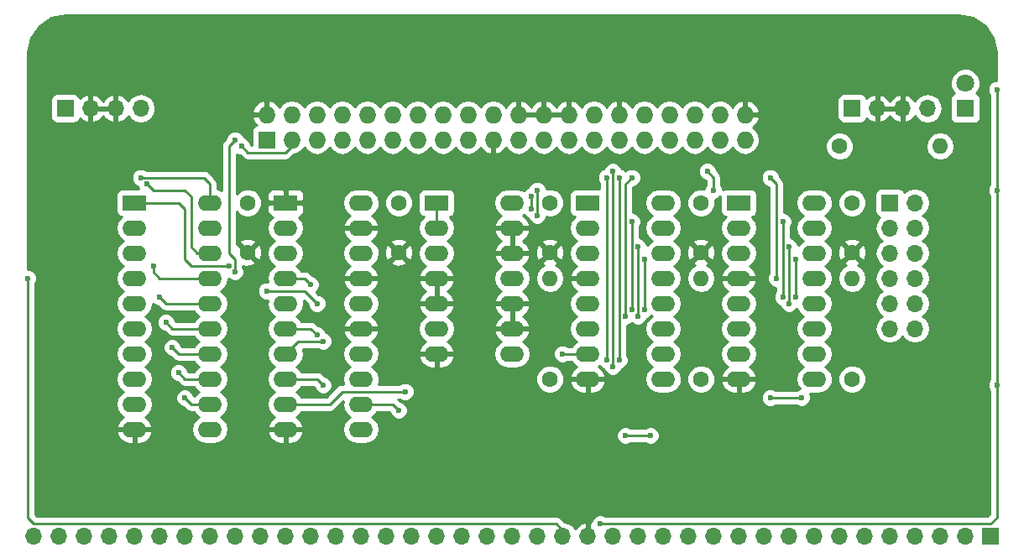
<source format=gbl>
G04 #@! TF.FileFunction,Copper,L2,Bot,Signal*
%FSLAX46Y46*%
G04 Gerber Fmt 4.6, Leading zero omitted, Abs format (unit mm)*
G04 Created by KiCad (PCBNEW 4.0.7) date 01/25/20 16:01:31*
%MOMM*%
%LPD*%
G01*
G04 APERTURE LIST*
%ADD10C,0.100000*%
%ADD11R,1.700000X1.700000*%
%ADD12O,1.700000X1.700000*%
%ADD13C,1.600000*%
%ADD14O,1.600000X1.600000*%
%ADD15R,2.400000X1.600000*%
%ADD16O,2.400000X1.600000*%
%ADD17R,1.727200X1.727200*%
%ADD18O,1.727200X1.727200*%
%ADD19R,1.800000X1.800000*%
%ADD20C,1.800000*%
%ADD21C,0.600000*%
%ADD22C,0.250000*%
%ADD23C,0.254000*%
G04 APERTURE END LIST*
D10*
D11*
X193040000Y-147320000D03*
D12*
X190500000Y-147320000D03*
X187960000Y-147320000D03*
X185420000Y-147320000D03*
X182880000Y-147320000D03*
X180340000Y-147320000D03*
X177800000Y-147320000D03*
X175260000Y-147320000D03*
X172720000Y-147320000D03*
X170180000Y-147320000D03*
X167640000Y-147320000D03*
X165100000Y-147320000D03*
X162560000Y-147320000D03*
X160020000Y-147320000D03*
X157480000Y-147320000D03*
X154940000Y-147320000D03*
X152400000Y-147320000D03*
X149860000Y-147320000D03*
X147320000Y-147320000D03*
X144780000Y-147320000D03*
X142240000Y-147320000D03*
X139700000Y-147320000D03*
X137160000Y-147320000D03*
X134620000Y-147320000D03*
X132080000Y-147320000D03*
X129540000Y-147320000D03*
X127000000Y-147320000D03*
X124460000Y-147320000D03*
X121920000Y-147320000D03*
X119380000Y-147320000D03*
X116840000Y-147320000D03*
X114300000Y-147320000D03*
X111760000Y-147320000D03*
X109220000Y-147320000D03*
X106680000Y-147320000D03*
X104140000Y-147320000D03*
X101600000Y-147320000D03*
X99060000Y-147320000D03*
X96520000Y-147320000D03*
D11*
X182880000Y-113665000D03*
D12*
X185420000Y-113665000D03*
X182880000Y-116205000D03*
X185420000Y-116205000D03*
X182880000Y-118745000D03*
X185420000Y-118745000D03*
X182880000Y-121285000D03*
X185420000Y-121285000D03*
X182880000Y-123825000D03*
X185420000Y-123825000D03*
X182880000Y-126365000D03*
X185420000Y-126365000D03*
D13*
X148590000Y-113665000D03*
X148590000Y-118665000D03*
X179070000Y-113665000D03*
X179070000Y-118665000D03*
X118110000Y-113665000D03*
X118110000Y-118665000D03*
X148590000Y-131445000D03*
D14*
X148590000Y-121285000D03*
D13*
X179070000Y-131445000D03*
D14*
X179070000Y-121285000D03*
D13*
X163830000Y-131445000D03*
D14*
X163830000Y-121285000D03*
D13*
X177800000Y-107950000D03*
D14*
X187960000Y-107950000D03*
D15*
X137160000Y-113665000D03*
D16*
X144780000Y-128905000D03*
X137160000Y-116205000D03*
X144780000Y-126365000D03*
X137160000Y-118745000D03*
X144780000Y-123825000D03*
X137160000Y-121285000D03*
X144780000Y-121285000D03*
X137160000Y-123825000D03*
X144780000Y-118745000D03*
X137160000Y-126365000D03*
X144780000Y-116205000D03*
X137160000Y-128905000D03*
X144780000Y-113665000D03*
D17*
X120015000Y-107315000D03*
D18*
X120015000Y-104775000D03*
X122555000Y-107315000D03*
X122555000Y-104775000D03*
X125095000Y-107315000D03*
X125095000Y-104775000D03*
X127635000Y-107315000D03*
X127635000Y-104775000D03*
X130175000Y-107315000D03*
X130175000Y-104775000D03*
X132715000Y-107315000D03*
X132715000Y-104775000D03*
X135255000Y-107315000D03*
X135255000Y-104775000D03*
X137795000Y-107315000D03*
X137795000Y-104775000D03*
X140335000Y-107315000D03*
X140335000Y-104775000D03*
X142875000Y-107315000D03*
X142875000Y-104775000D03*
X145415000Y-107315000D03*
X145415000Y-104775000D03*
X147955000Y-107315000D03*
X147955000Y-104775000D03*
X150495000Y-107315000D03*
X150495000Y-104775000D03*
X153035000Y-107315000D03*
X153035000Y-104775000D03*
X155575000Y-107315000D03*
X155575000Y-104775000D03*
X158115000Y-107315000D03*
X158115000Y-104775000D03*
X160655000Y-107315000D03*
X160655000Y-104775000D03*
X163195000Y-107315000D03*
X163195000Y-104775000D03*
X165735000Y-107315000D03*
X165735000Y-104775000D03*
X168275000Y-107315000D03*
X168275000Y-104775000D03*
D11*
X99695000Y-104140000D03*
D12*
X102235000Y-104140000D03*
X104775000Y-104140000D03*
X107315000Y-104140000D03*
D11*
X179070000Y-104140000D03*
D12*
X181610000Y-104140000D03*
X184150000Y-104140000D03*
X186690000Y-104140000D03*
D19*
X190500000Y-104140000D03*
D20*
X190500000Y-101600000D03*
D13*
X163830000Y-113665000D03*
X163830000Y-118665000D03*
X133350000Y-113665000D03*
X133350000Y-118665000D03*
D15*
X106680000Y-113665000D03*
D16*
X114300000Y-136525000D03*
X106680000Y-116205000D03*
X114300000Y-133985000D03*
X106680000Y-118745000D03*
X114300000Y-131445000D03*
X106680000Y-121285000D03*
X114300000Y-128905000D03*
X106680000Y-123825000D03*
X114300000Y-126365000D03*
X106680000Y-126365000D03*
X114300000Y-123825000D03*
X106680000Y-128905000D03*
X114300000Y-121285000D03*
X106680000Y-131445000D03*
X114300000Y-118745000D03*
X106680000Y-133985000D03*
X114300000Y-116205000D03*
X106680000Y-136525000D03*
X114300000Y-113665000D03*
D15*
X121920000Y-113665000D03*
D16*
X129540000Y-136525000D03*
X121920000Y-116205000D03*
X129540000Y-133985000D03*
X121920000Y-118745000D03*
X129540000Y-131445000D03*
X121920000Y-121285000D03*
X129540000Y-128905000D03*
X121920000Y-123825000D03*
X129540000Y-126365000D03*
X121920000Y-126365000D03*
X129540000Y-123825000D03*
X121920000Y-128905000D03*
X129540000Y-121285000D03*
X121920000Y-131445000D03*
X129540000Y-118745000D03*
X121920000Y-133985000D03*
X129540000Y-116205000D03*
X121920000Y-136525000D03*
X129540000Y-113665000D03*
D15*
X167640000Y-113665000D03*
D16*
X175260000Y-131445000D03*
X167640000Y-116205000D03*
X175260000Y-128905000D03*
X167640000Y-118745000D03*
X175260000Y-126365000D03*
X167640000Y-121285000D03*
X175260000Y-123825000D03*
X167640000Y-123825000D03*
X175260000Y-121285000D03*
X167640000Y-126365000D03*
X175260000Y-118745000D03*
X167640000Y-128905000D03*
X175260000Y-116205000D03*
X167640000Y-131445000D03*
X175260000Y-113665000D03*
D15*
X152400000Y-113665000D03*
D16*
X160020000Y-131445000D03*
X152400000Y-116205000D03*
X160020000Y-128905000D03*
X152400000Y-118745000D03*
X160020000Y-126365000D03*
X152400000Y-121285000D03*
X160020000Y-123825000D03*
X152400000Y-123825000D03*
X160020000Y-121285000D03*
X152400000Y-126365000D03*
X160020000Y-118745000D03*
X152400000Y-128905000D03*
X160020000Y-116205000D03*
X152400000Y-131445000D03*
X160020000Y-113665000D03*
D21*
X173990000Y-133350000D03*
X170815000Y-133350000D03*
X193675000Y-132080000D03*
X107315000Y-111125000D03*
X193675000Y-112395000D03*
X153670000Y-146050000D03*
X193675000Y-102235000D03*
X95885000Y-121285000D03*
X173355000Y-119380000D03*
X173355000Y-123190000D03*
X172720000Y-118110000D03*
X172720000Y-123825000D03*
X172085000Y-115570000D03*
X172085000Y-123190000D03*
X158115000Y-124460000D03*
X158115000Y-119380000D03*
X157480000Y-118110000D03*
X157480000Y-125095000D03*
X156845000Y-115570000D03*
X156845000Y-124460000D03*
X154305000Y-129540000D03*
X154305000Y-111125000D03*
X133985000Y-132715000D03*
X155575000Y-111125000D03*
X155575000Y-129540000D03*
X133350000Y-134620000D03*
X156210000Y-137160000D03*
X158750000Y-137160000D03*
X111760000Y-133350000D03*
X111125000Y-130810000D03*
X110490000Y-128270000D03*
X109855000Y-125730000D03*
X109220000Y-123190000D03*
X108585000Y-120015000D03*
X117475000Y-107950000D03*
X107950000Y-111760000D03*
X125095000Y-123825000D03*
X116840000Y-107315000D03*
X116840000Y-120650000D03*
X120015000Y-122555000D03*
X147320000Y-112395000D03*
X147320000Y-114935000D03*
X154940000Y-110490000D03*
X154940000Y-130175000D03*
X125730000Y-127635000D03*
X146685000Y-114300000D03*
X146685000Y-113030000D03*
X170815000Y-111125000D03*
X171450000Y-121285000D03*
X149860000Y-128905000D03*
X156845000Y-111125000D03*
X156210000Y-125095000D03*
X165100000Y-112395000D03*
X164465000Y-110490000D03*
X125730000Y-132080000D03*
X125095000Y-127000000D03*
X124460000Y-121920000D03*
X116205000Y-120015000D03*
D22*
X170815000Y-133350000D02*
X173990000Y-133350000D01*
X114300000Y-113665000D02*
X114300000Y-111760000D01*
X113665000Y-111125000D02*
X107315000Y-111125000D01*
X114300000Y-111760000D02*
X113665000Y-111125000D01*
X153670000Y-146050000D02*
X193040000Y-146050000D01*
X193040000Y-146050000D02*
X193675000Y-145415000D01*
X193675000Y-145415000D02*
X193675000Y-132080000D01*
X193675000Y-132080000D02*
X193675000Y-112395000D01*
X193675000Y-112395000D02*
X193675000Y-102235000D01*
X149225000Y-146050000D02*
X149860000Y-146685000D01*
X148590000Y-146050000D02*
X149225000Y-146050000D01*
X118110000Y-146050000D02*
X96520000Y-146050000D01*
X95885000Y-145415000D02*
X96520000Y-146050000D01*
X95885000Y-144780000D02*
X95885000Y-145415000D01*
X95885000Y-121285000D02*
X95885000Y-144780000D01*
X118110000Y-146050000D02*
X148590000Y-146050000D01*
X173355000Y-120015000D02*
X173355000Y-119380000D01*
X173355000Y-123190000D02*
X173355000Y-120015000D01*
X172720000Y-118110000D02*
X172720000Y-123825000D01*
X172085000Y-123190000D02*
X172085000Y-115570000D01*
X158115000Y-121920000D02*
X158115000Y-119380000D01*
X158115000Y-124460000D02*
X158115000Y-121920000D01*
X157480000Y-125095000D02*
X157480000Y-118110000D01*
X156845000Y-124460000D02*
X156845000Y-115570000D01*
X154305000Y-111125000D02*
X154305000Y-129540000D01*
X126365000Y-133985000D02*
X121920000Y-133985000D01*
X127635000Y-132715000D02*
X126365000Y-133985000D01*
X133985000Y-132715000D02*
X127635000Y-132715000D01*
X155575000Y-111125000D02*
X155575000Y-129540000D01*
X132715000Y-133985000D02*
X129540000Y-133985000D01*
X133350000Y-134620000D02*
X132715000Y-133985000D01*
X158750000Y-137160000D02*
X156210000Y-137160000D01*
X112395000Y-133985000D02*
X114300000Y-133985000D01*
X111760000Y-133350000D02*
X112395000Y-133985000D01*
X114300000Y-131445000D02*
X111760000Y-131445000D01*
X111760000Y-131445000D02*
X111125000Y-130810000D01*
X111125000Y-128905000D02*
X114300000Y-128905000D01*
X110490000Y-128270000D02*
X111125000Y-128905000D01*
X114300000Y-126365000D02*
X110490000Y-126365000D01*
X110490000Y-126365000D02*
X109855000Y-125730000D01*
X109855000Y-123825000D02*
X114300000Y-123825000D01*
X109220000Y-123190000D02*
X109855000Y-123825000D01*
X114300000Y-121285000D02*
X109220000Y-121285000D01*
X108585000Y-120650000D02*
X108585000Y-120015000D01*
X109220000Y-121285000D02*
X108585000Y-120650000D01*
X118745000Y-108585000D02*
X118110000Y-108585000D01*
X118110000Y-108585000D02*
X117475000Y-107950000D01*
X112395000Y-115570000D02*
X112395000Y-113030000D01*
X111760000Y-112395000D02*
X109220000Y-112395000D01*
X112395000Y-113030000D02*
X111760000Y-112395000D01*
X109220000Y-112395000D02*
X108585000Y-112395000D01*
X108585000Y-112395000D02*
X107950000Y-111760000D01*
X113030000Y-118745000D02*
X114300000Y-118745000D01*
X112395000Y-118110000D02*
X113030000Y-118745000D01*
X112395000Y-115570000D02*
X112395000Y-118110000D01*
X121920000Y-108585000D02*
X122555000Y-107950000D01*
X118745000Y-108585000D02*
X121920000Y-108585000D01*
X122555000Y-107950000D02*
X122555000Y-107315000D01*
X125095000Y-123825000D02*
X123825000Y-122555000D01*
X116840000Y-107315000D02*
X116205000Y-107950000D01*
X116205000Y-107950000D02*
X116205000Y-118745000D01*
X116205000Y-118745000D02*
X116840000Y-119380000D01*
X116840000Y-119380000D02*
X116840000Y-120650000D01*
X120015000Y-122555000D02*
X123825000Y-122555000D01*
X147320000Y-112395000D02*
X147320000Y-114935000D01*
X125730000Y-127635000D02*
X123190000Y-127635000D01*
X123190000Y-127635000D02*
X121920000Y-128905000D01*
X154940000Y-110490000D02*
X154940000Y-130175000D01*
X137160000Y-116205000D02*
X137160000Y-113665000D01*
X146685000Y-114300000D02*
X146685000Y-113030000D01*
X170815000Y-111125000D02*
X171450000Y-111760000D01*
X171450000Y-121285000D02*
X171450000Y-119380000D01*
X171450000Y-119380000D02*
X171450000Y-111760000D01*
X149860000Y-128905000D02*
X150495000Y-128905000D01*
X150495000Y-128905000D02*
X152400000Y-128905000D01*
X156210000Y-112395000D02*
X156210000Y-111760000D01*
X156210000Y-111760000D02*
X156845000Y-111125000D01*
X156210000Y-113030000D02*
X156210000Y-112395000D01*
X156210000Y-125095000D02*
X156210000Y-113030000D01*
X165100000Y-112395000D02*
X165100000Y-111125000D01*
X165100000Y-111125000D02*
X164465000Y-110490000D01*
X125095000Y-131445000D02*
X125730000Y-132080000D01*
X121920000Y-131445000D02*
X124460000Y-131445000D01*
X124460000Y-131445000D02*
X125095000Y-131445000D01*
X124460000Y-126365000D02*
X125095000Y-127000000D01*
X121920000Y-126365000D02*
X124460000Y-126365000D01*
X123825000Y-121285000D02*
X121920000Y-121285000D01*
X124460000Y-121920000D02*
X123825000Y-121285000D01*
X111760000Y-118745000D02*
X111760000Y-119380000D01*
X112395000Y-120015000D02*
X113030000Y-120015000D01*
X111760000Y-119380000D02*
X112395000Y-120015000D01*
X111760000Y-116205000D02*
X111760000Y-114300000D01*
X111125000Y-113665000D02*
X109220000Y-113665000D01*
X111760000Y-114300000D02*
X111125000Y-113665000D01*
X106680000Y-113665000D02*
X109220000Y-113665000D01*
X113030000Y-120015000D02*
X116205000Y-120015000D01*
X111760000Y-116205000D02*
X111760000Y-118745000D01*
D23*
G36*
X191289001Y-94987161D02*
X192496209Y-95793791D01*
X193302839Y-97001001D01*
X193600000Y-98494931D01*
X193600000Y-101299934D01*
X193489833Y-101299838D01*
X193146057Y-101441883D01*
X192882808Y-101704673D01*
X192740162Y-102048201D01*
X192739838Y-102420167D01*
X192881883Y-102763943D01*
X192915000Y-102797118D01*
X192915000Y-111832537D01*
X192882808Y-111864673D01*
X192740162Y-112208201D01*
X192739838Y-112580167D01*
X192881883Y-112923943D01*
X192915000Y-112957118D01*
X192915000Y-131517537D01*
X192882808Y-131549673D01*
X192740162Y-131893201D01*
X192739838Y-132265167D01*
X192881883Y-132608943D01*
X192915000Y-132642118D01*
X192915000Y-145100198D01*
X192725198Y-145290000D01*
X154232463Y-145290000D01*
X154200327Y-145257808D01*
X153856799Y-145115162D01*
X153484833Y-145114838D01*
X153141057Y-145256883D01*
X152877808Y-145519673D01*
X152735162Y-145863201D01*
X152735139Y-145890003D01*
X152527000Y-145999845D01*
X152527000Y-147193000D01*
X152547000Y-147193000D01*
X152547000Y-147447000D01*
X152527000Y-147447000D01*
X152527000Y-147467000D01*
X152273000Y-147467000D01*
X152273000Y-147447000D01*
X152253000Y-147447000D01*
X152253000Y-147193000D01*
X152273000Y-147193000D01*
X152273000Y-145999845D01*
X152043110Y-145878524D01*
X151633076Y-146048355D01*
X151204817Y-146438642D01*
X151137702Y-146581553D01*
X150910054Y-146240853D01*
X150428285Y-145918946D01*
X150104304Y-145854502D01*
X149762401Y-145512599D01*
X149515839Y-145347852D01*
X149225000Y-145290000D01*
X96834802Y-145290000D01*
X96645000Y-145100198D01*
X96645000Y-136874039D01*
X104888096Y-136874039D01*
X104905633Y-136956819D01*
X105175500Y-137449896D01*
X105613517Y-137802166D01*
X106153000Y-137960000D01*
X106553000Y-137960000D01*
X106553000Y-136652000D01*
X106807000Y-136652000D01*
X106807000Y-137960000D01*
X107207000Y-137960000D01*
X107746483Y-137802166D01*
X108184500Y-137449896D01*
X108454367Y-136956819D01*
X108471904Y-136874039D01*
X108349915Y-136652000D01*
X106807000Y-136652000D01*
X106553000Y-136652000D01*
X105010085Y-136652000D01*
X104888096Y-136874039D01*
X96645000Y-136874039D01*
X96645000Y-121847463D01*
X96677192Y-121815327D01*
X96819838Y-121471799D01*
X96820162Y-121099833D01*
X96678117Y-120756057D01*
X96415327Y-120492808D01*
X96071799Y-120350162D01*
X95960000Y-120350065D01*
X95960000Y-116205000D01*
X104809050Y-116205000D01*
X104918283Y-116754151D01*
X105229352Y-117219698D01*
X105611438Y-117475000D01*
X105229352Y-117730302D01*
X104918283Y-118195849D01*
X104809050Y-118745000D01*
X104918283Y-119294151D01*
X105229352Y-119759698D01*
X105611438Y-120015000D01*
X105229352Y-120270302D01*
X104918283Y-120735849D01*
X104809050Y-121285000D01*
X104918283Y-121834151D01*
X105229352Y-122299698D01*
X105611438Y-122555000D01*
X105229352Y-122810302D01*
X104918283Y-123275849D01*
X104809050Y-123825000D01*
X104918283Y-124374151D01*
X105229352Y-124839698D01*
X105611438Y-125095000D01*
X105229352Y-125350302D01*
X104918283Y-125815849D01*
X104809050Y-126365000D01*
X104918283Y-126914151D01*
X105229352Y-127379698D01*
X105611438Y-127635000D01*
X105229352Y-127890302D01*
X104918283Y-128355849D01*
X104809050Y-128905000D01*
X104918283Y-129454151D01*
X105229352Y-129919698D01*
X105611438Y-130175000D01*
X105229352Y-130430302D01*
X104918283Y-130895849D01*
X104809050Y-131445000D01*
X104918283Y-131994151D01*
X105229352Y-132459698D01*
X105611438Y-132715000D01*
X105229352Y-132970302D01*
X104918283Y-133435849D01*
X104809050Y-133985000D01*
X104918283Y-134534151D01*
X105229352Y-134999698D01*
X105607707Y-135252507D01*
X105175500Y-135600104D01*
X104905633Y-136093181D01*
X104888096Y-136175961D01*
X105010085Y-136398000D01*
X106553000Y-136398000D01*
X106553000Y-136378000D01*
X106807000Y-136378000D01*
X106807000Y-136398000D01*
X108349915Y-136398000D01*
X108471904Y-136175961D01*
X108454367Y-136093181D01*
X108184500Y-135600104D01*
X107752293Y-135252507D01*
X108130648Y-134999698D01*
X108441717Y-134534151D01*
X108550950Y-133985000D01*
X108441717Y-133435849D01*
X108130648Y-132970302D01*
X107748562Y-132715000D01*
X108130648Y-132459698D01*
X108441717Y-131994151D01*
X108550950Y-131445000D01*
X108441717Y-130895849D01*
X108130648Y-130430302D01*
X107748562Y-130175000D01*
X108130648Y-129919698D01*
X108441717Y-129454151D01*
X108550950Y-128905000D01*
X108441717Y-128355849D01*
X108130648Y-127890302D01*
X107748562Y-127635000D01*
X108130648Y-127379698D01*
X108441717Y-126914151D01*
X108550950Y-126365000D01*
X108441717Y-125815849D01*
X108130648Y-125350302D01*
X107748562Y-125095000D01*
X108130648Y-124839698D01*
X108441717Y-124374151D01*
X108547927Y-123840198D01*
X108689673Y-123982192D01*
X109033201Y-124124838D01*
X109080077Y-124124879D01*
X109317599Y-124362401D01*
X109564161Y-124527148D01*
X109855000Y-124585000D01*
X112679168Y-124585000D01*
X112849352Y-124839698D01*
X113231438Y-125095000D01*
X112849352Y-125350302D01*
X112679168Y-125605000D01*
X110804802Y-125605000D01*
X110790122Y-125590320D01*
X110790162Y-125544833D01*
X110648117Y-125201057D01*
X110385327Y-124937808D01*
X110041799Y-124795162D01*
X109669833Y-124794838D01*
X109326057Y-124936883D01*
X109062808Y-125199673D01*
X108920162Y-125543201D01*
X108919838Y-125915167D01*
X109061883Y-126258943D01*
X109324673Y-126522192D01*
X109668201Y-126664838D01*
X109715077Y-126664879D01*
X109952599Y-126902401D01*
X110199161Y-127067148D01*
X110490000Y-127125000D01*
X112679168Y-127125000D01*
X112849352Y-127379698D01*
X113231438Y-127635000D01*
X112849352Y-127890302D01*
X112679168Y-128145000D01*
X111439802Y-128145000D01*
X111425122Y-128130320D01*
X111425162Y-128084833D01*
X111283117Y-127741057D01*
X111020327Y-127477808D01*
X110676799Y-127335162D01*
X110304833Y-127334838D01*
X109961057Y-127476883D01*
X109697808Y-127739673D01*
X109555162Y-128083201D01*
X109554838Y-128455167D01*
X109696883Y-128798943D01*
X109959673Y-129062192D01*
X110303201Y-129204838D01*
X110350077Y-129204879D01*
X110587599Y-129442401D01*
X110834161Y-129607148D01*
X111125000Y-129665000D01*
X112679168Y-129665000D01*
X112849352Y-129919698D01*
X113231438Y-130175000D01*
X112849352Y-130430302D01*
X112679168Y-130685000D01*
X112074802Y-130685000D01*
X112060122Y-130670320D01*
X112060162Y-130624833D01*
X111918117Y-130281057D01*
X111655327Y-130017808D01*
X111311799Y-129875162D01*
X110939833Y-129874838D01*
X110596057Y-130016883D01*
X110332808Y-130279673D01*
X110190162Y-130623201D01*
X110189838Y-130995167D01*
X110331883Y-131338943D01*
X110594673Y-131602192D01*
X110938201Y-131744838D01*
X110985077Y-131744879D01*
X111222599Y-131982401D01*
X111469161Y-132147148D01*
X111760000Y-132205000D01*
X112679168Y-132205000D01*
X112849352Y-132459698D01*
X113231438Y-132715000D01*
X112849352Y-132970302D01*
X112695130Y-133201111D01*
X112695162Y-133164833D01*
X112553117Y-132821057D01*
X112290327Y-132557808D01*
X111946799Y-132415162D01*
X111574833Y-132414838D01*
X111231057Y-132556883D01*
X110967808Y-132819673D01*
X110825162Y-133163201D01*
X110824838Y-133535167D01*
X110966883Y-133878943D01*
X111229673Y-134142192D01*
X111573201Y-134284838D01*
X111620077Y-134284879D01*
X111857599Y-134522401D01*
X112104161Y-134687148D01*
X112395000Y-134745000D01*
X112679168Y-134745000D01*
X112849352Y-134999698D01*
X113231438Y-135255000D01*
X112849352Y-135510302D01*
X112538283Y-135975849D01*
X112429050Y-136525000D01*
X112538283Y-137074151D01*
X112849352Y-137539698D01*
X113314899Y-137850767D01*
X113864050Y-137960000D01*
X114735950Y-137960000D01*
X115285101Y-137850767D01*
X115750648Y-137539698D01*
X116061717Y-137074151D01*
X116101521Y-136874039D01*
X120128096Y-136874039D01*
X120145633Y-136956819D01*
X120415500Y-137449896D01*
X120853517Y-137802166D01*
X121393000Y-137960000D01*
X121793000Y-137960000D01*
X121793000Y-136652000D01*
X122047000Y-136652000D01*
X122047000Y-137960000D01*
X122447000Y-137960000D01*
X122986483Y-137802166D01*
X123424500Y-137449896D01*
X123694367Y-136956819D01*
X123711904Y-136874039D01*
X123589915Y-136652000D01*
X122047000Y-136652000D01*
X121793000Y-136652000D01*
X120250085Y-136652000D01*
X120128096Y-136874039D01*
X116101521Y-136874039D01*
X116170950Y-136525000D01*
X116061717Y-135975849D01*
X115750648Y-135510302D01*
X115368562Y-135255000D01*
X115750648Y-134999698D01*
X116061717Y-134534151D01*
X116170950Y-133985000D01*
X116061717Y-133435849D01*
X115750648Y-132970302D01*
X115368562Y-132715000D01*
X115750648Y-132459698D01*
X116061717Y-131994151D01*
X116170950Y-131445000D01*
X116061717Y-130895849D01*
X115750648Y-130430302D01*
X115368562Y-130175000D01*
X115750648Y-129919698D01*
X116061717Y-129454151D01*
X116170950Y-128905000D01*
X116061717Y-128355849D01*
X115750648Y-127890302D01*
X115368562Y-127635000D01*
X115750648Y-127379698D01*
X116061717Y-126914151D01*
X116170950Y-126365000D01*
X116061717Y-125815849D01*
X115750648Y-125350302D01*
X115368562Y-125095000D01*
X115750648Y-124839698D01*
X116061717Y-124374151D01*
X116170950Y-123825000D01*
X116061717Y-123275849D01*
X115750648Y-122810302D01*
X115645684Y-122740167D01*
X119079838Y-122740167D01*
X119221883Y-123083943D01*
X119484673Y-123347192D01*
X119828201Y-123489838D01*
X120115668Y-123490088D01*
X120049050Y-123825000D01*
X120158283Y-124374151D01*
X120469352Y-124839698D01*
X120851438Y-125095000D01*
X120469352Y-125350302D01*
X120158283Y-125815849D01*
X120049050Y-126365000D01*
X120158283Y-126914151D01*
X120469352Y-127379698D01*
X120851438Y-127635000D01*
X120469352Y-127890302D01*
X120158283Y-128355849D01*
X120049050Y-128905000D01*
X120158283Y-129454151D01*
X120469352Y-129919698D01*
X120851438Y-130175000D01*
X120469352Y-130430302D01*
X120158283Y-130895849D01*
X120049050Y-131445000D01*
X120158283Y-131994151D01*
X120469352Y-132459698D01*
X120851438Y-132715000D01*
X120469352Y-132970302D01*
X120158283Y-133435849D01*
X120049050Y-133985000D01*
X120158283Y-134534151D01*
X120469352Y-134999698D01*
X120847707Y-135252507D01*
X120415500Y-135600104D01*
X120145633Y-136093181D01*
X120128096Y-136175961D01*
X120250085Y-136398000D01*
X121793000Y-136398000D01*
X121793000Y-136378000D01*
X122047000Y-136378000D01*
X122047000Y-136398000D01*
X123589915Y-136398000D01*
X123711904Y-136175961D01*
X123694367Y-136093181D01*
X123424500Y-135600104D01*
X122992293Y-135252507D01*
X123370648Y-134999698D01*
X123540832Y-134745000D01*
X126365000Y-134745000D01*
X126655839Y-134687148D01*
X126902401Y-134522401D01*
X127725973Y-133698829D01*
X127669050Y-133985000D01*
X127778283Y-134534151D01*
X128089352Y-134999698D01*
X128471438Y-135255000D01*
X128089352Y-135510302D01*
X127778283Y-135975849D01*
X127669050Y-136525000D01*
X127778283Y-137074151D01*
X128089352Y-137539698D01*
X128554899Y-137850767D01*
X129104050Y-137960000D01*
X129975950Y-137960000D01*
X130525101Y-137850767D01*
X130990648Y-137539698D01*
X131120629Y-137345167D01*
X155274838Y-137345167D01*
X155416883Y-137688943D01*
X155679673Y-137952192D01*
X156023201Y-138094838D01*
X156395167Y-138095162D01*
X156738943Y-137953117D01*
X156772118Y-137920000D01*
X158187537Y-137920000D01*
X158219673Y-137952192D01*
X158563201Y-138094838D01*
X158935167Y-138095162D01*
X159278943Y-137953117D01*
X159542192Y-137690327D01*
X159684838Y-137346799D01*
X159685162Y-136974833D01*
X159543117Y-136631057D01*
X159280327Y-136367808D01*
X158936799Y-136225162D01*
X158564833Y-136224838D01*
X158221057Y-136366883D01*
X158187882Y-136400000D01*
X156772463Y-136400000D01*
X156740327Y-136367808D01*
X156396799Y-136225162D01*
X156024833Y-136224838D01*
X155681057Y-136366883D01*
X155417808Y-136629673D01*
X155275162Y-136973201D01*
X155274838Y-137345167D01*
X131120629Y-137345167D01*
X131301717Y-137074151D01*
X131410950Y-136525000D01*
X131301717Y-135975849D01*
X130990648Y-135510302D01*
X130608562Y-135255000D01*
X130990648Y-134999698D01*
X131160832Y-134745000D01*
X132400198Y-134745000D01*
X132414878Y-134759680D01*
X132414838Y-134805167D01*
X132556883Y-135148943D01*
X132819673Y-135412192D01*
X133163201Y-135554838D01*
X133535167Y-135555162D01*
X133878943Y-135413117D01*
X134142192Y-135150327D01*
X134284838Y-134806799D01*
X134285162Y-134434833D01*
X134143117Y-134091057D01*
X133880327Y-133827808D01*
X133536799Y-133685162D01*
X133489923Y-133685121D01*
X133279802Y-133475000D01*
X133422537Y-133475000D01*
X133454673Y-133507192D01*
X133798201Y-133649838D01*
X134170167Y-133650162D01*
X134513943Y-133508117D01*
X134777192Y-133245327D01*
X134919838Y-132901799D01*
X134920162Y-132529833D01*
X134778117Y-132186057D01*
X134515327Y-131922808D01*
X134171799Y-131780162D01*
X133799833Y-131779838D01*
X133456057Y-131921883D01*
X133422882Y-131955000D01*
X131309505Y-131955000D01*
X131354421Y-131729187D01*
X147154752Y-131729187D01*
X147372757Y-132256800D01*
X147776077Y-132660824D01*
X148303309Y-132879750D01*
X148874187Y-132880248D01*
X149401800Y-132662243D01*
X149805824Y-132258923D01*
X149998860Y-131794039D01*
X150608096Y-131794039D01*
X150625633Y-131876819D01*
X150895500Y-132369896D01*
X151333517Y-132722166D01*
X151873000Y-132880000D01*
X152273000Y-132880000D01*
X152273000Y-131572000D01*
X152527000Y-131572000D01*
X152527000Y-132880000D01*
X152927000Y-132880000D01*
X153466483Y-132722166D01*
X153904500Y-132369896D01*
X154174367Y-131876819D01*
X154191904Y-131794039D01*
X154069915Y-131572000D01*
X152527000Y-131572000D01*
X152273000Y-131572000D01*
X150730085Y-131572000D01*
X150608096Y-131794039D01*
X149998860Y-131794039D01*
X150024750Y-131731691D01*
X150025248Y-131160813D01*
X149807243Y-130633200D01*
X149403923Y-130229176D01*
X148876691Y-130010250D01*
X148305813Y-130009752D01*
X147778200Y-130227757D01*
X147374176Y-130631077D01*
X147155250Y-131158309D01*
X147154752Y-131729187D01*
X131354421Y-131729187D01*
X131410950Y-131445000D01*
X131301717Y-130895849D01*
X130990648Y-130430302D01*
X130608562Y-130175000D01*
X130990648Y-129919698D01*
X131301717Y-129454151D01*
X131341521Y-129254039D01*
X135368096Y-129254039D01*
X135385633Y-129336819D01*
X135655500Y-129829896D01*
X136093517Y-130182166D01*
X136633000Y-130340000D01*
X137033000Y-130340000D01*
X137033000Y-129032000D01*
X137287000Y-129032000D01*
X137287000Y-130340000D01*
X137687000Y-130340000D01*
X138226483Y-130182166D01*
X138664500Y-129829896D01*
X138934367Y-129336819D01*
X138951904Y-129254039D01*
X138829915Y-129032000D01*
X137287000Y-129032000D01*
X137033000Y-129032000D01*
X135490085Y-129032000D01*
X135368096Y-129254039D01*
X131341521Y-129254039D01*
X131410950Y-128905000D01*
X142909050Y-128905000D01*
X143018283Y-129454151D01*
X143329352Y-129919698D01*
X143794899Y-130230767D01*
X144344050Y-130340000D01*
X145215950Y-130340000D01*
X145765101Y-130230767D01*
X146230648Y-129919698D01*
X146541717Y-129454151D01*
X146614117Y-129090167D01*
X148924838Y-129090167D01*
X149066883Y-129433943D01*
X149329673Y-129697192D01*
X149673201Y-129839838D01*
X150045167Y-129840162D01*
X150388943Y-129698117D01*
X150422118Y-129665000D01*
X150779168Y-129665000D01*
X150949352Y-129919698D01*
X151327707Y-130172507D01*
X150895500Y-130520104D01*
X150625633Y-131013181D01*
X150608096Y-131095961D01*
X150730085Y-131318000D01*
X152273000Y-131318000D01*
X152273000Y-131298000D01*
X152527000Y-131298000D01*
X152527000Y-131318000D01*
X154069915Y-131318000D01*
X154191904Y-131095961D01*
X154174367Y-131013181D01*
X153904500Y-130520104D01*
X153472293Y-130172507D01*
X153558059Y-130115200D01*
X153774673Y-130332192D01*
X154038554Y-130441765D01*
X154146883Y-130703943D01*
X154409673Y-130967192D01*
X154753201Y-131109838D01*
X155125167Y-131110162D01*
X155468943Y-130968117D01*
X155732192Y-130705327D01*
X155841765Y-130441446D01*
X156103943Y-130333117D01*
X156367192Y-130070327D01*
X156509838Y-129726799D01*
X156510162Y-129354833D01*
X156368117Y-129011057D01*
X156335000Y-128977882D01*
X156335000Y-126030110D01*
X156395167Y-126030162D01*
X156738943Y-125888117D01*
X156844954Y-125782290D01*
X156949673Y-125887192D01*
X157293201Y-126029838D01*
X157665167Y-126030162D01*
X158008943Y-125888117D01*
X158272192Y-125625327D01*
X158381765Y-125361446D01*
X158643943Y-125253117D01*
X158862120Y-125035320D01*
X158951438Y-125095000D01*
X158569352Y-125350302D01*
X158258283Y-125815849D01*
X158149050Y-126365000D01*
X158258283Y-126914151D01*
X158569352Y-127379698D01*
X158951438Y-127635000D01*
X158569352Y-127890302D01*
X158258283Y-128355849D01*
X158149050Y-128905000D01*
X158258283Y-129454151D01*
X158569352Y-129919698D01*
X158951438Y-130175000D01*
X158569352Y-130430302D01*
X158258283Y-130895849D01*
X158149050Y-131445000D01*
X158258283Y-131994151D01*
X158569352Y-132459698D01*
X159034899Y-132770767D01*
X159584050Y-132880000D01*
X160455950Y-132880000D01*
X161005101Y-132770767D01*
X161470648Y-132459698D01*
X161781717Y-131994151D01*
X161834421Y-131729187D01*
X162394752Y-131729187D01*
X162612757Y-132256800D01*
X163016077Y-132660824D01*
X163543309Y-132879750D01*
X164114187Y-132880248D01*
X164641800Y-132662243D01*
X165045824Y-132258923D01*
X165238860Y-131794039D01*
X165848096Y-131794039D01*
X165865633Y-131876819D01*
X166135500Y-132369896D01*
X166573517Y-132722166D01*
X167113000Y-132880000D01*
X167513000Y-132880000D01*
X167513000Y-131572000D01*
X167767000Y-131572000D01*
X167767000Y-132880000D01*
X168167000Y-132880000D01*
X168706483Y-132722166D01*
X169144500Y-132369896D01*
X169414367Y-131876819D01*
X169431904Y-131794039D01*
X169309915Y-131572000D01*
X167767000Y-131572000D01*
X167513000Y-131572000D01*
X165970085Y-131572000D01*
X165848096Y-131794039D01*
X165238860Y-131794039D01*
X165264750Y-131731691D01*
X165265248Y-131160813D01*
X165047243Y-130633200D01*
X164643923Y-130229176D01*
X164116691Y-130010250D01*
X163545813Y-130009752D01*
X163018200Y-130227757D01*
X162614176Y-130631077D01*
X162395250Y-131158309D01*
X162394752Y-131729187D01*
X161834421Y-131729187D01*
X161890950Y-131445000D01*
X161781717Y-130895849D01*
X161470648Y-130430302D01*
X161088562Y-130175000D01*
X161470648Y-129919698D01*
X161781717Y-129454151D01*
X161890950Y-128905000D01*
X161781717Y-128355849D01*
X161470648Y-127890302D01*
X161088562Y-127635000D01*
X161470648Y-127379698D01*
X161781717Y-126914151D01*
X161890950Y-126365000D01*
X161781717Y-125815849D01*
X161470648Y-125350302D01*
X161088562Y-125095000D01*
X161470648Y-124839698D01*
X161781717Y-124374151D01*
X161890950Y-123825000D01*
X165769050Y-123825000D01*
X165878283Y-124374151D01*
X166189352Y-124839698D01*
X166571438Y-125095000D01*
X166189352Y-125350302D01*
X165878283Y-125815849D01*
X165769050Y-126365000D01*
X165878283Y-126914151D01*
X166189352Y-127379698D01*
X166571438Y-127635000D01*
X166189352Y-127890302D01*
X165878283Y-128355849D01*
X165769050Y-128905000D01*
X165878283Y-129454151D01*
X166189352Y-129919698D01*
X166567707Y-130172507D01*
X166135500Y-130520104D01*
X165865633Y-131013181D01*
X165848096Y-131095961D01*
X165970085Y-131318000D01*
X167513000Y-131318000D01*
X167513000Y-131298000D01*
X167767000Y-131298000D01*
X167767000Y-131318000D01*
X169309915Y-131318000D01*
X169431904Y-131095961D01*
X169414367Y-131013181D01*
X169144500Y-130520104D01*
X168712293Y-130172507D01*
X169090648Y-129919698D01*
X169401717Y-129454151D01*
X169510950Y-128905000D01*
X169401717Y-128355849D01*
X169090648Y-127890302D01*
X168708562Y-127635000D01*
X169090648Y-127379698D01*
X169401717Y-126914151D01*
X169510950Y-126365000D01*
X169401717Y-125815849D01*
X169090648Y-125350302D01*
X168708562Y-125095000D01*
X169090648Y-124839698D01*
X169401717Y-124374151D01*
X169510950Y-123825000D01*
X169401717Y-123275849D01*
X169090648Y-122810302D01*
X168712293Y-122557493D01*
X169144500Y-122209896D01*
X169414367Y-121716819D01*
X169431904Y-121634039D01*
X169309915Y-121412000D01*
X167767000Y-121412000D01*
X167767000Y-121432000D01*
X167513000Y-121432000D01*
X167513000Y-121412000D01*
X165970085Y-121412000D01*
X165848096Y-121634039D01*
X165865633Y-121716819D01*
X166135500Y-122209896D01*
X166567707Y-122557493D01*
X166189352Y-122810302D01*
X165878283Y-123275849D01*
X165769050Y-123825000D01*
X161890950Y-123825000D01*
X161781717Y-123275849D01*
X161470648Y-122810302D01*
X161088562Y-122555000D01*
X161470648Y-122299698D01*
X161781717Y-121834151D01*
X161890950Y-121285000D01*
X161885358Y-121256887D01*
X162395000Y-121256887D01*
X162395000Y-121313113D01*
X162504233Y-121862264D01*
X162815302Y-122327811D01*
X163280849Y-122638880D01*
X163830000Y-122748113D01*
X164379151Y-122638880D01*
X164844698Y-122327811D01*
X165155767Y-121862264D01*
X165265000Y-121313113D01*
X165265000Y-121256887D01*
X165155767Y-120707736D01*
X164844698Y-120242189D01*
X164446222Y-119975936D01*
X164584005Y-119918864D01*
X164658139Y-119672745D01*
X163830000Y-118844605D01*
X163001861Y-119672745D01*
X163075995Y-119918864D01*
X163221122Y-119971028D01*
X162815302Y-120242189D01*
X162504233Y-120707736D01*
X162395000Y-121256887D01*
X161885358Y-121256887D01*
X161781717Y-120735849D01*
X161470648Y-120270302D01*
X161088562Y-120015000D01*
X161470648Y-119759698D01*
X161781717Y-119294151D01*
X161890950Y-118745000D01*
X161831918Y-118448223D01*
X162383035Y-118448223D01*
X162410222Y-119018454D01*
X162576136Y-119419005D01*
X162822255Y-119493139D01*
X163650395Y-118665000D01*
X164009605Y-118665000D01*
X164837745Y-119493139D01*
X165083864Y-119419005D01*
X165276965Y-118881777D01*
X165249778Y-118311546D01*
X165083864Y-117910995D01*
X164837745Y-117836861D01*
X164009605Y-118665000D01*
X163650395Y-118665000D01*
X162822255Y-117836861D01*
X162576136Y-117910995D01*
X162383035Y-118448223D01*
X161831918Y-118448223D01*
X161781717Y-118195849D01*
X161470648Y-117730302D01*
X161361326Y-117657255D01*
X163001861Y-117657255D01*
X163830000Y-118485395D01*
X164658139Y-117657255D01*
X164584005Y-117411136D01*
X164046777Y-117218035D01*
X163476546Y-117245222D01*
X163075995Y-117411136D01*
X163001861Y-117657255D01*
X161361326Y-117657255D01*
X161088562Y-117475000D01*
X161470648Y-117219698D01*
X161781717Y-116754151D01*
X161890950Y-116205000D01*
X161781717Y-115655849D01*
X161470648Y-115190302D01*
X161088562Y-114935000D01*
X161470648Y-114679698D01*
X161781717Y-114214151D01*
X161834421Y-113949187D01*
X162394752Y-113949187D01*
X162612757Y-114476800D01*
X163016077Y-114880824D01*
X163543309Y-115099750D01*
X164114187Y-115100248D01*
X164641800Y-114882243D01*
X165045824Y-114478923D01*
X165264750Y-113951691D01*
X165265248Y-113380813D01*
X165244305Y-113330126D01*
X165285167Y-113330162D01*
X165628943Y-113188117D01*
X165792560Y-113024785D01*
X165792560Y-114465000D01*
X165836838Y-114700317D01*
X165975910Y-114916441D01*
X166188110Y-115061431D01*
X166337074Y-115091597D01*
X166189352Y-115190302D01*
X165878283Y-115655849D01*
X165769050Y-116205000D01*
X165878283Y-116754151D01*
X166189352Y-117219698D01*
X166571438Y-117475000D01*
X166189352Y-117730302D01*
X165878283Y-118195849D01*
X165769050Y-118745000D01*
X165878283Y-119294151D01*
X166189352Y-119759698D01*
X166567707Y-120012507D01*
X166135500Y-120360104D01*
X165865633Y-120853181D01*
X165848096Y-120935961D01*
X165970085Y-121158000D01*
X167513000Y-121158000D01*
X167513000Y-121138000D01*
X167767000Y-121138000D01*
X167767000Y-121158000D01*
X169309915Y-121158000D01*
X169431904Y-120935961D01*
X169414367Y-120853181D01*
X169144500Y-120360104D01*
X168712293Y-120012507D01*
X169090648Y-119759698D01*
X169401717Y-119294151D01*
X169510950Y-118745000D01*
X169401717Y-118195849D01*
X169090648Y-117730302D01*
X168708562Y-117475000D01*
X169090648Y-117219698D01*
X169401717Y-116754151D01*
X169510950Y-116205000D01*
X169401717Y-115655849D01*
X169090648Y-115190302D01*
X168944650Y-115092749D01*
X169075317Y-115068162D01*
X169291441Y-114929090D01*
X169436431Y-114716890D01*
X169487440Y-114465000D01*
X169487440Y-112865000D01*
X169443162Y-112629683D01*
X169304090Y-112413559D01*
X169091890Y-112268569D01*
X168840000Y-112217560D01*
X166440000Y-112217560D01*
X166204683Y-112261838D01*
X166035022Y-112371012D01*
X166035162Y-112209833D01*
X165893117Y-111866057D01*
X165860000Y-111832882D01*
X165860000Y-111310167D01*
X169879838Y-111310167D01*
X170021883Y-111653943D01*
X170284673Y-111917192D01*
X170628201Y-112059838D01*
X170675077Y-112059879D01*
X170690000Y-112074802D01*
X170690000Y-120722537D01*
X170657808Y-120754673D01*
X170515162Y-121098201D01*
X170514838Y-121470167D01*
X170656883Y-121813943D01*
X170919673Y-122077192D01*
X171263201Y-122219838D01*
X171325000Y-122219892D01*
X171325000Y-122627537D01*
X171292808Y-122659673D01*
X171150162Y-123003201D01*
X171149838Y-123375167D01*
X171291883Y-123718943D01*
X171554673Y-123982192D01*
X171818554Y-124091765D01*
X171926883Y-124353943D01*
X172189673Y-124617192D01*
X172533201Y-124759838D01*
X172905167Y-124760162D01*
X173248943Y-124618117D01*
X173497463Y-124370030D01*
X173498283Y-124374151D01*
X173809352Y-124839698D01*
X174191438Y-125095000D01*
X173809352Y-125350302D01*
X173498283Y-125815849D01*
X173389050Y-126365000D01*
X173498283Y-126914151D01*
X173809352Y-127379698D01*
X174191438Y-127635000D01*
X173809352Y-127890302D01*
X173498283Y-128355849D01*
X173389050Y-128905000D01*
X173498283Y-129454151D01*
X173809352Y-129919698D01*
X174191438Y-130175000D01*
X173809352Y-130430302D01*
X173498283Y-130895849D01*
X173389050Y-131445000D01*
X173498283Y-131994151D01*
X173784885Y-132423080D01*
X173461057Y-132556883D01*
X173427882Y-132590000D01*
X171377463Y-132590000D01*
X171345327Y-132557808D01*
X171001799Y-132415162D01*
X170629833Y-132414838D01*
X170286057Y-132556883D01*
X170022808Y-132819673D01*
X169880162Y-133163201D01*
X169879838Y-133535167D01*
X170021883Y-133878943D01*
X170284673Y-134142192D01*
X170628201Y-134284838D01*
X171000167Y-134285162D01*
X171343943Y-134143117D01*
X171377118Y-134110000D01*
X173427537Y-134110000D01*
X173459673Y-134142192D01*
X173803201Y-134284838D01*
X174175167Y-134285162D01*
X174518943Y-134143117D01*
X174782192Y-133880327D01*
X174924838Y-133536799D01*
X174925162Y-133164833D01*
X174805987Y-132876407D01*
X174824050Y-132880000D01*
X175695950Y-132880000D01*
X176245101Y-132770767D01*
X176710648Y-132459698D01*
X177021717Y-131994151D01*
X177074421Y-131729187D01*
X177634752Y-131729187D01*
X177852757Y-132256800D01*
X178256077Y-132660824D01*
X178783309Y-132879750D01*
X179354187Y-132880248D01*
X179881800Y-132662243D01*
X180285824Y-132258923D01*
X180504750Y-131731691D01*
X180505248Y-131160813D01*
X180287243Y-130633200D01*
X179883923Y-130229176D01*
X179356691Y-130010250D01*
X178785813Y-130009752D01*
X178258200Y-130227757D01*
X177854176Y-130631077D01*
X177635250Y-131158309D01*
X177634752Y-131729187D01*
X177074421Y-131729187D01*
X177130950Y-131445000D01*
X177021717Y-130895849D01*
X176710648Y-130430302D01*
X176328562Y-130175000D01*
X176710648Y-129919698D01*
X177021717Y-129454151D01*
X177130950Y-128905000D01*
X177021717Y-128355849D01*
X176710648Y-127890302D01*
X176328562Y-127635000D01*
X176710648Y-127379698D01*
X177021717Y-126914151D01*
X177130950Y-126365000D01*
X177021717Y-125815849D01*
X176710648Y-125350302D01*
X176328562Y-125095000D01*
X176710648Y-124839698D01*
X177021717Y-124374151D01*
X177130950Y-123825000D01*
X177021717Y-123275849D01*
X176710648Y-122810302D01*
X176328562Y-122555000D01*
X176710648Y-122299698D01*
X177021717Y-121834151D01*
X177130950Y-121285000D01*
X177125358Y-121256887D01*
X177635000Y-121256887D01*
X177635000Y-121313113D01*
X177744233Y-121862264D01*
X178055302Y-122327811D01*
X178520849Y-122638880D01*
X179070000Y-122748113D01*
X179619151Y-122638880D01*
X180084698Y-122327811D01*
X180395767Y-121862264D01*
X180505000Y-121313113D01*
X180505000Y-121256887D01*
X180395767Y-120707736D01*
X180084698Y-120242189D01*
X179686222Y-119975936D01*
X179824005Y-119918864D01*
X179898139Y-119672745D01*
X179070000Y-118844605D01*
X178241861Y-119672745D01*
X178315995Y-119918864D01*
X178461122Y-119971028D01*
X178055302Y-120242189D01*
X177744233Y-120707736D01*
X177635000Y-121256887D01*
X177125358Y-121256887D01*
X177021717Y-120735849D01*
X176710648Y-120270302D01*
X176328562Y-120015000D01*
X176710648Y-119759698D01*
X177021717Y-119294151D01*
X177130950Y-118745000D01*
X177071918Y-118448223D01*
X177623035Y-118448223D01*
X177650222Y-119018454D01*
X177816136Y-119419005D01*
X178062255Y-119493139D01*
X178890395Y-118665000D01*
X179249605Y-118665000D01*
X180077745Y-119493139D01*
X180323864Y-119419005D01*
X180516965Y-118881777D01*
X180489778Y-118311546D01*
X180323864Y-117910995D01*
X180077745Y-117836861D01*
X179249605Y-118665000D01*
X178890395Y-118665000D01*
X178062255Y-117836861D01*
X177816136Y-117910995D01*
X177623035Y-118448223D01*
X177071918Y-118448223D01*
X177021717Y-118195849D01*
X176710648Y-117730302D01*
X176601326Y-117657255D01*
X178241861Y-117657255D01*
X179070000Y-118485395D01*
X179898139Y-117657255D01*
X179824005Y-117411136D01*
X179286777Y-117218035D01*
X178716546Y-117245222D01*
X178315995Y-117411136D01*
X178241861Y-117657255D01*
X176601326Y-117657255D01*
X176328562Y-117475000D01*
X176710648Y-117219698D01*
X177021717Y-116754151D01*
X177130950Y-116205000D01*
X181365907Y-116205000D01*
X181478946Y-116773285D01*
X181800853Y-117255054D01*
X182130026Y-117475000D01*
X181800853Y-117694946D01*
X181478946Y-118176715D01*
X181365907Y-118745000D01*
X181478946Y-119313285D01*
X181800853Y-119795054D01*
X182130026Y-120015000D01*
X181800853Y-120234946D01*
X181478946Y-120716715D01*
X181365907Y-121285000D01*
X181478946Y-121853285D01*
X181800853Y-122335054D01*
X182130026Y-122555000D01*
X181800853Y-122774946D01*
X181478946Y-123256715D01*
X181365907Y-123825000D01*
X181478946Y-124393285D01*
X181800853Y-124875054D01*
X182130026Y-125095000D01*
X181800853Y-125314946D01*
X181478946Y-125796715D01*
X181365907Y-126365000D01*
X181478946Y-126933285D01*
X181800853Y-127415054D01*
X182282622Y-127736961D01*
X182850907Y-127850000D01*
X182909093Y-127850000D01*
X183477378Y-127736961D01*
X183959147Y-127415054D01*
X184150000Y-127129422D01*
X184340853Y-127415054D01*
X184822622Y-127736961D01*
X185390907Y-127850000D01*
X185449093Y-127850000D01*
X186017378Y-127736961D01*
X186499147Y-127415054D01*
X186821054Y-126933285D01*
X186934093Y-126365000D01*
X186821054Y-125796715D01*
X186499147Y-125314946D01*
X186169974Y-125095000D01*
X186499147Y-124875054D01*
X186821054Y-124393285D01*
X186934093Y-123825000D01*
X186821054Y-123256715D01*
X186499147Y-122774946D01*
X186169974Y-122555000D01*
X186499147Y-122335054D01*
X186821054Y-121853285D01*
X186934093Y-121285000D01*
X186821054Y-120716715D01*
X186499147Y-120234946D01*
X186169974Y-120015000D01*
X186499147Y-119795054D01*
X186821054Y-119313285D01*
X186934093Y-118745000D01*
X186821054Y-118176715D01*
X186499147Y-117694946D01*
X186169974Y-117475000D01*
X186499147Y-117255054D01*
X186821054Y-116773285D01*
X186934093Y-116205000D01*
X186821054Y-115636715D01*
X186499147Y-115154946D01*
X186169974Y-114935000D01*
X186499147Y-114715054D01*
X186821054Y-114233285D01*
X186934093Y-113665000D01*
X186821054Y-113096715D01*
X186499147Y-112614946D01*
X186017378Y-112293039D01*
X185449093Y-112180000D01*
X185390907Y-112180000D01*
X184822622Y-112293039D01*
X184340853Y-112614946D01*
X184340029Y-112616179D01*
X184333162Y-112579683D01*
X184194090Y-112363559D01*
X183981890Y-112218569D01*
X183730000Y-112167560D01*
X182030000Y-112167560D01*
X181794683Y-112211838D01*
X181578559Y-112350910D01*
X181433569Y-112563110D01*
X181382560Y-112815000D01*
X181382560Y-114515000D01*
X181426838Y-114750317D01*
X181565910Y-114966441D01*
X181778110Y-115111431D01*
X181845541Y-115125086D01*
X181800853Y-115154946D01*
X181478946Y-115636715D01*
X181365907Y-116205000D01*
X177130950Y-116205000D01*
X177021717Y-115655849D01*
X176710648Y-115190302D01*
X176328562Y-114935000D01*
X176710648Y-114679698D01*
X177021717Y-114214151D01*
X177074421Y-113949187D01*
X177634752Y-113949187D01*
X177852757Y-114476800D01*
X178256077Y-114880824D01*
X178783309Y-115099750D01*
X179354187Y-115100248D01*
X179881800Y-114882243D01*
X180285824Y-114478923D01*
X180504750Y-113951691D01*
X180505248Y-113380813D01*
X180287243Y-112853200D01*
X179883923Y-112449176D01*
X179356691Y-112230250D01*
X178785813Y-112229752D01*
X178258200Y-112447757D01*
X177854176Y-112851077D01*
X177635250Y-113378309D01*
X177634752Y-113949187D01*
X177074421Y-113949187D01*
X177130950Y-113665000D01*
X177021717Y-113115849D01*
X176710648Y-112650302D01*
X176245101Y-112339233D01*
X175695950Y-112230000D01*
X174824050Y-112230000D01*
X174274899Y-112339233D01*
X173809352Y-112650302D01*
X173498283Y-113115849D01*
X173389050Y-113665000D01*
X173498283Y-114214151D01*
X173809352Y-114679698D01*
X174191438Y-114935000D01*
X173809352Y-115190302D01*
X173498283Y-115655849D01*
X173389050Y-116205000D01*
X173498283Y-116754151D01*
X173809352Y-117219698D01*
X174191438Y-117475000D01*
X173809352Y-117730302D01*
X173655130Y-117961111D01*
X173655162Y-117924833D01*
X173513117Y-117581057D01*
X173250327Y-117317808D01*
X172906799Y-117175162D01*
X172845000Y-117175108D01*
X172845000Y-116132463D01*
X172877192Y-116100327D01*
X173019838Y-115756799D01*
X173020162Y-115384833D01*
X172878117Y-115041057D01*
X172615327Y-114777808D01*
X172271799Y-114635162D01*
X172210000Y-114635108D01*
X172210000Y-111760000D01*
X172152148Y-111469161D01*
X171987401Y-111222599D01*
X171750122Y-110985320D01*
X171750162Y-110939833D01*
X171608117Y-110596057D01*
X171345327Y-110332808D01*
X171001799Y-110190162D01*
X170629833Y-110189838D01*
X170286057Y-110331883D01*
X170022808Y-110594673D01*
X169880162Y-110938201D01*
X169879838Y-111310167D01*
X165860000Y-111310167D01*
X165860000Y-111125000D01*
X165802148Y-110834161D01*
X165637401Y-110587599D01*
X165400122Y-110350320D01*
X165400162Y-110304833D01*
X165258117Y-109961057D01*
X164995327Y-109697808D01*
X164651799Y-109555162D01*
X164279833Y-109554838D01*
X163936057Y-109696883D01*
X163672808Y-109959673D01*
X163530162Y-110303201D01*
X163529838Y-110675167D01*
X163671883Y-111018943D01*
X163934673Y-111282192D01*
X164278201Y-111424838D01*
X164325077Y-111424879D01*
X164340000Y-111439802D01*
X164340000Y-111832537D01*
X164307808Y-111864673D01*
X164165162Y-112208201D01*
X164165125Y-112250362D01*
X164116691Y-112230250D01*
X163545813Y-112229752D01*
X163018200Y-112447757D01*
X162614176Y-112851077D01*
X162395250Y-113378309D01*
X162394752Y-113949187D01*
X161834421Y-113949187D01*
X161890950Y-113665000D01*
X161781717Y-113115849D01*
X161470648Y-112650302D01*
X161005101Y-112339233D01*
X160455950Y-112230000D01*
X159584050Y-112230000D01*
X159034899Y-112339233D01*
X158569352Y-112650302D01*
X158258283Y-113115849D01*
X158149050Y-113665000D01*
X158258283Y-114214151D01*
X158569352Y-114679698D01*
X158951438Y-114935000D01*
X158569352Y-115190302D01*
X158258283Y-115655849D01*
X158149050Y-116205000D01*
X158258283Y-116754151D01*
X158569352Y-117219698D01*
X158951438Y-117475000D01*
X158569352Y-117730302D01*
X158415130Y-117961111D01*
X158415162Y-117924833D01*
X158273117Y-117581057D01*
X158010327Y-117317808D01*
X157666799Y-117175162D01*
X157605000Y-117175108D01*
X157605000Y-116132463D01*
X157637192Y-116100327D01*
X157779838Y-115756799D01*
X157780162Y-115384833D01*
X157638117Y-115041057D01*
X157375327Y-114777808D01*
X157031799Y-114635162D01*
X156970000Y-114635108D01*
X156970000Y-112074802D01*
X156984680Y-112060122D01*
X157030167Y-112060162D01*
X157373943Y-111918117D01*
X157637192Y-111655327D01*
X157779838Y-111311799D01*
X157780162Y-110939833D01*
X157638117Y-110596057D01*
X157375327Y-110332808D01*
X157031799Y-110190162D01*
X156659833Y-110189838D01*
X156316057Y-110331883D01*
X156210046Y-110437710D01*
X156105327Y-110332808D01*
X155841446Y-110223235D01*
X155733117Y-109961057D01*
X155470327Y-109697808D01*
X155126799Y-109555162D01*
X154754833Y-109554838D01*
X154411057Y-109696883D01*
X154147808Y-109959673D01*
X154038235Y-110223554D01*
X153776057Y-110331883D01*
X153512808Y-110594673D01*
X153370162Y-110938201D01*
X153369838Y-111310167D01*
X153511883Y-111653943D01*
X153545000Y-111687118D01*
X153545000Y-112217560D01*
X151200000Y-112217560D01*
X150964683Y-112261838D01*
X150748559Y-112400910D01*
X150603569Y-112613110D01*
X150552560Y-112865000D01*
X150552560Y-114465000D01*
X150596838Y-114700317D01*
X150735910Y-114916441D01*
X150948110Y-115061431D01*
X151097074Y-115091597D01*
X150949352Y-115190302D01*
X150638283Y-115655849D01*
X150529050Y-116205000D01*
X150638283Y-116754151D01*
X150949352Y-117219698D01*
X151331438Y-117475000D01*
X150949352Y-117730302D01*
X150638283Y-118195849D01*
X150529050Y-118745000D01*
X150638283Y-119294151D01*
X150949352Y-119759698D01*
X151327707Y-120012507D01*
X150895500Y-120360104D01*
X150625633Y-120853181D01*
X150608096Y-120935961D01*
X150730085Y-121158000D01*
X152273000Y-121158000D01*
X152273000Y-121138000D01*
X152527000Y-121138000D01*
X152527000Y-121158000D01*
X152547000Y-121158000D01*
X152547000Y-121412000D01*
X152527000Y-121412000D01*
X152527000Y-121432000D01*
X152273000Y-121432000D01*
X152273000Y-121412000D01*
X150730085Y-121412000D01*
X150608096Y-121634039D01*
X150625633Y-121716819D01*
X150895500Y-122209896D01*
X151327707Y-122557493D01*
X150949352Y-122810302D01*
X150638283Y-123275849D01*
X150529050Y-123825000D01*
X150638283Y-124374151D01*
X150949352Y-124839698D01*
X151331438Y-125095000D01*
X150949352Y-125350302D01*
X150638283Y-125815849D01*
X150529050Y-126365000D01*
X150638283Y-126914151D01*
X150949352Y-127379698D01*
X151331438Y-127635000D01*
X150949352Y-127890302D01*
X150779168Y-128145000D01*
X150422463Y-128145000D01*
X150390327Y-128112808D01*
X150046799Y-127970162D01*
X149674833Y-127969838D01*
X149331057Y-128111883D01*
X149067808Y-128374673D01*
X148925162Y-128718201D01*
X148924838Y-129090167D01*
X146614117Y-129090167D01*
X146650950Y-128905000D01*
X146541717Y-128355849D01*
X146230648Y-127890302D01*
X145852293Y-127637493D01*
X146284500Y-127289896D01*
X146554367Y-126796819D01*
X146571904Y-126714039D01*
X146449915Y-126492000D01*
X144907000Y-126492000D01*
X144907000Y-126512000D01*
X144653000Y-126512000D01*
X144653000Y-126492000D01*
X143110085Y-126492000D01*
X142988096Y-126714039D01*
X143005633Y-126796819D01*
X143275500Y-127289896D01*
X143707707Y-127637493D01*
X143329352Y-127890302D01*
X143018283Y-128355849D01*
X142909050Y-128905000D01*
X131410950Y-128905000D01*
X131301717Y-128355849D01*
X130990648Y-127890302D01*
X130612293Y-127637493D01*
X131044500Y-127289896D01*
X131314367Y-126796819D01*
X131331904Y-126714039D01*
X131209915Y-126492000D01*
X129667000Y-126492000D01*
X129667000Y-126512000D01*
X129413000Y-126512000D01*
X129413000Y-126492000D01*
X127870085Y-126492000D01*
X127748096Y-126714039D01*
X127765633Y-126796819D01*
X128035500Y-127289896D01*
X128467707Y-127637493D01*
X128089352Y-127890302D01*
X127778283Y-128355849D01*
X127669050Y-128905000D01*
X127778283Y-129454151D01*
X128089352Y-129919698D01*
X128471438Y-130175000D01*
X128089352Y-130430302D01*
X127778283Y-130895849D01*
X127669050Y-131445000D01*
X127770495Y-131955000D01*
X127635000Y-131955000D01*
X127344160Y-132012852D01*
X127097599Y-132177599D01*
X126050198Y-133225000D01*
X123540832Y-133225000D01*
X123370648Y-132970302D01*
X122988562Y-132715000D01*
X123370648Y-132459698D01*
X123540832Y-132205000D01*
X124780198Y-132205000D01*
X124794878Y-132219680D01*
X124794838Y-132265167D01*
X124936883Y-132608943D01*
X125199673Y-132872192D01*
X125543201Y-133014838D01*
X125915167Y-133015162D01*
X126258943Y-132873117D01*
X126522192Y-132610327D01*
X126664838Y-132266799D01*
X126665162Y-131894833D01*
X126523117Y-131551057D01*
X126260327Y-131287808D01*
X125916799Y-131145162D01*
X125869923Y-131145121D01*
X125632401Y-130907599D01*
X125385839Y-130742852D01*
X125095000Y-130685000D01*
X123540832Y-130685000D01*
X123370648Y-130430302D01*
X122988562Y-130175000D01*
X123370648Y-129919698D01*
X123681717Y-129454151D01*
X123790950Y-128905000D01*
X123689505Y-128395000D01*
X125167537Y-128395000D01*
X125199673Y-128427192D01*
X125543201Y-128569838D01*
X125915167Y-128570162D01*
X126258943Y-128428117D01*
X126522192Y-128165327D01*
X126664838Y-127821799D01*
X126665162Y-127449833D01*
X126523117Y-127106057D01*
X126260327Y-126842808D01*
X125996446Y-126733235D01*
X125888117Y-126471057D01*
X125782245Y-126365000D01*
X135289050Y-126365000D01*
X135398283Y-126914151D01*
X135709352Y-127379698D01*
X136087707Y-127632507D01*
X135655500Y-127980104D01*
X135385633Y-128473181D01*
X135368096Y-128555961D01*
X135490085Y-128778000D01*
X137033000Y-128778000D01*
X137033000Y-128758000D01*
X137287000Y-128758000D01*
X137287000Y-128778000D01*
X138829915Y-128778000D01*
X138951904Y-128555961D01*
X138934367Y-128473181D01*
X138664500Y-127980104D01*
X138232293Y-127632507D01*
X138610648Y-127379698D01*
X138921717Y-126914151D01*
X139030950Y-126365000D01*
X138921717Y-125815849D01*
X138610648Y-125350302D01*
X138232293Y-125097493D01*
X138664500Y-124749896D01*
X138934367Y-124256819D01*
X138951904Y-124174039D01*
X142988096Y-124174039D01*
X143005633Y-124256819D01*
X143275500Y-124749896D01*
X143704607Y-125095000D01*
X143275500Y-125440104D01*
X143005633Y-125933181D01*
X142988096Y-126015961D01*
X143110085Y-126238000D01*
X144653000Y-126238000D01*
X144653000Y-123952000D01*
X144907000Y-123952000D01*
X144907000Y-126238000D01*
X146449915Y-126238000D01*
X146571904Y-126015961D01*
X146554367Y-125933181D01*
X146284500Y-125440104D01*
X145855393Y-125095000D01*
X146284500Y-124749896D01*
X146554367Y-124256819D01*
X146571904Y-124174039D01*
X146449915Y-123952000D01*
X144907000Y-123952000D01*
X144653000Y-123952000D01*
X143110085Y-123952000D01*
X142988096Y-124174039D01*
X138951904Y-124174039D01*
X138829915Y-123952000D01*
X137287000Y-123952000D01*
X137287000Y-123972000D01*
X137033000Y-123972000D01*
X137033000Y-123952000D01*
X135490085Y-123952000D01*
X135368096Y-124174039D01*
X135385633Y-124256819D01*
X135655500Y-124749896D01*
X136087707Y-125097493D01*
X135709352Y-125350302D01*
X135398283Y-125815849D01*
X135289050Y-126365000D01*
X125782245Y-126365000D01*
X125625327Y-126207808D01*
X125281799Y-126065162D01*
X125234923Y-126065121D01*
X124997401Y-125827599D01*
X124750839Y-125662852D01*
X124460000Y-125605000D01*
X123540832Y-125605000D01*
X123370648Y-125350302D01*
X122988562Y-125095000D01*
X123370648Y-124839698D01*
X123681717Y-124374151D01*
X123790950Y-123825000D01*
X123734027Y-123538829D01*
X124159878Y-123964680D01*
X124159838Y-124010167D01*
X124301883Y-124353943D01*
X124564673Y-124617192D01*
X124908201Y-124759838D01*
X125280167Y-124760162D01*
X125623943Y-124618117D01*
X125887192Y-124355327D01*
X126029838Y-124011799D01*
X126030000Y-123825000D01*
X127669050Y-123825000D01*
X127778283Y-124374151D01*
X128089352Y-124839698D01*
X128467707Y-125092507D01*
X128035500Y-125440104D01*
X127765633Y-125933181D01*
X127748096Y-126015961D01*
X127870085Y-126238000D01*
X129413000Y-126238000D01*
X129413000Y-126218000D01*
X129667000Y-126218000D01*
X129667000Y-126238000D01*
X131209915Y-126238000D01*
X131331904Y-126015961D01*
X131314367Y-125933181D01*
X131044500Y-125440104D01*
X130612293Y-125092507D01*
X130990648Y-124839698D01*
X131301717Y-124374151D01*
X131410950Y-123825000D01*
X131301717Y-123275849D01*
X130990648Y-122810302D01*
X130612293Y-122557493D01*
X131044500Y-122209896D01*
X131314367Y-121716819D01*
X131331904Y-121634039D01*
X135368096Y-121634039D01*
X135385633Y-121716819D01*
X135655500Y-122209896D01*
X136084607Y-122555000D01*
X135655500Y-122900104D01*
X135385633Y-123393181D01*
X135368096Y-123475961D01*
X135490085Y-123698000D01*
X137033000Y-123698000D01*
X137033000Y-121412000D01*
X137287000Y-121412000D01*
X137287000Y-123698000D01*
X138829915Y-123698000D01*
X138951904Y-123475961D01*
X138934367Y-123393181D01*
X138664500Y-122900104D01*
X138235393Y-122555000D01*
X138664500Y-122209896D01*
X138934367Y-121716819D01*
X138951904Y-121634039D01*
X138829915Y-121412000D01*
X137287000Y-121412000D01*
X137033000Y-121412000D01*
X135490085Y-121412000D01*
X135368096Y-121634039D01*
X131331904Y-121634039D01*
X131209915Y-121412000D01*
X129667000Y-121412000D01*
X129667000Y-121432000D01*
X129413000Y-121432000D01*
X129413000Y-121412000D01*
X127870085Y-121412000D01*
X127748096Y-121634039D01*
X127765633Y-121716819D01*
X128035500Y-122209896D01*
X128467707Y-122557493D01*
X128089352Y-122810302D01*
X127778283Y-123275849D01*
X127669050Y-123825000D01*
X126030000Y-123825000D01*
X126030162Y-123639833D01*
X125888117Y-123296057D01*
X125625327Y-123032808D01*
X125281799Y-122890162D01*
X125234923Y-122890121D01*
X125023461Y-122678659D01*
X125252192Y-122450327D01*
X125394838Y-122106799D01*
X125395162Y-121734833D01*
X125253117Y-121391057D01*
X125147245Y-121285000D01*
X142909050Y-121285000D01*
X143018283Y-121834151D01*
X143329352Y-122299698D01*
X143707707Y-122552507D01*
X143275500Y-122900104D01*
X143005633Y-123393181D01*
X142988096Y-123475961D01*
X143110085Y-123698000D01*
X144653000Y-123698000D01*
X144653000Y-123678000D01*
X144907000Y-123678000D01*
X144907000Y-123698000D01*
X146449915Y-123698000D01*
X146571904Y-123475961D01*
X146554367Y-123393181D01*
X146284500Y-122900104D01*
X145852293Y-122552507D01*
X146230648Y-122299698D01*
X146541717Y-121834151D01*
X146650950Y-121285000D01*
X146645358Y-121256887D01*
X147155000Y-121256887D01*
X147155000Y-121313113D01*
X147264233Y-121862264D01*
X147575302Y-122327811D01*
X148040849Y-122638880D01*
X148590000Y-122748113D01*
X149139151Y-122638880D01*
X149604698Y-122327811D01*
X149915767Y-121862264D01*
X150025000Y-121313113D01*
X150025000Y-121256887D01*
X149915767Y-120707736D01*
X149604698Y-120242189D01*
X149206222Y-119975936D01*
X149344005Y-119918864D01*
X149418139Y-119672745D01*
X148590000Y-118844605D01*
X147761861Y-119672745D01*
X147835995Y-119918864D01*
X147981122Y-119971028D01*
X147575302Y-120242189D01*
X147264233Y-120707736D01*
X147155000Y-121256887D01*
X146645358Y-121256887D01*
X146541717Y-120735849D01*
X146230648Y-120270302D01*
X145852293Y-120017493D01*
X146284500Y-119669896D01*
X146554367Y-119176819D01*
X146571904Y-119094039D01*
X146449915Y-118872000D01*
X144907000Y-118872000D01*
X144907000Y-118892000D01*
X144653000Y-118892000D01*
X144653000Y-118872000D01*
X143110085Y-118872000D01*
X142988096Y-119094039D01*
X143005633Y-119176819D01*
X143275500Y-119669896D01*
X143707707Y-120017493D01*
X143329352Y-120270302D01*
X143018283Y-120735849D01*
X142909050Y-121285000D01*
X125147245Y-121285000D01*
X124990327Y-121127808D01*
X124646799Y-120985162D01*
X124599923Y-120985121D01*
X124362401Y-120747599D01*
X124115839Y-120582852D01*
X123825000Y-120525000D01*
X123540832Y-120525000D01*
X123370648Y-120270302D01*
X122988562Y-120015000D01*
X123370648Y-119759698D01*
X123681717Y-119294151D01*
X123790950Y-118745000D01*
X127669050Y-118745000D01*
X127778283Y-119294151D01*
X128089352Y-119759698D01*
X128467707Y-120012507D01*
X128035500Y-120360104D01*
X127765633Y-120853181D01*
X127748096Y-120935961D01*
X127870085Y-121158000D01*
X129413000Y-121158000D01*
X129413000Y-121138000D01*
X129667000Y-121138000D01*
X129667000Y-121158000D01*
X131209915Y-121158000D01*
X131331904Y-120935961D01*
X131314367Y-120853181D01*
X131044500Y-120360104D01*
X130612293Y-120012507D01*
X130990648Y-119759698D01*
X131048748Y-119672745D01*
X132521861Y-119672745D01*
X132595995Y-119918864D01*
X133133223Y-120111965D01*
X133703454Y-120084778D01*
X134104005Y-119918864D01*
X134178139Y-119672745D01*
X133350000Y-118844605D01*
X132521861Y-119672745D01*
X131048748Y-119672745D01*
X131301717Y-119294151D01*
X131410950Y-118745000D01*
X131351918Y-118448223D01*
X131903035Y-118448223D01*
X131930222Y-119018454D01*
X132096136Y-119419005D01*
X132342255Y-119493139D01*
X133170395Y-118665000D01*
X133529605Y-118665000D01*
X134357745Y-119493139D01*
X134603864Y-119419005D01*
X134796965Y-118881777D01*
X134769778Y-118311546D01*
X134603864Y-117910995D01*
X134357745Y-117836861D01*
X133529605Y-118665000D01*
X133170395Y-118665000D01*
X132342255Y-117836861D01*
X132096136Y-117910995D01*
X131903035Y-118448223D01*
X131351918Y-118448223D01*
X131301717Y-118195849D01*
X130990648Y-117730302D01*
X130881326Y-117657255D01*
X132521861Y-117657255D01*
X133350000Y-118485395D01*
X134178139Y-117657255D01*
X134104005Y-117411136D01*
X133566777Y-117218035D01*
X132996546Y-117245222D01*
X132595995Y-117411136D01*
X132521861Y-117657255D01*
X130881326Y-117657255D01*
X130612293Y-117477493D01*
X131044500Y-117129896D01*
X131314367Y-116636819D01*
X131331904Y-116554039D01*
X131209915Y-116332000D01*
X129667000Y-116332000D01*
X129667000Y-116352000D01*
X129413000Y-116352000D01*
X129413000Y-116332000D01*
X127870085Y-116332000D01*
X127748096Y-116554039D01*
X127765633Y-116636819D01*
X128035500Y-117129896D01*
X128467707Y-117477493D01*
X128089352Y-117730302D01*
X127778283Y-118195849D01*
X127669050Y-118745000D01*
X123790950Y-118745000D01*
X123681717Y-118195849D01*
X123370648Y-117730302D01*
X122988562Y-117475000D01*
X123370648Y-117219698D01*
X123681717Y-116754151D01*
X123790950Y-116205000D01*
X135289050Y-116205000D01*
X135398283Y-116754151D01*
X135709352Y-117219698D01*
X136091438Y-117475000D01*
X135709352Y-117730302D01*
X135398283Y-118195849D01*
X135289050Y-118745000D01*
X135398283Y-119294151D01*
X135709352Y-119759698D01*
X136087707Y-120012507D01*
X135655500Y-120360104D01*
X135385633Y-120853181D01*
X135368096Y-120935961D01*
X135490085Y-121158000D01*
X137033000Y-121158000D01*
X137033000Y-121138000D01*
X137287000Y-121138000D01*
X137287000Y-121158000D01*
X138829915Y-121158000D01*
X138951904Y-120935961D01*
X138934367Y-120853181D01*
X138664500Y-120360104D01*
X138232293Y-120012507D01*
X138610648Y-119759698D01*
X138921717Y-119294151D01*
X139030950Y-118745000D01*
X138921717Y-118195849D01*
X138610648Y-117730302D01*
X138228562Y-117475000D01*
X138610648Y-117219698D01*
X138921717Y-116754151D01*
X138961521Y-116554039D01*
X142988096Y-116554039D01*
X143005633Y-116636819D01*
X143275500Y-117129896D01*
X143704607Y-117475000D01*
X143275500Y-117820104D01*
X143005633Y-118313181D01*
X142988096Y-118395961D01*
X143110085Y-118618000D01*
X144653000Y-118618000D01*
X144653000Y-116332000D01*
X144907000Y-116332000D01*
X144907000Y-118618000D01*
X146449915Y-118618000D01*
X146543191Y-118448223D01*
X147143035Y-118448223D01*
X147170222Y-119018454D01*
X147336136Y-119419005D01*
X147582255Y-119493139D01*
X148410395Y-118665000D01*
X148769605Y-118665000D01*
X149597745Y-119493139D01*
X149843864Y-119419005D01*
X150036965Y-118881777D01*
X150009778Y-118311546D01*
X149843864Y-117910995D01*
X149597745Y-117836861D01*
X148769605Y-118665000D01*
X148410395Y-118665000D01*
X147582255Y-117836861D01*
X147336136Y-117910995D01*
X147143035Y-118448223D01*
X146543191Y-118448223D01*
X146571904Y-118395961D01*
X146554367Y-118313181D01*
X146284500Y-117820104D01*
X146082012Y-117657255D01*
X147761861Y-117657255D01*
X148590000Y-118485395D01*
X149418139Y-117657255D01*
X149344005Y-117411136D01*
X148806777Y-117218035D01*
X148236546Y-117245222D01*
X147835995Y-117411136D01*
X147761861Y-117657255D01*
X146082012Y-117657255D01*
X145855393Y-117475000D01*
X146284500Y-117129896D01*
X146554367Y-116636819D01*
X146571904Y-116554039D01*
X146449915Y-116332000D01*
X144907000Y-116332000D01*
X144653000Y-116332000D01*
X143110085Y-116332000D01*
X142988096Y-116554039D01*
X138961521Y-116554039D01*
X139030950Y-116205000D01*
X138921717Y-115655849D01*
X138610648Y-115190302D01*
X138464650Y-115092749D01*
X138595317Y-115068162D01*
X138811441Y-114929090D01*
X138956431Y-114716890D01*
X139007440Y-114465000D01*
X139007440Y-113665000D01*
X142909050Y-113665000D01*
X143018283Y-114214151D01*
X143329352Y-114679698D01*
X143707707Y-114932507D01*
X143275500Y-115280104D01*
X143005633Y-115773181D01*
X142988096Y-115855961D01*
X143110085Y-116078000D01*
X144653000Y-116078000D01*
X144653000Y-116058000D01*
X144907000Y-116058000D01*
X144907000Y-116078000D01*
X146449915Y-116078000D01*
X146571904Y-115855961D01*
X146554367Y-115773181D01*
X146284500Y-115280104D01*
X145852293Y-114932507D01*
X145938059Y-114875200D01*
X146154673Y-115092192D01*
X146418554Y-115201765D01*
X146526883Y-115463943D01*
X146789673Y-115727192D01*
X147133201Y-115869838D01*
X147505167Y-115870162D01*
X147848943Y-115728117D01*
X148112192Y-115465327D01*
X148254838Y-115121799D01*
X148254875Y-115079638D01*
X148303309Y-115099750D01*
X148874187Y-115100248D01*
X149401800Y-114882243D01*
X149805824Y-114478923D01*
X150024750Y-113951691D01*
X150025248Y-113380813D01*
X149807243Y-112853200D01*
X149403923Y-112449176D01*
X148876691Y-112230250D01*
X148305813Y-112229752D01*
X148255126Y-112250695D01*
X148255162Y-112209833D01*
X148113117Y-111866057D01*
X147850327Y-111602808D01*
X147506799Y-111460162D01*
X147134833Y-111459838D01*
X146791057Y-111601883D01*
X146527808Y-111864673D01*
X146418235Y-112128554D01*
X146156057Y-112236883D01*
X145937880Y-112454680D01*
X145765101Y-112339233D01*
X145215950Y-112230000D01*
X144344050Y-112230000D01*
X143794899Y-112339233D01*
X143329352Y-112650302D01*
X143018283Y-113115849D01*
X142909050Y-113665000D01*
X139007440Y-113665000D01*
X139007440Y-112865000D01*
X138963162Y-112629683D01*
X138824090Y-112413559D01*
X138611890Y-112268569D01*
X138360000Y-112217560D01*
X135960000Y-112217560D01*
X135724683Y-112261838D01*
X135508559Y-112400910D01*
X135363569Y-112613110D01*
X135312560Y-112865000D01*
X135312560Y-114465000D01*
X135356838Y-114700317D01*
X135495910Y-114916441D01*
X135708110Y-115061431D01*
X135857074Y-115091597D01*
X135709352Y-115190302D01*
X135398283Y-115655849D01*
X135289050Y-116205000D01*
X123790950Y-116205000D01*
X123681717Y-115655849D01*
X123370648Y-115190302D01*
X123235502Y-115100000D01*
X123246309Y-115100000D01*
X123479698Y-115003327D01*
X123658327Y-114824699D01*
X123755000Y-114591310D01*
X123755000Y-113950750D01*
X123596250Y-113792000D01*
X122047000Y-113792000D01*
X122047000Y-113812000D01*
X121793000Y-113812000D01*
X121793000Y-113792000D01*
X120243750Y-113792000D01*
X120085000Y-113950750D01*
X120085000Y-114591310D01*
X120181673Y-114824699D01*
X120360302Y-115003327D01*
X120593691Y-115100000D01*
X120604498Y-115100000D01*
X120469352Y-115190302D01*
X120158283Y-115655849D01*
X120049050Y-116205000D01*
X120158283Y-116754151D01*
X120469352Y-117219698D01*
X120851438Y-117475000D01*
X120469352Y-117730302D01*
X120158283Y-118195849D01*
X120049050Y-118745000D01*
X120158283Y-119294151D01*
X120469352Y-119759698D01*
X120851438Y-120015000D01*
X120469352Y-120270302D01*
X120158283Y-120735849D01*
X120049050Y-121285000D01*
X120115703Y-121620087D01*
X119829833Y-121619838D01*
X119486057Y-121761883D01*
X119222808Y-122024673D01*
X119080162Y-122368201D01*
X119079838Y-122740167D01*
X115645684Y-122740167D01*
X115368562Y-122555000D01*
X115750648Y-122299698D01*
X116061717Y-121834151D01*
X116167927Y-121300198D01*
X116309673Y-121442192D01*
X116653201Y-121584838D01*
X117025167Y-121585162D01*
X117368943Y-121443117D01*
X117632192Y-121180327D01*
X117774838Y-120836799D01*
X117775162Y-120464833D01*
X117633117Y-120121057D01*
X117600000Y-120087882D01*
X117600000Y-120006569D01*
X117893223Y-120111965D01*
X118463454Y-120084778D01*
X118864005Y-119918864D01*
X118938139Y-119672745D01*
X118110000Y-118844605D01*
X118095858Y-118858748D01*
X117916253Y-118679143D01*
X117930395Y-118665000D01*
X118289605Y-118665000D01*
X119117745Y-119493139D01*
X119363864Y-119419005D01*
X119556965Y-118881777D01*
X119529778Y-118311546D01*
X119363864Y-117910995D01*
X119117745Y-117836861D01*
X118289605Y-118665000D01*
X117930395Y-118665000D01*
X117102255Y-117836861D01*
X116965000Y-117878204D01*
X116965000Y-117657255D01*
X117281861Y-117657255D01*
X118110000Y-118485395D01*
X118938139Y-117657255D01*
X118864005Y-117411136D01*
X118326777Y-117218035D01*
X117756546Y-117245222D01*
X117355995Y-117411136D01*
X117281861Y-117657255D01*
X116965000Y-117657255D01*
X116965000Y-114549169D01*
X117296077Y-114880824D01*
X117823309Y-115099750D01*
X118394187Y-115100248D01*
X118921800Y-114882243D01*
X119325824Y-114478923D01*
X119544750Y-113951691D01*
X119545000Y-113665000D01*
X127669050Y-113665000D01*
X127778283Y-114214151D01*
X128089352Y-114679698D01*
X128467707Y-114932507D01*
X128035500Y-115280104D01*
X127765633Y-115773181D01*
X127748096Y-115855961D01*
X127870085Y-116078000D01*
X129413000Y-116078000D01*
X129413000Y-116058000D01*
X129667000Y-116058000D01*
X129667000Y-116078000D01*
X131209915Y-116078000D01*
X131331904Y-115855961D01*
X131314367Y-115773181D01*
X131044500Y-115280104D01*
X130612293Y-114932507D01*
X130990648Y-114679698D01*
X131301717Y-114214151D01*
X131354421Y-113949187D01*
X131914752Y-113949187D01*
X132132757Y-114476800D01*
X132536077Y-114880824D01*
X133063309Y-115099750D01*
X133634187Y-115100248D01*
X134161800Y-114882243D01*
X134565824Y-114478923D01*
X134784750Y-113951691D01*
X134785248Y-113380813D01*
X134567243Y-112853200D01*
X134163923Y-112449176D01*
X133636691Y-112230250D01*
X133065813Y-112229752D01*
X132538200Y-112447757D01*
X132134176Y-112851077D01*
X131915250Y-113378309D01*
X131914752Y-113949187D01*
X131354421Y-113949187D01*
X131410950Y-113665000D01*
X131301717Y-113115849D01*
X130990648Y-112650302D01*
X130525101Y-112339233D01*
X129975950Y-112230000D01*
X129104050Y-112230000D01*
X128554899Y-112339233D01*
X128089352Y-112650302D01*
X127778283Y-113115849D01*
X127669050Y-113665000D01*
X119545000Y-113665000D01*
X119545248Y-113380813D01*
X119327243Y-112853200D01*
X119212933Y-112738690D01*
X120085000Y-112738690D01*
X120085000Y-113379250D01*
X120243750Y-113538000D01*
X121793000Y-113538000D01*
X121793000Y-112388750D01*
X122047000Y-112388750D01*
X122047000Y-113538000D01*
X123596250Y-113538000D01*
X123755000Y-113379250D01*
X123755000Y-112738690D01*
X123658327Y-112505301D01*
X123479698Y-112326673D01*
X123246309Y-112230000D01*
X122205750Y-112230000D01*
X122047000Y-112388750D01*
X121793000Y-112388750D01*
X121634250Y-112230000D01*
X120593691Y-112230000D01*
X120360302Y-112326673D01*
X120181673Y-112505301D01*
X120085000Y-112738690D01*
X119212933Y-112738690D01*
X118923923Y-112449176D01*
X118396691Y-112230250D01*
X117825813Y-112229752D01*
X117298200Y-112447757D01*
X116965000Y-112780376D01*
X116965000Y-108750633D01*
X117288201Y-108884838D01*
X117335077Y-108884879D01*
X117572599Y-109122401D01*
X117819161Y-109287148D01*
X118110000Y-109345000D01*
X121920000Y-109345000D01*
X122210839Y-109287148D01*
X122457401Y-109122401D01*
X122781995Y-108797807D01*
X123128489Y-108728885D01*
X123614670Y-108404029D01*
X123825000Y-108089248D01*
X124035330Y-108404029D01*
X124521511Y-108728885D01*
X125095000Y-108842959D01*
X125668489Y-108728885D01*
X126154670Y-108404029D01*
X126365000Y-108089248D01*
X126575330Y-108404029D01*
X127061511Y-108728885D01*
X127635000Y-108842959D01*
X128208489Y-108728885D01*
X128694670Y-108404029D01*
X128905000Y-108089248D01*
X129115330Y-108404029D01*
X129601511Y-108728885D01*
X130175000Y-108842959D01*
X130748489Y-108728885D01*
X131234670Y-108404029D01*
X131445000Y-108089248D01*
X131655330Y-108404029D01*
X132141511Y-108728885D01*
X132715000Y-108842959D01*
X133288489Y-108728885D01*
X133774670Y-108404029D01*
X133985000Y-108089248D01*
X134195330Y-108404029D01*
X134681511Y-108728885D01*
X135255000Y-108842959D01*
X135828489Y-108728885D01*
X136314670Y-108404029D01*
X136525000Y-108089248D01*
X136735330Y-108404029D01*
X137221511Y-108728885D01*
X137795000Y-108842959D01*
X138368489Y-108728885D01*
X138854670Y-108404029D01*
X139065000Y-108089248D01*
X139275330Y-108404029D01*
X139761511Y-108728885D01*
X140335000Y-108842959D01*
X140908489Y-108728885D01*
X141394670Y-108404029D01*
X141610664Y-108080772D01*
X141668179Y-108203490D01*
X142100053Y-108597688D01*
X142515974Y-108769958D01*
X142748000Y-108648817D01*
X142748000Y-107442000D01*
X142728000Y-107442000D01*
X142728000Y-107188000D01*
X142748000Y-107188000D01*
X142748000Y-107168000D01*
X143002000Y-107168000D01*
X143002000Y-107188000D01*
X143022000Y-107188000D01*
X143022000Y-107442000D01*
X143002000Y-107442000D01*
X143002000Y-108648817D01*
X143234026Y-108769958D01*
X143649947Y-108597688D01*
X144081821Y-108203490D01*
X144139336Y-108080772D01*
X144355330Y-108404029D01*
X144841511Y-108728885D01*
X145415000Y-108842959D01*
X145988489Y-108728885D01*
X146474670Y-108404029D01*
X146685000Y-108089248D01*
X146895330Y-108404029D01*
X147381511Y-108728885D01*
X147955000Y-108842959D01*
X148528489Y-108728885D01*
X149014670Y-108404029D01*
X149225000Y-108089248D01*
X149435330Y-108404029D01*
X149921511Y-108728885D01*
X150495000Y-108842959D01*
X151068489Y-108728885D01*
X151554670Y-108404029D01*
X151765000Y-108089248D01*
X151975330Y-108404029D01*
X152461511Y-108728885D01*
X153035000Y-108842959D01*
X153608489Y-108728885D01*
X154094670Y-108404029D01*
X154305000Y-108089248D01*
X154515330Y-108404029D01*
X155001511Y-108728885D01*
X155575000Y-108842959D01*
X156148489Y-108728885D01*
X156634670Y-108404029D01*
X156845000Y-108089248D01*
X157055330Y-108404029D01*
X157541511Y-108728885D01*
X158115000Y-108842959D01*
X158688489Y-108728885D01*
X159174670Y-108404029D01*
X159385000Y-108089248D01*
X159595330Y-108404029D01*
X160081511Y-108728885D01*
X160655000Y-108842959D01*
X161228489Y-108728885D01*
X161714670Y-108404029D01*
X161925000Y-108089248D01*
X162135330Y-108404029D01*
X162621511Y-108728885D01*
X163195000Y-108842959D01*
X163768489Y-108728885D01*
X164254670Y-108404029D01*
X164465000Y-108089248D01*
X164675330Y-108404029D01*
X165161511Y-108728885D01*
X165735000Y-108842959D01*
X166308489Y-108728885D01*
X166794670Y-108404029D01*
X167005000Y-108089248D01*
X167215330Y-108404029D01*
X167701511Y-108728885D01*
X168275000Y-108842959D01*
X168848489Y-108728885D01*
X169334670Y-108404029D01*
X169448154Y-108234187D01*
X176364752Y-108234187D01*
X176582757Y-108761800D01*
X176986077Y-109165824D01*
X177513309Y-109384750D01*
X178084187Y-109385248D01*
X178611800Y-109167243D01*
X179015824Y-108763923D01*
X179234750Y-108236691D01*
X179235000Y-107950000D01*
X186496887Y-107950000D01*
X186606120Y-108499151D01*
X186917189Y-108964698D01*
X187382736Y-109275767D01*
X187931887Y-109385000D01*
X187988113Y-109385000D01*
X188537264Y-109275767D01*
X189002811Y-108964698D01*
X189313880Y-108499151D01*
X189423113Y-107950000D01*
X189313880Y-107400849D01*
X189002811Y-106935302D01*
X188537264Y-106624233D01*
X187988113Y-106515000D01*
X187931887Y-106515000D01*
X187382736Y-106624233D01*
X186917189Y-106935302D01*
X186606120Y-107400849D01*
X186496887Y-107950000D01*
X179235000Y-107950000D01*
X179235248Y-107665813D01*
X179017243Y-107138200D01*
X178613923Y-106734176D01*
X178086691Y-106515250D01*
X177515813Y-106514752D01*
X176988200Y-106732757D01*
X176584176Y-107136077D01*
X176365250Y-107663309D01*
X176364752Y-108234187D01*
X169448154Y-108234187D01*
X169659526Y-107917848D01*
X169773600Y-107344359D01*
X169773600Y-107285641D01*
X169659526Y-106712152D01*
X169334670Y-106225971D01*
X169063839Y-106045008D01*
X169481821Y-105663490D01*
X169729968Y-105134027D01*
X169609469Y-104902000D01*
X168402000Y-104902000D01*
X168402000Y-104922000D01*
X168148000Y-104922000D01*
X168148000Y-104902000D01*
X168128000Y-104902000D01*
X168128000Y-104648000D01*
X168148000Y-104648000D01*
X168148000Y-103441183D01*
X168402000Y-103441183D01*
X168402000Y-104648000D01*
X169609469Y-104648000D01*
X169729968Y-104415973D01*
X169481821Y-103886510D01*
X169049947Y-103492312D01*
X168634026Y-103320042D01*
X168402000Y-103441183D01*
X168148000Y-103441183D01*
X167915974Y-103320042D01*
X167500053Y-103492312D01*
X167068179Y-103886510D01*
X167010664Y-104009228D01*
X166794670Y-103685971D01*
X166308489Y-103361115D01*
X165950970Y-103290000D01*
X177572560Y-103290000D01*
X177572560Y-104990000D01*
X177616838Y-105225317D01*
X177755910Y-105441441D01*
X177968110Y-105586431D01*
X178220000Y-105637440D01*
X179920000Y-105637440D01*
X180155317Y-105593162D01*
X180371441Y-105454090D01*
X180516431Y-105241890D01*
X180538301Y-105133893D01*
X180843076Y-105411645D01*
X181253110Y-105581476D01*
X181483000Y-105460155D01*
X181483000Y-104267000D01*
X181737000Y-104267000D01*
X181737000Y-105460155D01*
X181966890Y-105581476D01*
X182376924Y-105411645D01*
X182805183Y-105021358D01*
X182880000Y-104862046D01*
X182954817Y-105021358D01*
X183383076Y-105411645D01*
X183793110Y-105581476D01*
X184023000Y-105460155D01*
X184023000Y-104267000D01*
X181737000Y-104267000D01*
X181483000Y-104267000D01*
X181463000Y-104267000D01*
X181463000Y-104013000D01*
X181483000Y-104013000D01*
X181483000Y-102819845D01*
X181737000Y-102819845D01*
X181737000Y-104013000D01*
X184023000Y-104013000D01*
X184023000Y-102819845D01*
X184277000Y-102819845D01*
X184277000Y-104013000D01*
X184297000Y-104013000D01*
X184297000Y-104267000D01*
X184277000Y-104267000D01*
X184277000Y-105460155D01*
X184506890Y-105581476D01*
X184916924Y-105411645D01*
X185345183Y-105021358D01*
X185412298Y-104878447D01*
X185639946Y-105219147D01*
X186121715Y-105541054D01*
X186690000Y-105654093D01*
X187258285Y-105541054D01*
X187740054Y-105219147D01*
X188061961Y-104737378D01*
X188175000Y-104169093D01*
X188175000Y-104110907D01*
X188061961Y-103542622D01*
X187859756Y-103240000D01*
X188952560Y-103240000D01*
X188952560Y-105040000D01*
X188996838Y-105275317D01*
X189135910Y-105491441D01*
X189348110Y-105636431D01*
X189600000Y-105687440D01*
X191400000Y-105687440D01*
X191635317Y-105643162D01*
X191851441Y-105504090D01*
X191996431Y-105291890D01*
X192047440Y-105040000D01*
X192047440Y-103240000D01*
X192003162Y-103004683D01*
X191864090Y-102788559D01*
X191651890Y-102643569D01*
X191631466Y-102639433D01*
X191800551Y-102470643D01*
X192034733Y-101906670D01*
X192035265Y-101296009D01*
X191802068Y-100731629D01*
X191370643Y-100299449D01*
X190806670Y-100065267D01*
X190196009Y-100064735D01*
X189631629Y-100297932D01*
X189199449Y-100729357D01*
X188965267Y-101293330D01*
X188964735Y-101903991D01*
X189197932Y-102468371D01*
X189365880Y-102636613D01*
X189364683Y-102636838D01*
X189148559Y-102775910D01*
X189003569Y-102988110D01*
X188952560Y-103240000D01*
X187859756Y-103240000D01*
X187740054Y-103060853D01*
X187258285Y-102738946D01*
X186690000Y-102625907D01*
X186121715Y-102738946D01*
X185639946Y-103060853D01*
X185412298Y-103401553D01*
X185345183Y-103258642D01*
X184916924Y-102868355D01*
X184506890Y-102698524D01*
X184277000Y-102819845D01*
X184023000Y-102819845D01*
X183793110Y-102698524D01*
X183383076Y-102868355D01*
X182954817Y-103258642D01*
X182880000Y-103417954D01*
X182805183Y-103258642D01*
X182376924Y-102868355D01*
X181966890Y-102698524D01*
X181737000Y-102819845D01*
X181483000Y-102819845D01*
X181253110Y-102698524D01*
X180843076Y-102868355D01*
X180540063Y-103144501D01*
X180523162Y-103054683D01*
X180384090Y-102838559D01*
X180171890Y-102693569D01*
X179920000Y-102642560D01*
X178220000Y-102642560D01*
X177984683Y-102686838D01*
X177768559Y-102825910D01*
X177623569Y-103038110D01*
X177572560Y-103290000D01*
X165950970Y-103290000D01*
X165735000Y-103247041D01*
X165161511Y-103361115D01*
X164675330Y-103685971D01*
X164465000Y-104000752D01*
X164254670Y-103685971D01*
X163768489Y-103361115D01*
X163195000Y-103247041D01*
X162621511Y-103361115D01*
X162135330Y-103685971D01*
X161925000Y-104000752D01*
X161714670Y-103685971D01*
X161228489Y-103361115D01*
X160655000Y-103247041D01*
X160081511Y-103361115D01*
X159595330Y-103685971D01*
X159385000Y-104000752D01*
X159174670Y-103685971D01*
X158688489Y-103361115D01*
X158115000Y-103247041D01*
X157541511Y-103361115D01*
X157055330Y-103685971D01*
X156839336Y-104009228D01*
X156781821Y-103886510D01*
X156349947Y-103492312D01*
X155934026Y-103320042D01*
X155702000Y-103441183D01*
X155702000Y-104648000D01*
X155722000Y-104648000D01*
X155722000Y-104902000D01*
X155702000Y-104902000D01*
X155702000Y-104922000D01*
X155448000Y-104922000D01*
X155448000Y-104902000D01*
X155428000Y-104902000D01*
X155428000Y-104648000D01*
X155448000Y-104648000D01*
X155448000Y-103441183D01*
X155215974Y-103320042D01*
X154800053Y-103492312D01*
X154368179Y-103886510D01*
X154310664Y-104009228D01*
X154094670Y-103685971D01*
X153608489Y-103361115D01*
X153035000Y-103247041D01*
X152461511Y-103361115D01*
X151975330Y-103685971D01*
X151759336Y-104009228D01*
X151701821Y-103886510D01*
X151269947Y-103492312D01*
X150854026Y-103320042D01*
X150622000Y-103441183D01*
X150622000Y-104648000D01*
X150642000Y-104648000D01*
X150642000Y-104902000D01*
X150622000Y-104902000D01*
X150622000Y-104922000D01*
X150368000Y-104922000D01*
X150368000Y-104902000D01*
X148082000Y-104902000D01*
X148082000Y-104922000D01*
X147828000Y-104922000D01*
X147828000Y-104902000D01*
X145542000Y-104902000D01*
X145542000Y-104922000D01*
X145288000Y-104922000D01*
X145288000Y-104902000D01*
X145268000Y-104902000D01*
X145268000Y-104648000D01*
X145288000Y-104648000D01*
X145288000Y-103441183D01*
X145542000Y-103441183D01*
X145542000Y-104648000D01*
X147828000Y-104648000D01*
X147828000Y-103441183D01*
X148082000Y-103441183D01*
X148082000Y-104648000D01*
X150368000Y-104648000D01*
X150368000Y-103441183D01*
X150135974Y-103320042D01*
X149720053Y-103492312D01*
X149288179Y-103886510D01*
X149225000Y-104021313D01*
X149161821Y-103886510D01*
X148729947Y-103492312D01*
X148314026Y-103320042D01*
X148082000Y-103441183D01*
X147828000Y-103441183D01*
X147595974Y-103320042D01*
X147180053Y-103492312D01*
X146748179Y-103886510D01*
X146685000Y-104021313D01*
X146621821Y-103886510D01*
X146189947Y-103492312D01*
X145774026Y-103320042D01*
X145542000Y-103441183D01*
X145288000Y-103441183D01*
X145055974Y-103320042D01*
X144640053Y-103492312D01*
X144208179Y-103886510D01*
X144150664Y-104009228D01*
X143934670Y-103685971D01*
X143448489Y-103361115D01*
X142875000Y-103247041D01*
X142301511Y-103361115D01*
X141815330Y-103685971D01*
X141605000Y-104000752D01*
X141394670Y-103685971D01*
X140908489Y-103361115D01*
X140335000Y-103247041D01*
X139761511Y-103361115D01*
X139275330Y-103685971D01*
X139065000Y-104000752D01*
X138854670Y-103685971D01*
X138368489Y-103361115D01*
X137795000Y-103247041D01*
X137221511Y-103361115D01*
X136735330Y-103685971D01*
X136525000Y-104000752D01*
X136314670Y-103685971D01*
X135828489Y-103361115D01*
X135255000Y-103247041D01*
X134681511Y-103361115D01*
X134195330Y-103685971D01*
X133985000Y-104000752D01*
X133774670Y-103685971D01*
X133288489Y-103361115D01*
X132715000Y-103247041D01*
X132141511Y-103361115D01*
X131655330Y-103685971D01*
X131445000Y-104000752D01*
X131234670Y-103685971D01*
X130748489Y-103361115D01*
X130175000Y-103247041D01*
X129601511Y-103361115D01*
X129115330Y-103685971D01*
X128905000Y-104000752D01*
X128694670Y-103685971D01*
X128208489Y-103361115D01*
X127635000Y-103247041D01*
X127061511Y-103361115D01*
X126575330Y-103685971D01*
X126365000Y-104000752D01*
X126154670Y-103685971D01*
X125668489Y-103361115D01*
X125095000Y-103247041D01*
X124521511Y-103361115D01*
X124035330Y-103685971D01*
X123825000Y-104000752D01*
X123614670Y-103685971D01*
X123128489Y-103361115D01*
X122555000Y-103247041D01*
X121981511Y-103361115D01*
X121495330Y-103685971D01*
X121279336Y-104009228D01*
X121221821Y-103886510D01*
X120789947Y-103492312D01*
X120374026Y-103320042D01*
X120142000Y-103441183D01*
X120142000Y-104648000D01*
X120162000Y-104648000D01*
X120162000Y-104902000D01*
X120142000Y-104902000D01*
X120142000Y-104922000D01*
X119888000Y-104922000D01*
X119888000Y-104902000D01*
X118680531Y-104902000D01*
X118560032Y-105134027D01*
X118808179Y-105663490D01*
X118994433Y-105833495D01*
X118916083Y-105848238D01*
X118699959Y-105987310D01*
X118554969Y-106199510D01*
X118503960Y-106451400D01*
X118503960Y-107825000D01*
X118424802Y-107825000D01*
X118410122Y-107810320D01*
X118410162Y-107764833D01*
X118268117Y-107421057D01*
X118005327Y-107157808D01*
X117741446Y-107048235D01*
X117633117Y-106786057D01*
X117370327Y-106522808D01*
X117026799Y-106380162D01*
X116654833Y-106379838D01*
X116311057Y-106521883D01*
X116047808Y-106784673D01*
X115905162Y-107128201D01*
X115905121Y-107175077D01*
X115667599Y-107412599D01*
X115502852Y-107659161D01*
X115445000Y-107950000D01*
X115445000Y-112446074D01*
X115285101Y-112339233D01*
X115060000Y-112294458D01*
X115060000Y-111760000D01*
X115002148Y-111469161D01*
X114837401Y-111222599D01*
X114202401Y-110587599D01*
X113955839Y-110422852D01*
X113665000Y-110365000D01*
X107877463Y-110365000D01*
X107845327Y-110332808D01*
X107501799Y-110190162D01*
X107129833Y-110189838D01*
X106786057Y-110331883D01*
X106522808Y-110594673D01*
X106380162Y-110938201D01*
X106379838Y-111310167D01*
X106521883Y-111653943D01*
X106784673Y-111917192D01*
X107048554Y-112026765D01*
X107127388Y-112217560D01*
X105480000Y-112217560D01*
X105244683Y-112261838D01*
X105028559Y-112400910D01*
X104883569Y-112613110D01*
X104832560Y-112865000D01*
X104832560Y-114465000D01*
X104876838Y-114700317D01*
X105015910Y-114916441D01*
X105228110Y-115061431D01*
X105377074Y-115091597D01*
X105229352Y-115190302D01*
X104918283Y-115655849D01*
X104809050Y-116205000D01*
X95960000Y-116205000D01*
X95960000Y-103290000D01*
X98197560Y-103290000D01*
X98197560Y-104990000D01*
X98241838Y-105225317D01*
X98380910Y-105441441D01*
X98593110Y-105586431D01*
X98845000Y-105637440D01*
X100545000Y-105637440D01*
X100780317Y-105593162D01*
X100996441Y-105454090D01*
X101141431Y-105241890D01*
X101163301Y-105133893D01*
X101468076Y-105411645D01*
X101878110Y-105581476D01*
X102108000Y-105460155D01*
X102108000Y-104267000D01*
X102362000Y-104267000D01*
X102362000Y-105460155D01*
X102591890Y-105581476D01*
X103001924Y-105411645D01*
X103430183Y-105021358D01*
X103505000Y-104862046D01*
X103579817Y-105021358D01*
X104008076Y-105411645D01*
X104418110Y-105581476D01*
X104648000Y-105460155D01*
X104648000Y-104267000D01*
X102362000Y-104267000D01*
X102108000Y-104267000D01*
X102088000Y-104267000D01*
X102088000Y-104013000D01*
X102108000Y-104013000D01*
X102108000Y-102819845D01*
X102362000Y-102819845D01*
X102362000Y-104013000D01*
X104648000Y-104013000D01*
X104648000Y-102819845D01*
X104902000Y-102819845D01*
X104902000Y-104013000D01*
X104922000Y-104013000D01*
X104922000Y-104267000D01*
X104902000Y-104267000D01*
X104902000Y-105460155D01*
X105131890Y-105581476D01*
X105541924Y-105411645D01*
X105970183Y-105021358D01*
X106037298Y-104878447D01*
X106264946Y-105219147D01*
X106746715Y-105541054D01*
X107315000Y-105654093D01*
X107883285Y-105541054D01*
X108365054Y-105219147D01*
X108686961Y-104737378D01*
X108750892Y-104415973D01*
X118560032Y-104415973D01*
X118680531Y-104648000D01*
X119888000Y-104648000D01*
X119888000Y-103441183D01*
X119655974Y-103320042D01*
X119240053Y-103492312D01*
X118808179Y-103886510D01*
X118560032Y-104415973D01*
X108750892Y-104415973D01*
X108800000Y-104169093D01*
X108800000Y-104110907D01*
X108686961Y-103542622D01*
X108365054Y-103060853D01*
X107883285Y-102738946D01*
X107315000Y-102625907D01*
X106746715Y-102738946D01*
X106264946Y-103060853D01*
X106037298Y-103401553D01*
X105970183Y-103258642D01*
X105541924Y-102868355D01*
X105131890Y-102698524D01*
X104902000Y-102819845D01*
X104648000Y-102819845D01*
X104418110Y-102698524D01*
X104008076Y-102868355D01*
X103579817Y-103258642D01*
X103505000Y-103417954D01*
X103430183Y-103258642D01*
X103001924Y-102868355D01*
X102591890Y-102698524D01*
X102362000Y-102819845D01*
X102108000Y-102819845D01*
X101878110Y-102698524D01*
X101468076Y-102868355D01*
X101165063Y-103144501D01*
X101148162Y-103054683D01*
X101009090Y-102838559D01*
X100796890Y-102693569D01*
X100545000Y-102642560D01*
X98845000Y-102642560D01*
X98609683Y-102686838D01*
X98393559Y-102825910D01*
X98248569Y-103038110D01*
X98197560Y-103290000D01*
X95960000Y-103290000D01*
X95960000Y-98494931D01*
X96257161Y-97000999D01*
X97063791Y-95793791D01*
X98271001Y-94987161D01*
X99764931Y-94690000D01*
X189795069Y-94690000D01*
X191289001Y-94987161D01*
X191289001Y-94987161D01*
G37*
X191289001Y-94987161D02*
X192496209Y-95793791D01*
X193302839Y-97001001D01*
X193600000Y-98494931D01*
X193600000Y-101299934D01*
X193489833Y-101299838D01*
X193146057Y-101441883D01*
X192882808Y-101704673D01*
X192740162Y-102048201D01*
X192739838Y-102420167D01*
X192881883Y-102763943D01*
X192915000Y-102797118D01*
X192915000Y-111832537D01*
X192882808Y-111864673D01*
X192740162Y-112208201D01*
X192739838Y-112580167D01*
X192881883Y-112923943D01*
X192915000Y-112957118D01*
X192915000Y-131517537D01*
X192882808Y-131549673D01*
X192740162Y-131893201D01*
X192739838Y-132265167D01*
X192881883Y-132608943D01*
X192915000Y-132642118D01*
X192915000Y-145100198D01*
X192725198Y-145290000D01*
X154232463Y-145290000D01*
X154200327Y-145257808D01*
X153856799Y-145115162D01*
X153484833Y-145114838D01*
X153141057Y-145256883D01*
X152877808Y-145519673D01*
X152735162Y-145863201D01*
X152735139Y-145890003D01*
X152527000Y-145999845D01*
X152527000Y-147193000D01*
X152547000Y-147193000D01*
X152547000Y-147447000D01*
X152527000Y-147447000D01*
X152527000Y-147467000D01*
X152273000Y-147467000D01*
X152273000Y-147447000D01*
X152253000Y-147447000D01*
X152253000Y-147193000D01*
X152273000Y-147193000D01*
X152273000Y-145999845D01*
X152043110Y-145878524D01*
X151633076Y-146048355D01*
X151204817Y-146438642D01*
X151137702Y-146581553D01*
X150910054Y-146240853D01*
X150428285Y-145918946D01*
X150104304Y-145854502D01*
X149762401Y-145512599D01*
X149515839Y-145347852D01*
X149225000Y-145290000D01*
X96834802Y-145290000D01*
X96645000Y-145100198D01*
X96645000Y-136874039D01*
X104888096Y-136874039D01*
X104905633Y-136956819D01*
X105175500Y-137449896D01*
X105613517Y-137802166D01*
X106153000Y-137960000D01*
X106553000Y-137960000D01*
X106553000Y-136652000D01*
X106807000Y-136652000D01*
X106807000Y-137960000D01*
X107207000Y-137960000D01*
X107746483Y-137802166D01*
X108184500Y-137449896D01*
X108454367Y-136956819D01*
X108471904Y-136874039D01*
X108349915Y-136652000D01*
X106807000Y-136652000D01*
X106553000Y-136652000D01*
X105010085Y-136652000D01*
X104888096Y-136874039D01*
X96645000Y-136874039D01*
X96645000Y-121847463D01*
X96677192Y-121815327D01*
X96819838Y-121471799D01*
X96820162Y-121099833D01*
X96678117Y-120756057D01*
X96415327Y-120492808D01*
X96071799Y-120350162D01*
X95960000Y-120350065D01*
X95960000Y-116205000D01*
X104809050Y-116205000D01*
X104918283Y-116754151D01*
X105229352Y-117219698D01*
X105611438Y-117475000D01*
X105229352Y-117730302D01*
X104918283Y-118195849D01*
X104809050Y-118745000D01*
X104918283Y-119294151D01*
X105229352Y-119759698D01*
X105611438Y-120015000D01*
X105229352Y-120270302D01*
X104918283Y-120735849D01*
X104809050Y-121285000D01*
X104918283Y-121834151D01*
X105229352Y-122299698D01*
X105611438Y-122555000D01*
X105229352Y-122810302D01*
X104918283Y-123275849D01*
X104809050Y-123825000D01*
X104918283Y-124374151D01*
X105229352Y-124839698D01*
X105611438Y-125095000D01*
X105229352Y-125350302D01*
X104918283Y-125815849D01*
X104809050Y-126365000D01*
X104918283Y-126914151D01*
X105229352Y-127379698D01*
X105611438Y-127635000D01*
X105229352Y-127890302D01*
X104918283Y-128355849D01*
X104809050Y-128905000D01*
X104918283Y-129454151D01*
X105229352Y-129919698D01*
X105611438Y-130175000D01*
X105229352Y-130430302D01*
X104918283Y-130895849D01*
X104809050Y-131445000D01*
X104918283Y-131994151D01*
X105229352Y-132459698D01*
X105611438Y-132715000D01*
X105229352Y-132970302D01*
X104918283Y-133435849D01*
X104809050Y-133985000D01*
X104918283Y-134534151D01*
X105229352Y-134999698D01*
X105607707Y-135252507D01*
X105175500Y-135600104D01*
X104905633Y-136093181D01*
X104888096Y-136175961D01*
X105010085Y-136398000D01*
X106553000Y-136398000D01*
X106553000Y-136378000D01*
X106807000Y-136378000D01*
X106807000Y-136398000D01*
X108349915Y-136398000D01*
X108471904Y-136175961D01*
X108454367Y-136093181D01*
X108184500Y-135600104D01*
X107752293Y-135252507D01*
X108130648Y-134999698D01*
X108441717Y-134534151D01*
X108550950Y-133985000D01*
X108441717Y-133435849D01*
X108130648Y-132970302D01*
X107748562Y-132715000D01*
X108130648Y-132459698D01*
X108441717Y-131994151D01*
X108550950Y-131445000D01*
X108441717Y-130895849D01*
X108130648Y-130430302D01*
X107748562Y-130175000D01*
X108130648Y-129919698D01*
X108441717Y-129454151D01*
X108550950Y-128905000D01*
X108441717Y-128355849D01*
X108130648Y-127890302D01*
X107748562Y-127635000D01*
X108130648Y-127379698D01*
X108441717Y-126914151D01*
X108550950Y-126365000D01*
X108441717Y-125815849D01*
X108130648Y-125350302D01*
X107748562Y-125095000D01*
X108130648Y-124839698D01*
X108441717Y-124374151D01*
X108547927Y-123840198D01*
X108689673Y-123982192D01*
X109033201Y-124124838D01*
X109080077Y-124124879D01*
X109317599Y-124362401D01*
X109564161Y-124527148D01*
X109855000Y-124585000D01*
X112679168Y-124585000D01*
X112849352Y-124839698D01*
X113231438Y-125095000D01*
X112849352Y-125350302D01*
X112679168Y-125605000D01*
X110804802Y-125605000D01*
X110790122Y-125590320D01*
X110790162Y-125544833D01*
X110648117Y-125201057D01*
X110385327Y-124937808D01*
X110041799Y-124795162D01*
X109669833Y-124794838D01*
X109326057Y-124936883D01*
X109062808Y-125199673D01*
X108920162Y-125543201D01*
X108919838Y-125915167D01*
X109061883Y-126258943D01*
X109324673Y-126522192D01*
X109668201Y-126664838D01*
X109715077Y-126664879D01*
X109952599Y-126902401D01*
X110199161Y-127067148D01*
X110490000Y-127125000D01*
X112679168Y-127125000D01*
X112849352Y-127379698D01*
X113231438Y-127635000D01*
X112849352Y-127890302D01*
X112679168Y-128145000D01*
X111439802Y-128145000D01*
X111425122Y-128130320D01*
X111425162Y-128084833D01*
X111283117Y-127741057D01*
X111020327Y-127477808D01*
X110676799Y-127335162D01*
X110304833Y-127334838D01*
X109961057Y-127476883D01*
X109697808Y-127739673D01*
X109555162Y-128083201D01*
X109554838Y-128455167D01*
X109696883Y-128798943D01*
X109959673Y-129062192D01*
X110303201Y-129204838D01*
X110350077Y-129204879D01*
X110587599Y-129442401D01*
X110834161Y-129607148D01*
X111125000Y-129665000D01*
X112679168Y-129665000D01*
X112849352Y-129919698D01*
X113231438Y-130175000D01*
X112849352Y-130430302D01*
X112679168Y-130685000D01*
X112074802Y-130685000D01*
X112060122Y-130670320D01*
X112060162Y-130624833D01*
X111918117Y-130281057D01*
X111655327Y-130017808D01*
X111311799Y-129875162D01*
X110939833Y-129874838D01*
X110596057Y-130016883D01*
X110332808Y-130279673D01*
X110190162Y-130623201D01*
X110189838Y-130995167D01*
X110331883Y-131338943D01*
X110594673Y-131602192D01*
X110938201Y-131744838D01*
X110985077Y-131744879D01*
X111222599Y-131982401D01*
X111469161Y-132147148D01*
X111760000Y-132205000D01*
X112679168Y-132205000D01*
X112849352Y-132459698D01*
X113231438Y-132715000D01*
X112849352Y-132970302D01*
X112695130Y-133201111D01*
X112695162Y-133164833D01*
X112553117Y-132821057D01*
X112290327Y-132557808D01*
X111946799Y-132415162D01*
X111574833Y-132414838D01*
X111231057Y-132556883D01*
X110967808Y-132819673D01*
X110825162Y-133163201D01*
X110824838Y-133535167D01*
X110966883Y-133878943D01*
X111229673Y-134142192D01*
X111573201Y-134284838D01*
X111620077Y-134284879D01*
X111857599Y-134522401D01*
X112104161Y-134687148D01*
X112395000Y-134745000D01*
X112679168Y-134745000D01*
X112849352Y-134999698D01*
X113231438Y-135255000D01*
X112849352Y-135510302D01*
X112538283Y-135975849D01*
X112429050Y-136525000D01*
X112538283Y-137074151D01*
X112849352Y-137539698D01*
X113314899Y-137850767D01*
X113864050Y-137960000D01*
X114735950Y-137960000D01*
X115285101Y-137850767D01*
X115750648Y-137539698D01*
X116061717Y-137074151D01*
X116101521Y-136874039D01*
X120128096Y-136874039D01*
X120145633Y-136956819D01*
X120415500Y-137449896D01*
X120853517Y-137802166D01*
X121393000Y-137960000D01*
X121793000Y-137960000D01*
X121793000Y-136652000D01*
X122047000Y-136652000D01*
X122047000Y-137960000D01*
X122447000Y-137960000D01*
X122986483Y-137802166D01*
X123424500Y-137449896D01*
X123694367Y-136956819D01*
X123711904Y-136874039D01*
X123589915Y-136652000D01*
X122047000Y-136652000D01*
X121793000Y-136652000D01*
X120250085Y-136652000D01*
X120128096Y-136874039D01*
X116101521Y-136874039D01*
X116170950Y-136525000D01*
X116061717Y-135975849D01*
X115750648Y-135510302D01*
X115368562Y-135255000D01*
X115750648Y-134999698D01*
X116061717Y-134534151D01*
X116170950Y-133985000D01*
X116061717Y-133435849D01*
X115750648Y-132970302D01*
X115368562Y-132715000D01*
X115750648Y-132459698D01*
X116061717Y-131994151D01*
X116170950Y-131445000D01*
X116061717Y-130895849D01*
X115750648Y-130430302D01*
X115368562Y-130175000D01*
X115750648Y-129919698D01*
X116061717Y-129454151D01*
X116170950Y-128905000D01*
X116061717Y-128355849D01*
X115750648Y-127890302D01*
X115368562Y-127635000D01*
X115750648Y-127379698D01*
X116061717Y-126914151D01*
X116170950Y-126365000D01*
X116061717Y-125815849D01*
X115750648Y-125350302D01*
X115368562Y-125095000D01*
X115750648Y-124839698D01*
X116061717Y-124374151D01*
X116170950Y-123825000D01*
X116061717Y-123275849D01*
X115750648Y-122810302D01*
X115645684Y-122740167D01*
X119079838Y-122740167D01*
X119221883Y-123083943D01*
X119484673Y-123347192D01*
X119828201Y-123489838D01*
X120115668Y-123490088D01*
X120049050Y-123825000D01*
X120158283Y-124374151D01*
X120469352Y-124839698D01*
X120851438Y-125095000D01*
X120469352Y-125350302D01*
X120158283Y-125815849D01*
X120049050Y-126365000D01*
X120158283Y-126914151D01*
X120469352Y-127379698D01*
X120851438Y-127635000D01*
X120469352Y-127890302D01*
X120158283Y-128355849D01*
X120049050Y-128905000D01*
X120158283Y-129454151D01*
X120469352Y-129919698D01*
X120851438Y-130175000D01*
X120469352Y-130430302D01*
X120158283Y-130895849D01*
X120049050Y-131445000D01*
X120158283Y-131994151D01*
X120469352Y-132459698D01*
X120851438Y-132715000D01*
X120469352Y-132970302D01*
X120158283Y-133435849D01*
X120049050Y-133985000D01*
X120158283Y-134534151D01*
X120469352Y-134999698D01*
X120847707Y-135252507D01*
X120415500Y-135600104D01*
X120145633Y-136093181D01*
X120128096Y-136175961D01*
X120250085Y-136398000D01*
X121793000Y-136398000D01*
X121793000Y-136378000D01*
X122047000Y-136378000D01*
X122047000Y-136398000D01*
X123589915Y-136398000D01*
X123711904Y-136175961D01*
X123694367Y-136093181D01*
X123424500Y-135600104D01*
X122992293Y-135252507D01*
X123370648Y-134999698D01*
X123540832Y-134745000D01*
X126365000Y-134745000D01*
X126655839Y-134687148D01*
X126902401Y-134522401D01*
X127725973Y-133698829D01*
X127669050Y-133985000D01*
X127778283Y-134534151D01*
X128089352Y-134999698D01*
X128471438Y-135255000D01*
X128089352Y-135510302D01*
X127778283Y-135975849D01*
X127669050Y-136525000D01*
X127778283Y-137074151D01*
X128089352Y-137539698D01*
X128554899Y-137850767D01*
X129104050Y-137960000D01*
X129975950Y-137960000D01*
X130525101Y-137850767D01*
X130990648Y-137539698D01*
X131120629Y-137345167D01*
X155274838Y-137345167D01*
X155416883Y-137688943D01*
X155679673Y-137952192D01*
X156023201Y-138094838D01*
X156395167Y-138095162D01*
X156738943Y-137953117D01*
X156772118Y-137920000D01*
X158187537Y-137920000D01*
X158219673Y-137952192D01*
X158563201Y-138094838D01*
X158935167Y-138095162D01*
X159278943Y-137953117D01*
X159542192Y-137690327D01*
X159684838Y-137346799D01*
X159685162Y-136974833D01*
X159543117Y-136631057D01*
X159280327Y-136367808D01*
X158936799Y-136225162D01*
X158564833Y-136224838D01*
X158221057Y-136366883D01*
X158187882Y-136400000D01*
X156772463Y-136400000D01*
X156740327Y-136367808D01*
X156396799Y-136225162D01*
X156024833Y-136224838D01*
X155681057Y-136366883D01*
X155417808Y-136629673D01*
X155275162Y-136973201D01*
X155274838Y-137345167D01*
X131120629Y-137345167D01*
X131301717Y-137074151D01*
X131410950Y-136525000D01*
X131301717Y-135975849D01*
X130990648Y-135510302D01*
X130608562Y-135255000D01*
X130990648Y-134999698D01*
X131160832Y-134745000D01*
X132400198Y-134745000D01*
X132414878Y-134759680D01*
X132414838Y-134805167D01*
X132556883Y-135148943D01*
X132819673Y-135412192D01*
X133163201Y-135554838D01*
X133535167Y-135555162D01*
X133878943Y-135413117D01*
X134142192Y-135150327D01*
X134284838Y-134806799D01*
X134285162Y-134434833D01*
X134143117Y-134091057D01*
X133880327Y-133827808D01*
X133536799Y-133685162D01*
X133489923Y-133685121D01*
X133279802Y-133475000D01*
X133422537Y-133475000D01*
X133454673Y-133507192D01*
X133798201Y-133649838D01*
X134170167Y-133650162D01*
X134513943Y-133508117D01*
X134777192Y-133245327D01*
X134919838Y-132901799D01*
X134920162Y-132529833D01*
X134778117Y-132186057D01*
X134515327Y-131922808D01*
X134171799Y-131780162D01*
X133799833Y-131779838D01*
X133456057Y-131921883D01*
X133422882Y-131955000D01*
X131309505Y-131955000D01*
X131354421Y-131729187D01*
X147154752Y-131729187D01*
X147372757Y-132256800D01*
X147776077Y-132660824D01*
X148303309Y-132879750D01*
X148874187Y-132880248D01*
X149401800Y-132662243D01*
X149805824Y-132258923D01*
X149998860Y-131794039D01*
X150608096Y-131794039D01*
X150625633Y-131876819D01*
X150895500Y-132369896D01*
X151333517Y-132722166D01*
X151873000Y-132880000D01*
X152273000Y-132880000D01*
X152273000Y-131572000D01*
X152527000Y-131572000D01*
X152527000Y-132880000D01*
X152927000Y-132880000D01*
X153466483Y-132722166D01*
X153904500Y-132369896D01*
X154174367Y-131876819D01*
X154191904Y-131794039D01*
X154069915Y-131572000D01*
X152527000Y-131572000D01*
X152273000Y-131572000D01*
X150730085Y-131572000D01*
X150608096Y-131794039D01*
X149998860Y-131794039D01*
X150024750Y-131731691D01*
X150025248Y-131160813D01*
X149807243Y-130633200D01*
X149403923Y-130229176D01*
X148876691Y-130010250D01*
X148305813Y-130009752D01*
X147778200Y-130227757D01*
X147374176Y-130631077D01*
X147155250Y-131158309D01*
X147154752Y-131729187D01*
X131354421Y-131729187D01*
X131410950Y-131445000D01*
X131301717Y-130895849D01*
X130990648Y-130430302D01*
X130608562Y-130175000D01*
X130990648Y-129919698D01*
X131301717Y-129454151D01*
X131341521Y-129254039D01*
X135368096Y-129254039D01*
X135385633Y-129336819D01*
X135655500Y-129829896D01*
X136093517Y-130182166D01*
X136633000Y-130340000D01*
X137033000Y-130340000D01*
X137033000Y-129032000D01*
X137287000Y-129032000D01*
X137287000Y-130340000D01*
X137687000Y-130340000D01*
X138226483Y-130182166D01*
X138664500Y-129829896D01*
X138934367Y-129336819D01*
X138951904Y-129254039D01*
X138829915Y-129032000D01*
X137287000Y-129032000D01*
X137033000Y-129032000D01*
X135490085Y-129032000D01*
X135368096Y-129254039D01*
X131341521Y-129254039D01*
X131410950Y-128905000D01*
X142909050Y-128905000D01*
X143018283Y-129454151D01*
X143329352Y-129919698D01*
X143794899Y-130230767D01*
X144344050Y-130340000D01*
X145215950Y-130340000D01*
X145765101Y-130230767D01*
X146230648Y-129919698D01*
X146541717Y-129454151D01*
X146614117Y-129090167D01*
X148924838Y-129090167D01*
X149066883Y-129433943D01*
X149329673Y-129697192D01*
X149673201Y-129839838D01*
X150045167Y-129840162D01*
X150388943Y-129698117D01*
X150422118Y-129665000D01*
X150779168Y-129665000D01*
X150949352Y-129919698D01*
X151327707Y-130172507D01*
X150895500Y-130520104D01*
X150625633Y-131013181D01*
X150608096Y-131095961D01*
X150730085Y-131318000D01*
X152273000Y-131318000D01*
X152273000Y-131298000D01*
X152527000Y-131298000D01*
X152527000Y-131318000D01*
X154069915Y-131318000D01*
X154191904Y-131095961D01*
X154174367Y-131013181D01*
X153904500Y-130520104D01*
X153472293Y-130172507D01*
X153558059Y-130115200D01*
X153774673Y-130332192D01*
X154038554Y-130441765D01*
X154146883Y-130703943D01*
X154409673Y-130967192D01*
X154753201Y-131109838D01*
X155125167Y-131110162D01*
X155468943Y-130968117D01*
X155732192Y-130705327D01*
X155841765Y-130441446D01*
X156103943Y-130333117D01*
X156367192Y-130070327D01*
X156509838Y-129726799D01*
X156510162Y-129354833D01*
X156368117Y-129011057D01*
X156335000Y-128977882D01*
X156335000Y-126030110D01*
X156395167Y-126030162D01*
X156738943Y-125888117D01*
X156844954Y-125782290D01*
X156949673Y-125887192D01*
X157293201Y-126029838D01*
X157665167Y-126030162D01*
X158008943Y-125888117D01*
X158272192Y-125625327D01*
X158381765Y-125361446D01*
X158643943Y-125253117D01*
X158862120Y-125035320D01*
X158951438Y-125095000D01*
X158569352Y-125350302D01*
X158258283Y-125815849D01*
X158149050Y-126365000D01*
X158258283Y-126914151D01*
X158569352Y-127379698D01*
X158951438Y-127635000D01*
X158569352Y-127890302D01*
X158258283Y-128355849D01*
X158149050Y-128905000D01*
X158258283Y-129454151D01*
X158569352Y-129919698D01*
X158951438Y-130175000D01*
X158569352Y-130430302D01*
X158258283Y-130895849D01*
X158149050Y-131445000D01*
X158258283Y-131994151D01*
X158569352Y-132459698D01*
X159034899Y-132770767D01*
X159584050Y-132880000D01*
X160455950Y-132880000D01*
X161005101Y-132770767D01*
X161470648Y-132459698D01*
X161781717Y-131994151D01*
X161834421Y-131729187D01*
X162394752Y-131729187D01*
X162612757Y-132256800D01*
X163016077Y-132660824D01*
X163543309Y-132879750D01*
X164114187Y-132880248D01*
X164641800Y-132662243D01*
X165045824Y-132258923D01*
X165238860Y-131794039D01*
X165848096Y-131794039D01*
X165865633Y-131876819D01*
X166135500Y-132369896D01*
X166573517Y-132722166D01*
X167113000Y-132880000D01*
X167513000Y-132880000D01*
X167513000Y-131572000D01*
X167767000Y-131572000D01*
X167767000Y-132880000D01*
X168167000Y-132880000D01*
X168706483Y-132722166D01*
X169144500Y-132369896D01*
X169414367Y-131876819D01*
X169431904Y-131794039D01*
X169309915Y-131572000D01*
X167767000Y-131572000D01*
X167513000Y-131572000D01*
X165970085Y-131572000D01*
X165848096Y-131794039D01*
X165238860Y-131794039D01*
X165264750Y-131731691D01*
X165265248Y-131160813D01*
X165047243Y-130633200D01*
X164643923Y-130229176D01*
X164116691Y-130010250D01*
X163545813Y-130009752D01*
X163018200Y-130227757D01*
X162614176Y-130631077D01*
X162395250Y-131158309D01*
X162394752Y-131729187D01*
X161834421Y-131729187D01*
X161890950Y-131445000D01*
X161781717Y-130895849D01*
X161470648Y-130430302D01*
X161088562Y-130175000D01*
X161470648Y-129919698D01*
X161781717Y-129454151D01*
X161890950Y-128905000D01*
X161781717Y-128355849D01*
X161470648Y-127890302D01*
X161088562Y-127635000D01*
X161470648Y-127379698D01*
X161781717Y-126914151D01*
X161890950Y-126365000D01*
X161781717Y-125815849D01*
X161470648Y-125350302D01*
X161088562Y-125095000D01*
X161470648Y-124839698D01*
X161781717Y-124374151D01*
X161890950Y-123825000D01*
X165769050Y-123825000D01*
X165878283Y-124374151D01*
X166189352Y-124839698D01*
X166571438Y-125095000D01*
X166189352Y-125350302D01*
X165878283Y-125815849D01*
X165769050Y-126365000D01*
X165878283Y-126914151D01*
X166189352Y-127379698D01*
X166571438Y-127635000D01*
X166189352Y-127890302D01*
X165878283Y-128355849D01*
X165769050Y-128905000D01*
X165878283Y-129454151D01*
X166189352Y-129919698D01*
X166567707Y-130172507D01*
X166135500Y-130520104D01*
X165865633Y-131013181D01*
X165848096Y-131095961D01*
X165970085Y-131318000D01*
X167513000Y-131318000D01*
X167513000Y-131298000D01*
X167767000Y-131298000D01*
X167767000Y-131318000D01*
X169309915Y-131318000D01*
X169431904Y-131095961D01*
X169414367Y-131013181D01*
X169144500Y-130520104D01*
X168712293Y-130172507D01*
X169090648Y-129919698D01*
X169401717Y-129454151D01*
X169510950Y-128905000D01*
X169401717Y-128355849D01*
X169090648Y-127890302D01*
X168708562Y-127635000D01*
X169090648Y-127379698D01*
X169401717Y-126914151D01*
X169510950Y-126365000D01*
X169401717Y-125815849D01*
X169090648Y-125350302D01*
X168708562Y-125095000D01*
X169090648Y-124839698D01*
X169401717Y-124374151D01*
X169510950Y-123825000D01*
X169401717Y-123275849D01*
X169090648Y-122810302D01*
X168712293Y-122557493D01*
X169144500Y-122209896D01*
X169414367Y-121716819D01*
X169431904Y-121634039D01*
X169309915Y-121412000D01*
X167767000Y-121412000D01*
X167767000Y-121432000D01*
X167513000Y-121432000D01*
X167513000Y-121412000D01*
X165970085Y-121412000D01*
X165848096Y-121634039D01*
X165865633Y-121716819D01*
X166135500Y-122209896D01*
X166567707Y-122557493D01*
X166189352Y-122810302D01*
X165878283Y-123275849D01*
X165769050Y-123825000D01*
X161890950Y-123825000D01*
X161781717Y-123275849D01*
X161470648Y-122810302D01*
X161088562Y-122555000D01*
X161470648Y-122299698D01*
X161781717Y-121834151D01*
X161890950Y-121285000D01*
X161885358Y-121256887D01*
X162395000Y-121256887D01*
X162395000Y-121313113D01*
X162504233Y-121862264D01*
X162815302Y-122327811D01*
X163280849Y-122638880D01*
X163830000Y-122748113D01*
X164379151Y-122638880D01*
X164844698Y-122327811D01*
X165155767Y-121862264D01*
X165265000Y-121313113D01*
X165265000Y-121256887D01*
X165155767Y-120707736D01*
X164844698Y-120242189D01*
X164446222Y-119975936D01*
X164584005Y-119918864D01*
X164658139Y-119672745D01*
X163830000Y-118844605D01*
X163001861Y-119672745D01*
X163075995Y-119918864D01*
X163221122Y-119971028D01*
X162815302Y-120242189D01*
X162504233Y-120707736D01*
X162395000Y-121256887D01*
X161885358Y-121256887D01*
X161781717Y-120735849D01*
X161470648Y-120270302D01*
X161088562Y-120015000D01*
X161470648Y-119759698D01*
X161781717Y-119294151D01*
X161890950Y-118745000D01*
X161831918Y-118448223D01*
X162383035Y-118448223D01*
X162410222Y-119018454D01*
X162576136Y-119419005D01*
X162822255Y-119493139D01*
X163650395Y-118665000D01*
X164009605Y-118665000D01*
X164837745Y-119493139D01*
X165083864Y-119419005D01*
X165276965Y-118881777D01*
X165249778Y-118311546D01*
X165083864Y-117910995D01*
X164837745Y-117836861D01*
X164009605Y-118665000D01*
X163650395Y-118665000D01*
X162822255Y-117836861D01*
X162576136Y-117910995D01*
X162383035Y-118448223D01*
X161831918Y-118448223D01*
X161781717Y-118195849D01*
X161470648Y-117730302D01*
X161361326Y-117657255D01*
X163001861Y-117657255D01*
X163830000Y-118485395D01*
X164658139Y-117657255D01*
X164584005Y-117411136D01*
X164046777Y-117218035D01*
X163476546Y-117245222D01*
X163075995Y-117411136D01*
X163001861Y-117657255D01*
X161361326Y-117657255D01*
X161088562Y-117475000D01*
X161470648Y-117219698D01*
X161781717Y-116754151D01*
X161890950Y-116205000D01*
X161781717Y-115655849D01*
X161470648Y-115190302D01*
X161088562Y-114935000D01*
X161470648Y-114679698D01*
X161781717Y-114214151D01*
X161834421Y-113949187D01*
X162394752Y-113949187D01*
X162612757Y-114476800D01*
X163016077Y-114880824D01*
X163543309Y-115099750D01*
X164114187Y-115100248D01*
X164641800Y-114882243D01*
X165045824Y-114478923D01*
X165264750Y-113951691D01*
X165265248Y-113380813D01*
X165244305Y-113330126D01*
X165285167Y-113330162D01*
X165628943Y-113188117D01*
X165792560Y-113024785D01*
X165792560Y-114465000D01*
X165836838Y-114700317D01*
X165975910Y-114916441D01*
X166188110Y-115061431D01*
X166337074Y-115091597D01*
X166189352Y-115190302D01*
X165878283Y-115655849D01*
X165769050Y-116205000D01*
X165878283Y-116754151D01*
X166189352Y-117219698D01*
X166571438Y-117475000D01*
X166189352Y-117730302D01*
X165878283Y-118195849D01*
X165769050Y-118745000D01*
X165878283Y-119294151D01*
X166189352Y-119759698D01*
X166567707Y-120012507D01*
X166135500Y-120360104D01*
X165865633Y-120853181D01*
X165848096Y-120935961D01*
X165970085Y-121158000D01*
X167513000Y-121158000D01*
X167513000Y-121138000D01*
X167767000Y-121138000D01*
X167767000Y-121158000D01*
X169309915Y-121158000D01*
X169431904Y-120935961D01*
X169414367Y-120853181D01*
X169144500Y-120360104D01*
X168712293Y-120012507D01*
X169090648Y-119759698D01*
X169401717Y-119294151D01*
X169510950Y-118745000D01*
X169401717Y-118195849D01*
X169090648Y-117730302D01*
X168708562Y-117475000D01*
X169090648Y-117219698D01*
X169401717Y-116754151D01*
X169510950Y-116205000D01*
X169401717Y-115655849D01*
X169090648Y-115190302D01*
X168944650Y-115092749D01*
X169075317Y-115068162D01*
X169291441Y-114929090D01*
X169436431Y-114716890D01*
X169487440Y-114465000D01*
X169487440Y-112865000D01*
X169443162Y-112629683D01*
X169304090Y-112413559D01*
X169091890Y-112268569D01*
X168840000Y-112217560D01*
X166440000Y-112217560D01*
X166204683Y-112261838D01*
X166035022Y-112371012D01*
X166035162Y-112209833D01*
X165893117Y-111866057D01*
X165860000Y-111832882D01*
X165860000Y-111310167D01*
X169879838Y-111310167D01*
X170021883Y-111653943D01*
X170284673Y-111917192D01*
X170628201Y-112059838D01*
X170675077Y-112059879D01*
X170690000Y-112074802D01*
X170690000Y-120722537D01*
X170657808Y-120754673D01*
X170515162Y-121098201D01*
X170514838Y-121470167D01*
X170656883Y-121813943D01*
X170919673Y-122077192D01*
X171263201Y-122219838D01*
X171325000Y-122219892D01*
X171325000Y-122627537D01*
X171292808Y-122659673D01*
X171150162Y-123003201D01*
X171149838Y-123375167D01*
X171291883Y-123718943D01*
X171554673Y-123982192D01*
X171818554Y-124091765D01*
X171926883Y-124353943D01*
X172189673Y-124617192D01*
X172533201Y-124759838D01*
X172905167Y-124760162D01*
X173248943Y-124618117D01*
X173497463Y-124370030D01*
X173498283Y-124374151D01*
X173809352Y-124839698D01*
X174191438Y-125095000D01*
X173809352Y-125350302D01*
X173498283Y-125815849D01*
X173389050Y-126365000D01*
X173498283Y-126914151D01*
X173809352Y-127379698D01*
X174191438Y-127635000D01*
X173809352Y-127890302D01*
X173498283Y-128355849D01*
X173389050Y-128905000D01*
X173498283Y-129454151D01*
X173809352Y-129919698D01*
X174191438Y-130175000D01*
X173809352Y-130430302D01*
X173498283Y-130895849D01*
X173389050Y-131445000D01*
X173498283Y-131994151D01*
X173784885Y-132423080D01*
X173461057Y-132556883D01*
X173427882Y-132590000D01*
X171377463Y-132590000D01*
X171345327Y-132557808D01*
X171001799Y-132415162D01*
X170629833Y-132414838D01*
X170286057Y-132556883D01*
X170022808Y-132819673D01*
X169880162Y-133163201D01*
X169879838Y-133535167D01*
X170021883Y-133878943D01*
X170284673Y-134142192D01*
X170628201Y-134284838D01*
X171000167Y-134285162D01*
X171343943Y-134143117D01*
X171377118Y-134110000D01*
X173427537Y-134110000D01*
X173459673Y-134142192D01*
X173803201Y-134284838D01*
X174175167Y-134285162D01*
X174518943Y-134143117D01*
X174782192Y-133880327D01*
X174924838Y-133536799D01*
X174925162Y-133164833D01*
X174805987Y-132876407D01*
X174824050Y-132880000D01*
X175695950Y-132880000D01*
X176245101Y-132770767D01*
X176710648Y-132459698D01*
X177021717Y-131994151D01*
X177074421Y-131729187D01*
X177634752Y-131729187D01*
X177852757Y-132256800D01*
X178256077Y-132660824D01*
X178783309Y-132879750D01*
X179354187Y-132880248D01*
X179881800Y-132662243D01*
X180285824Y-132258923D01*
X180504750Y-131731691D01*
X180505248Y-131160813D01*
X180287243Y-130633200D01*
X179883923Y-130229176D01*
X179356691Y-130010250D01*
X178785813Y-130009752D01*
X178258200Y-130227757D01*
X177854176Y-130631077D01*
X177635250Y-131158309D01*
X177634752Y-131729187D01*
X177074421Y-131729187D01*
X177130950Y-131445000D01*
X177021717Y-130895849D01*
X176710648Y-130430302D01*
X176328562Y-130175000D01*
X176710648Y-129919698D01*
X177021717Y-129454151D01*
X177130950Y-128905000D01*
X177021717Y-128355849D01*
X176710648Y-127890302D01*
X176328562Y-127635000D01*
X176710648Y-127379698D01*
X177021717Y-126914151D01*
X177130950Y-126365000D01*
X177021717Y-125815849D01*
X176710648Y-125350302D01*
X176328562Y-125095000D01*
X176710648Y-124839698D01*
X177021717Y-124374151D01*
X177130950Y-123825000D01*
X177021717Y-123275849D01*
X176710648Y-122810302D01*
X176328562Y-122555000D01*
X176710648Y-122299698D01*
X177021717Y-121834151D01*
X177130950Y-121285000D01*
X177125358Y-121256887D01*
X177635000Y-121256887D01*
X177635000Y-121313113D01*
X177744233Y-121862264D01*
X178055302Y-122327811D01*
X178520849Y-122638880D01*
X179070000Y-122748113D01*
X179619151Y-122638880D01*
X180084698Y-122327811D01*
X180395767Y-121862264D01*
X180505000Y-121313113D01*
X180505000Y-121256887D01*
X180395767Y-120707736D01*
X180084698Y-120242189D01*
X179686222Y-119975936D01*
X179824005Y-119918864D01*
X179898139Y-119672745D01*
X179070000Y-118844605D01*
X178241861Y-119672745D01*
X178315995Y-119918864D01*
X178461122Y-119971028D01*
X178055302Y-120242189D01*
X177744233Y-120707736D01*
X177635000Y-121256887D01*
X177125358Y-121256887D01*
X177021717Y-120735849D01*
X176710648Y-120270302D01*
X176328562Y-120015000D01*
X176710648Y-119759698D01*
X177021717Y-119294151D01*
X177130950Y-118745000D01*
X177071918Y-118448223D01*
X177623035Y-118448223D01*
X177650222Y-119018454D01*
X177816136Y-119419005D01*
X178062255Y-119493139D01*
X178890395Y-118665000D01*
X179249605Y-118665000D01*
X180077745Y-119493139D01*
X180323864Y-119419005D01*
X180516965Y-118881777D01*
X180489778Y-118311546D01*
X180323864Y-117910995D01*
X180077745Y-117836861D01*
X179249605Y-118665000D01*
X178890395Y-118665000D01*
X178062255Y-117836861D01*
X177816136Y-117910995D01*
X177623035Y-118448223D01*
X177071918Y-118448223D01*
X177021717Y-118195849D01*
X176710648Y-117730302D01*
X176601326Y-117657255D01*
X178241861Y-117657255D01*
X179070000Y-118485395D01*
X179898139Y-117657255D01*
X179824005Y-117411136D01*
X179286777Y-117218035D01*
X178716546Y-117245222D01*
X178315995Y-117411136D01*
X178241861Y-117657255D01*
X176601326Y-117657255D01*
X176328562Y-117475000D01*
X176710648Y-117219698D01*
X177021717Y-116754151D01*
X177130950Y-116205000D01*
X181365907Y-116205000D01*
X181478946Y-116773285D01*
X181800853Y-117255054D01*
X182130026Y-117475000D01*
X181800853Y-117694946D01*
X181478946Y-118176715D01*
X181365907Y-118745000D01*
X181478946Y-119313285D01*
X181800853Y-119795054D01*
X182130026Y-120015000D01*
X181800853Y-120234946D01*
X181478946Y-120716715D01*
X181365907Y-121285000D01*
X181478946Y-121853285D01*
X181800853Y-122335054D01*
X182130026Y-122555000D01*
X181800853Y-122774946D01*
X181478946Y-123256715D01*
X181365907Y-123825000D01*
X181478946Y-124393285D01*
X181800853Y-124875054D01*
X182130026Y-125095000D01*
X181800853Y-125314946D01*
X181478946Y-125796715D01*
X181365907Y-126365000D01*
X181478946Y-126933285D01*
X181800853Y-127415054D01*
X182282622Y-127736961D01*
X182850907Y-127850000D01*
X182909093Y-127850000D01*
X183477378Y-127736961D01*
X183959147Y-127415054D01*
X184150000Y-127129422D01*
X184340853Y-127415054D01*
X184822622Y-127736961D01*
X185390907Y-127850000D01*
X185449093Y-127850000D01*
X186017378Y-127736961D01*
X186499147Y-127415054D01*
X186821054Y-126933285D01*
X186934093Y-126365000D01*
X186821054Y-125796715D01*
X186499147Y-125314946D01*
X186169974Y-125095000D01*
X186499147Y-124875054D01*
X186821054Y-124393285D01*
X186934093Y-123825000D01*
X186821054Y-123256715D01*
X186499147Y-122774946D01*
X186169974Y-122555000D01*
X186499147Y-122335054D01*
X186821054Y-121853285D01*
X186934093Y-121285000D01*
X186821054Y-120716715D01*
X186499147Y-120234946D01*
X186169974Y-120015000D01*
X186499147Y-119795054D01*
X186821054Y-119313285D01*
X186934093Y-118745000D01*
X186821054Y-118176715D01*
X186499147Y-117694946D01*
X186169974Y-117475000D01*
X186499147Y-117255054D01*
X186821054Y-116773285D01*
X186934093Y-116205000D01*
X186821054Y-115636715D01*
X186499147Y-115154946D01*
X186169974Y-114935000D01*
X186499147Y-114715054D01*
X186821054Y-114233285D01*
X186934093Y-113665000D01*
X186821054Y-113096715D01*
X186499147Y-112614946D01*
X186017378Y-112293039D01*
X185449093Y-112180000D01*
X185390907Y-112180000D01*
X184822622Y-112293039D01*
X184340853Y-112614946D01*
X184340029Y-112616179D01*
X184333162Y-112579683D01*
X184194090Y-112363559D01*
X183981890Y-112218569D01*
X183730000Y-112167560D01*
X182030000Y-112167560D01*
X181794683Y-112211838D01*
X181578559Y-112350910D01*
X181433569Y-112563110D01*
X181382560Y-112815000D01*
X181382560Y-114515000D01*
X181426838Y-114750317D01*
X181565910Y-114966441D01*
X181778110Y-115111431D01*
X181845541Y-115125086D01*
X181800853Y-115154946D01*
X181478946Y-115636715D01*
X181365907Y-116205000D01*
X177130950Y-116205000D01*
X177021717Y-115655849D01*
X176710648Y-115190302D01*
X176328562Y-114935000D01*
X176710648Y-114679698D01*
X177021717Y-114214151D01*
X177074421Y-113949187D01*
X177634752Y-113949187D01*
X177852757Y-114476800D01*
X178256077Y-114880824D01*
X178783309Y-115099750D01*
X179354187Y-115100248D01*
X179881800Y-114882243D01*
X180285824Y-114478923D01*
X180504750Y-113951691D01*
X180505248Y-113380813D01*
X180287243Y-112853200D01*
X179883923Y-112449176D01*
X179356691Y-112230250D01*
X178785813Y-112229752D01*
X178258200Y-112447757D01*
X177854176Y-112851077D01*
X177635250Y-113378309D01*
X177634752Y-113949187D01*
X177074421Y-113949187D01*
X177130950Y-113665000D01*
X177021717Y-113115849D01*
X176710648Y-112650302D01*
X176245101Y-112339233D01*
X175695950Y-112230000D01*
X174824050Y-112230000D01*
X174274899Y-112339233D01*
X173809352Y-112650302D01*
X173498283Y-113115849D01*
X173389050Y-113665000D01*
X173498283Y-114214151D01*
X173809352Y-114679698D01*
X174191438Y-114935000D01*
X173809352Y-115190302D01*
X173498283Y-115655849D01*
X173389050Y-116205000D01*
X173498283Y-116754151D01*
X173809352Y-117219698D01*
X174191438Y-117475000D01*
X173809352Y-117730302D01*
X173655130Y-117961111D01*
X173655162Y-117924833D01*
X173513117Y-117581057D01*
X173250327Y-117317808D01*
X172906799Y-117175162D01*
X172845000Y-117175108D01*
X172845000Y-116132463D01*
X172877192Y-116100327D01*
X173019838Y-115756799D01*
X173020162Y-115384833D01*
X172878117Y-115041057D01*
X172615327Y-114777808D01*
X172271799Y-114635162D01*
X172210000Y-114635108D01*
X172210000Y-111760000D01*
X172152148Y-111469161D01*
X171987401Y-111222599D01*
X171750122Y-110985320D01*
X171750162Y-110939833D01*
X171608117Y-110596057D01*
X171345327Y-110332808D01*
X171001799Y-110190162D01*
X170629833Y-110189838D01*
X170286057Y-110331883D01*
X170022808Y-110594673D01*
X169880162Y-110938201D01*
X169879838Y-111310167D01*
X165860000Y-111310167D01*
X165860000Y-111125000D01*
X165802148Y-110834161D01*
X165637401Y-110587599D01*
X165400122Y-110350320D01*
X165400162Y-110304833D01*
X165258117Y-109961057D01*
X164995327Y-109697808D01*
X164651799Y-109555162D01*
X164279833Y-109554838D01*
X163936057Y-109696883D01*
X163672808Y-109959673D01*
X163530162Y-110303201D01*
X163529838Y-110675167D01*
X163671883Y-111018943D01*
X163934673Y-111282192D01*
X164278201Y-111424838D01*
X164325077Y-111424879D01*
X164340000Y-111439802D01*
X164340000Y-111832537D01*
X164307808Y-111864673D01*
X164165162Y-112208201D01*
X164165125Y-112250362D01*
X164116691Y-112230250D01*
X163545813Y-112229752D01*
X163018200Y-112447757D01*
X162614176Y-112851077D01*
X162395250Y-113378309D01*
X162394752Y-113949187D01*
X161834421Y-113949187D01*
X161890950Y-113665000D01*
X161781717Y-113115849D01*
X161470648Y-112650302D01*
X161005101Y-112339233D01*
X160455950Y-112230000D01*
X159584050Y-112230000D01*
X159034899Y-112339233D01*
X158569352Y-112650302D01*
X158258283Y-113115849D01*
X158149050Y-113665000D01*
X158258283Y-114214151D01*
X158569352Y-114679698D01*
X158951438Y-114935000D01*
X158569352Y-115190302D01*
X158258283Y-115655849D01*
X158149050Y-116205000D01*
X158258283Y-116754151D01*
X158569352Y-117219698D01*
X158951438Y-117475000D01*
X158569352Y-117730302D01*
X158415130Y-117961111D01*
X158415162Y-117924833D01*
X158273117Y-117581057D01*
X158010327Y-117317808D01*
X157666799Y-117175162D01*
X157605000Y-117175108D01*
X157605000Y-116132463D01*
X157637192Y-116100327D01*
X157779838Y-115756799D01*
X157780162Y-115384833D01*
X157638117Y-115041057D01*
X157375327Y-114777808D01*
X157031799Y-114635162D01*
X156970000Y-114635108D01*
X156970000Y-112074802D01*
X156984680Y-112060122D01*
X157030167Y-112060162D01*
X157373943Y-111918117D01*
X157637192Y-111655327D01*
X157779838Y-111311799D01*
X157780162Y-110939833D01*
X157638117Y-110596057D01*
X157375327Y-110332808D01*
X157031799Y-110190162D01*
X156659833Y-110189838D01*
X156316057Y-110331883D01*
X156210046Y-110437710D01*
X156105327Y-110332808D01*
X155841446Y-110223235D01*
X155733117Y-109961057D01*
X155470327Y-109697808D01*
X155126799Y-109555162D01*
X154754833Y-109554838D01*
X154411057Y-109696883D01*
X154147808Y-109959673D01*
X154038235Y-110223554D01*
X153776057Y-110331883D01*
X153512808Y-110594673D01*
X153370162Y-110938201D01*
X153369838Y-111310167D01*
X153511883Y-111653943D01*
X153545000Y-111687118D01*
X153545000Y-112217560D01*
X151200000Y-112217560D01*
X150964683Y-112261838D01*
X150748559Y-112400910D01*
X150603569Y-112613110D01*
X150552560Y-112865000D01*
X150552560Y-114465000D01*
X150596838Y-114700317D01*
X150735910Y-114916441D01*
X150948110Y-115061431D01*
X151097074Y-115091597D01*
X150949352Y-115190302D01*
X150638283Y-115655849D01*
X150529050Y-116205000D01*
X150638283Y-116754151D01*
X150949352Y-117219698D01*
X151331438Y-117475000D01*
X150949352Y-117730302D01*
X150638283Y-118195849D01*
X150529050Y-118745000D01*
X150638283Y-119294151D01*
X150949352Y-119759698D01*
X151327707Y-120012507D01*
X150895500Y-120360104D01*
X150625633Y-120853181D01*
X150608096Y-120935961D01*
X150730085Y-121158000D01*
X152273000Y-121158000D01*
X152273000Y-121138000D01*
X152527000Y-121138000D01*
X152527000Y-121158000D01*
X152547000Y-121158000D01*
X152547000Y-121412000D01*
X152527000Y-121412000D01*
X152527000Y-121432000D01*
X152273000Y-121432000D01*
X152273000Y-121412000D01*
X150730085Y-121412000D01*
X150608096Y-121634039D01*
X150625633Y-121716819D01*
X150895500Y-122209896D01*
X151327707Y-122557493D01*
X150949352Y-122810302D01*
X150638283Y-123275849D01*
X150529050Y-123825000D01*
X150638283Y-124374151D01*
X150949352Y-124839698D01*
X151331438Y-125095000D01*
X150949352Y-125350302D01*
X150638283Y-125815849D01*
X150529050Y-126365000D01*
X150638283Y-126914151D01*
X150949352Y-127379698D01*
X151331438Y-127635000D01*
X150949352Y-127890302D01*
X150779168Y-128145000D01*
X150422463Y-128145000D01*
X150390327Y-128112808D01*
X150046799Y-127970162D01*
X149674833Y-127969838D01*
X149331057Y-128111883D01*
X149067808Y-128374673D01*
X148925162Y-128718201D01*
X148924838Y-129090167D01*
X146614117Y-129090167D01*
X146650950Y-128905000D01*
X146541717Y-128355849D01*
X146230648Y-127890302D01*
X145852293Y-127637493D01*
X146284500Y-127289896D01*
X146554367Y-126796819D01*
X146571904Y-126714039D01*
X146449915Y-126492000D01*
X144907000Y-126492000D01*
X144907000Y-126512000D01*
X144653000Y-126512000D01*
X144653000Y-126492000D01*
X143110085Y-126492000D01*
X142988096Y-126714039D01*
X143005633Y-126796819D01*
X143275500Y-127289896D01*
X143707707Y-127637493D01*
X143329352Y-127890302D01*
X143018283Y-128355849D01*
X142909050Y-128905000D01*
X131410950Y-128905000D01*
X131301717Y-128355849D01*
X130990648Y-127890302D01*
X130612293Y-127637493D01*
X131044500Y-127289896D01*
X131314367Y-126796819D01*
X131331904Y-126714039D01*
X131209915Y-126492000D01*
X129667000Y-126492000D01*
X129667000Y-126512000D01*
X129413000Y-126512000D01*
X129413000Y-126492000D01*
X127870085Y-126492000D01*
X127748096Y-126714039D01*
X127765633Y-126796819D01*
X128035500Y-127289896D01*
X128467707Y-127637493D01*
X128089352Y-127890302D01*
X127778283Y-128355849D01*
X127669050Y-128905000D01*
X127778283Y-129454151D01*
X128089352Y-129919698D01*
X128471438Y-130175000D01*
X128089352Y-130430302D01*
X127778283Y-130895849D01*
X127669050Y-131445000D01*
X127770495Y-131955000D01*
X127635000Y-131955000D01*
X127344160Y-132012852D01*
X127097599Y-132177599D01*
X126050198Y-133225000D01*
X123540832Y-133225000D01*
X123370648Y-132970302D01*
X122988562Y-132715000D01*
X123370648Y-132459698D01*
X123540832Y-132205000D01*
X124780198Y-132205000D01*
X124794878Y-132219680D01*
X124794838Y-132265167D01*
X124936883Y-132608943D01*
X125199673Y-132872192D01*
X125543201Y-133014838D01*
X125915167Y-133015162D01*
X126258943Y-132873117D01*
X126522192Y-132610327D01*
X126664838Y-132266799D01*
X126665162Y-131894833D01*
X126523117Y-131551057D01*
X126260327Y-131287808D01*
X125916799Y-131145162D01*
X125869923Y-131145121D01*
X125632401Y-130907599D01*
X125385839Y-130742852D01*
X125095000Y-130685000D01*
X123540832Y-130685000D01*
X123370648Y-130430302D01*
X122988562Y-130175000D01*
X123370648Y-129919698D01*
X123681717Y-129454151D01*
X123790950Y-128905000D01*
X123689505Y-128395000D01*
X125167537Y-128395000D01*
X125199673Y-128427192D01*
X125543201Y-128569838D01*
X125915167Y-128570162D01*
X126258943Y-128428117D01*
X126522192Y-128165327D01*
X126664838Y-127821799D01*
X126665162Y-127449833D01*
X126523117Y-127106057D01*
X126260327Y-126842808D01*
X125996446Y-126733235D01*
X125888117Y-126471057D01*
X125782245Y-126365000D01*
X135289050Y-126365000D01*
X135398283Y-126914151D01*
X135709352Y-127379698D01*
X136087707Y-127632507D01*
X135655500Y-127980104D01*
X135385633Y-128473181D01*
X135368096Y-128555961D01*
X135490085Y-128778000D01*
X137033000Y-128778000D01*
X137033000Y-128758000D01*
X137287000Y-128758000D01*
X137287000Y-128778000D01*
X138829915Y-128778000D01*
X138951904Y-128555961D01*
X138934367Y-128473181D01*
X138664500Y-127980104D01*
X138232293Y-127632507D01*
X138610648Y-127379698D01*
X138921717Y-126914151D01*
X139030950Y-126365000D01*
X138921717Y-125815849D01*
X138610648Y-125350302D01*
X138232293Y-125097493D01*
X138664500Y-124749896D01*
X138934367Y-124256819D01*
X138951904Y-124174039D01*
X142988096Y-124174039D01*
X143005633Y-124256819D01*
X143275500Y-124749896D01*
X143704607Y-125095000D01*
X143275500Y-125440104D01*
X143005633Y-125933181D01*
X142988096Y-126015961D01*
X143110085Y-126238000D01*
X144653000Y-126238000D01*
X144653000Y-123952000D01*
X144907000Y-123952000D01*
X144907000Y-126238000D01*
X146449915Y-126238000D01*
X146571904Y-126015961D01*
X146554367Y-125933181D01*
X146284500Y-125440104D01*
X145855393Y-125095000D01*
X146284500Y-124749896D01*
X146554367Y-124256819D01*
X146571904Y-124174039D01*
X146449915Y-123952000D01*
X144907000Y-123952000D01*
X144653000Y-123952000D01*
X143110085Y-123952000D01*
X142988096Y-124174039D01*
X138951904Y-124174039D01*
X138829915Y-123952000D01*
X137287000Y-123952000D01*
X137287000Y-123972000D01*
X137033000Y-123972000D01*
X137033000Y-123952000D01*
X135490085Y-123952000D01*
X135368096Y-124174039D01*
X135385633Y-124256819D01*
X135655500Y-124749896D01*
X136087707Y-125097493D01*
X135709352Y-125350302D01*
X135398283Y-125815849D01*
X135289050Y-126365000D01*
X125782245Y-126365000D01*
X125625327Y-126207808D01*
X125281799Y-126065162D01*
X125234923Y-126065121D01*
X124997401Y-125827599D01*
X124750839Y-125662852D01*
X124460000Y-125605000D01*
X123540832Y-125605000D01*
X123370648Y-125350302D01*
X122988562Y-125095000D01*
X123370648Y-124839698D01*
X123681717Y-124374151D01*
X123790950Y-123825000D01*
X123734027Y-123538829D01*
X124159878Y-123964680D01*
X124159838Y-124010167D01*
X124301883Y-124353943D01*
X124564673Y-124617192D01*
X124908201Y-124759838D01*
X125280167Y-124760162D01*
X125623943Y-124618117D01*
X125887192Y-124355327D01*
X126029838Y-124011799D01*
X126030000Y-123825000D01*
X127669050Y-123825000D01*
X127778283Y-124374151D01*
X128089352Y-124839698D01*
X128467707Y-125092507D01*
X128035500Y-125440104D01*
X127765633Y-125933181D01*
X127748096Y-126015961D01*
X127870085Y-126238000D01*
X129413000Y-126238000D01*
X129413000Y-126218000D01*
X129667000Y-126218000D01*
X129667000Y-126238000D01*
X131209915Y-126238000D01*
X131331904Y-126015961D01*
X131314367Y-125933181D01*
X131044500Y-125440104D01*
X130612293Y-125092507D01*
X130990648Y-124839698D01*
X131301717Y-124374151D01*
X131410950Y-123825000D01*
X131301717Y-123275849D01*
X130990648Y-122810302D01*
X130612293Y-122557493D01*
X131044500Y-122209896D01*
X131314367Y-121716819D01*
X131331904Y-121634039D01*
X135368096Y-121634039D01*
X135385633Y-121716819D01*
X135655500Y-122209896D01*
X136084607Y-122555000D01*
X135655500Y-122900104D01*
X135385633Y-123393181D01*
X135368096Y-123475961D01*
X135490085Y-123698000D01*
X137033000Y-123698000D01*
X137033000Y-121412000D01*
X137287000Y-121412000D01*
X137287000Y-123698000D01*
X138829915Y-123698000D01*
X138951904Y-123475961D01*
X138934367Y-123393181D01*
X138664500Y-122900104D01*
X138235393Y-122555000D01*
X138664500Y-122209896D01*
X138934367Y-121716819D01*
X138951904Y-121634039D01*
X138829915Y-121412000D01*
X137287000Y-121412000D01*
X137033000Y-121412000D01*
X135490085Y-121412000D01*
X135368096Y-121634039D01*
X131331904Y-121634039D01*
X131209915Y-121412000D01*
X129667000Y-121412000D01*
X129667000Y-121432000D01*
X129413000Y-121432000D01*
X129413000Y-121412000D01*
X127870085Y-121412000D01*
X127748096Y-121634039D01*
X127765633Y-121716819D01*
X128035500Y-122209896D01*
X128467707Y-122557493D01*
X128089352Y-122810302D01*
X127778283Y-123275849D01*
X127669050Y-123825000D01*
X126030000Y-123825000D01*
X126030162Y-123639833D01*
X125888117Y-123296057D01*
X125625327Y-123032808D01*
X125281799Y-122890162D01*
X125234923Y-122890121D01*
X125023461Y-122678659D01*
X125252192Y-122450327D01*
X125394838Y-122106799D01*
X125395162Y-121734833D01*
X125253117Y-121391057D01*
X125147245Y-121285000D01*
X142909050Y-121285000D01*
X143018283Y-121834151D01*
X143329352Y-122299698D01*
X143707707Y-122552507D01*
X143275500Y-122900104D01*
X143005633Y-123393181D01*
X142988096Y-123475961D01*
X143110085Y-123698000D01*
X144653000Y-123698000D01*
X144653000Y-123678000D01*
X144907000Y-123678000D01*
X144907000Y-123698000D01*
X146449915Y-123698000D01*
X146571904Y-123475961D01*
X146554367Y-123393181D01*
X146284500Y-122900104D01*
X145852293Y-122552507D01*
X146230648Y-122299698D01*
X146541717Y-121834151D01*
X146650950Y-121285000D01*
X146645358Y-121256887D01*
X147155000Y-121256887D01*
X147155000Y-121313113D01*
X147264233Y-121862264D01*
X147575302Y-122327811D01*
X148040849Y-122638880D01*
X148590000Y-122748113D01*
X149139151Y-122638880D01*
X149604698Y-122327811D01*
X149915767Y-121862264D01*
X150025000Y-121313113D01*
X150025000Y-121256887D01*
X149915767Y-120707736D01*
X149604698Y-120242189D01*
X149206222Y-119975936D01*
X149344005Y-119918864D01*
X149418139Y-119672745D01*
X148590000Y-118844605D01*
X147761861Y-119672745D01*
X147835995Y-119918864D01*
X147981122Y-119971028D01*
X147575302Y-120242189D01*
X147264233Y-120707736D01*
X147155000Y-121256887D01*
X146645358Y-121256887D01*
X146541717Y-120735849D01*
X146230648Y-120270302D01*
X145852293Y-120017493D01*
X146284500Y-119669896D01*
X146554367Y-119176819D01*
X146571904Y-119094039D01*
X146449915Y-118872000D01*
X144907000Y-118872000D01*
X144907000Y-118892000D01*
X144653000Y-118892000D01*
X144653000Y-118872000D01*
X143110085Y-118872000D01*
X142988096Y-119094039D01*
X143005633Y-119176819D01*
X143275500Y-119669896D01*
X143707707Y-120017493D01*
X143329352Y-120270302D01*
X143018283Y-120735849D01*
X142909050Y-121285000D01*
X125147245Y-121285000D01*
X124990327Y-121127808D01*
X124646799Y-120985162D01*
X124599923Y-120985121D01*
X124362401Y-120747599D01*
X124115839Y-120582852D01*
X123825000Y-120525000D01*
X123540832Y-120525000D01*
X123370648Y-120270302D01*
X122988562Y-120015000D01*
X123370648Y-119759698D01*
X123681717Y-119294151D01*
X123790950Y-118745000D01*
X127669050Y-118745000D01*
X127778283Y-119294151D01*
X128089352Y-119759698D01*
X128467707Y-120012507D01*
X128035500Y-120360104D01*
X127765633Y-120853181D01*
X127748096Y-120935961D01*
X127870085Y-121158000D01*
X129413000Y-121158000D01*
X129413000Y-121138000D01*
X129667000Y-121138000D01*
X129667000Y-121158000D01*
X131209915Y-121158000D01*
X131331904Y-120935961D01*
X131314367Y-120853181D01*
X131044500Y-120360104D01*
X130612293Y-120012507D01*
X130990648Y-119759698D01*
X131048748Y-119672745D01*
X132521861Y-119672745D01*
X132595995Y-119918864D01*
X133133223Y-120111965D01*
X133703454Y-120084778D01*
X134104005Y-119918864D01*
X134178139Y-119672745D01*
X133350000Y-118844605D01*
X132521861Y-119672745D01*
X131048748Y-119672745D01*
X131301717Y-119294151D01*
X131410950Y-118745000D01*
X131351918Y-118448223D01*
X131903035Y-118448223D01*
X131930222Y-119018454D01*
X132096136Y-119419005D01*
X132342255Y-119493139D01*
X133170395Y-118665000D01*
X133529605Y-118665000D01*
X134357745Y-119493139D01*
X134603864Y-119419005D01*
X134796965Y-118881777D01*
X134769778Y-118311546D01*
X134603864Y-117910995D01*
X134357745Y-117836861D01*
X133529605Y-118665000D01*
X133170395Y-118665000D01*
X132342255Y-117836861D01*
X132096136Y-117910995D01*
X131903035Y-118448223D01*
X131351918Y-118448223D01*
X131301717Y-118195849D01*
X130990648Y-117730302D01*
X130881326Y-117657255D01*
X132521861Y-117657255D01*
X133350000Y-118485395D01*
X134178139Y-117657255D01*
X134104005Y-117411136D01*
X133566777Y-117218035D01*
X132996546Y-117245222D01*
X132595995Y-117411136D01*
X132521861Y-117657255D01*
X130881326Y-117657255D01*
X130612293Y-117477493D01*
X131044500Y-117129896D01*
X131314367Y-116636819D01*
X131331904Y-116554039D01*
X131209915Y-116332000D01*
X129667000Y-116332000D01*
X129667000Y-116352000D01*
X129413000Y-116352000D01*
X129413000Y-116332000D01*
X127870085Y-116332000D01*
X127748096Y-116554039D01*
X127765633Y-116636819D01*
X128035500Y-117129896D01*
X128467707Y-117477493D01*
X128089352Y-117730302D01*
X127778283Y-118195849D01*
X127669050Y-118745000D01*
X123790950Y-118745000D01*
X123681717Y-118195849D01*
X123370648Y-117730302D01*
X122988562Y-117475000D01*
X123370648Y-117219698D01*
X123681717Y-116754151D01*
X123790950Y-116205000D01*
X135289050Y-116205000D01*
X135398283Y-116754151D01*
X135709352Y-117219698D01*
X136091438Y-117475000D01*
X135709352Y-117730302D01*
X135398283Y-118195849D01*
X135289050Y-118745000D01*
X135398283Y-119294151D01*
X135709352Y-119759698D01*
X136087707Y-120012507D01*
X135655500Y-120360104D01*
X135385633Y-120853181D01*
X135368096Y-120935961D01*
X135490085Y-121158000D01*
X137033000Y-121158000D01*
X137033000Y-121138000D01*
X137287000Y-121138000D01*
X137287000Y-121158000D01*
X138829915Y-121158000D01*
X138951904Y-120935961D01*
X138934367Y-120853181D01*
X138664500Y-120360104D01*
X138232293Y-120012507D01*
X138610648Y-119759698D01*
X138921717Y-119294151D01*
X139030950Y-118745000D01*
X138921717Y-118195849D01*
X138610648Y-117730302D01*
X138228562Y-117475000D01*
X138610648Y-117219698D01*
X138921717Y-116754151D01*
X138961521Y-116554039D01*
X142988096Y-116554039D01*
X143005633Y-116636819D01*
X143275500Y-117129896D01*
X143704607Y-117475000D01*
X143275500Y-117820104D01*
X143005633Y-118313181D01*
X142988096Y-118395961D01*
X143110085Y-118618000D01*
X144653000Y-118618000D01*
X144653000Y-116332000D01*
X144907000Y-116332000D01*
X144907000Y-118618000D01*
X146449915Y-118618000D01*
X146543191Y-118448223D01*
X147143035Y-118448223D01*
X147170222Y-119018454D01*
X147336136Y-119419005D01*
X147582255Y-119493139D01*
X148410395Y-118665000D01*
X148769605Y-118665000D01*
X149597745Y-119493139D01*
X149843864Y-119419005D01*
X150036965Y-118881777D01*
X150009778Y-118311546D01*
X149843864Y-117910995D01*
X149597745Y-117836861D01*
X148769605Y-118665000D01*
X148410395Y-118665000D01*
X147582255Y-117836861D01*
X147336136Y-117910995D01*
X147143035Y-118448223D01*
X146543191Y-118448223D01*
X146571904Y-118395961D01*
X146554367Y-118313181D01*
X146284500Y-117820104D01*
X146082012Y-117657255D01*
X147761861Y-117657255D01*
X148590000Y-118485395D01*
X149418139Y-117657255D01*
X149344005Y-117411136D01*
X148806777Y-117218035D01*
X148236546Y-117245222D01*
X147835995Y-117411136D01*
X147761861Y-117657255D01*
X146082012Y-117657255D01*
X145855393Y-117475000D01*
X146284500Y-117129896D01*
X146554367Y-116636819D01*
X146571904Y-116554039D01*
X146449915Y-116332000D01*
X144907000Y-116332000D01*
X144653000Y-116332000D01*
X143110085Y-116332000D01*
X142988096Y-116554039D01*
X138961521Y-116554039D01*
X139030950Y-116205000D01*
X138921717Y-115655849D01*
X138610648Y-115190302D01*
X138464650Y-115092749D01*
X138595317Y-115068162D01*
X138811441Y-114929090D01*
X138956431Y-114716890D01*
X139007440Y-114465000D01*
X139007440Y-113665000D01*
X142909050Y-113665000D01*
X143018283Y-114214151D01*
X143329352Y-114679698D01*
X143707707Y-114932507D01*
X143275500Y-115280104D01*
X143005633Y-115773181D01*
X142988096Y-115855961D01*
X143110085Y-116078000D01*
X144653000Y-116078000D01*
X144653000Y-116058000D01*
X144907000Y-116058000D01*
X144907000Y-116078000D01*
X146449915Y-116078000D01*
X146571904Y-115855961D01*
X146554367Y-115773181D01*
X146284500Y-115280104D01*
X145852293Y-114932507D01*
X145938059Y-114875200D01*
X146154673Y-115092192D01*
X146418554Y-115201765D01*
X146526883Y-115463943D01*
X146789673Y-115727192D01*
X147133201Y-115869838D01*
X147505167Y-115870162D01*
X147848943Y-115728117D01*
X148112192Y-115465327D01*
X148254838Y-115121799D01*
X148254875Y-115079638D01*
X148303309Y-115099750D01*
X148874187Y-115100248D01*
X149401800Y-114882243D01*
X149805824Y-114478923D01*
X150024750Y-113951691D01*
X150025248Y-113380813D01*
X149807243Y-112853200D01*
X149403923Y-112449176D01*
X148876691Y-112230250D01*
X148305813Y-112229752D01*
X148255126Y-112250695D01*
X148255162Y-112209833D01*
X148113117Y-111866057D01*
X147850327Y-111602808D01*
X147506799Y-111460162D01*
X147134833Y-111459838D01*
X146791057Y-111601883D01*
X146527808Y-111864673D01*
X146418235Y-112128554D01*
X146156057Y-112236883D01*
X145937880Y-112454680D01*
X145765101Y-112339233D01*
X145215950Y-112230000D01*
X144344050Y-112230000D01*
X143794899Y-112339233D01*
X143329352Y-112650302D01*
X143018283Y-113115849D01*
X142909050Y-113665000D01*
X139007440Y-113665000D01*
X139007440Y-112865000D01*
X138963162Y-112629683D01*
X138824090Y-112413559D01*
X138611890Y-112268569D01*
X138360000Y-112217560D01*
X135960000Y-112217560D01*
X135724683Y-112261838D01*
X135508559Y-112400910D01*
X135363569Y-112613110D01*
X135312560Y-112865000D01*
X135312560Y-114465000D01*
X135356838Y-114700317D01*
X135495910Y-114916441D01*
X135708110Y-115061431D01*
X135857074Y-115091597D01*
X135709352Y-115190302D01*
X135398283Y-115655849D01*
X135289050Y-116205000D01*
X123790950Y-116205000D01*
X123681717Y-115655849D01*
X123370648Y-115190302D01*
X123235502Y-115100000D01*
X123246309Y-115100000D01*
X123479698Y-115003327D01*
X123658327Y-114824699D01*
X123755000Y-114591310D01*
X123755000Y-113950750D01*
X123596250Y-113792000D01*
X122047000Y-113792000D01*
X122047000Y-113812000D01*
X121793000Y-113812000D01*
X121793000Y-113792000D01*
X120243750Y-113792000D01*
X120085000Y-113950750D01*
X120085000Y-114591310D01*
X120181673Y-114824699D01*
X120360302Y-115003327D01*
X120593691Y-115100000D01*
X120604498Y-115100000D01*
X120469352Y-115190302D01*
X120158283Y-115655849D01*
X120049050Y-116205000D01*
X120158283Y-116754151D01*
X120469352Y-117219698D01*
X120851438Y-117475000D01*
X120469352Y-117730302D01*
X120158283Y-118195849D01*
X120049050Y-118745000D01*
X120158283Y-119294151D01*
X120469352Y-119759698D01*
X120851438Y-120015000D01*
X120469352Y-120270302D01*
X120158283Y-120735849D01*
X120049050Y-121285000D01*
X120115703Y-121620087D01*
X119829833Y-121619838D01*
X119486057Y-121761883D01*
X119222808Y-122024673D01*
X119080162Y-122368201D01*
X119079838Y-122740167D01*
X115645684Y-122740167D01*
X115368562Y-122555000D01*
X115750648Y-122299698D01*
X116061717Y-121834151D01*
X116167927Y-121300198D01*
X116309673Y-121442192D01*
X116653201Y-121584838D01*
X117025167Y-121585162D01*
X117368943Y-121443117D01*
X117632192Y-121180327D01*
X117774838Y-120836799D01*
X117775162Y-120464833D01*
X117633117Y-120121057D01*
X117600000Y-120087882D01*
X117600000Y-120006569D01*
X117893223Y-120111965D01*
X118463454Y-120084778D01*
X118864005Y-119918864D01*
X118938139Y-119672745D01*
X118110000Y-118844605D01*
X118095858Y-118858748D01*
X117916253Y-118679143D01*
X117930395Y-118665000D01*
X118289605Y-118665000D01*
X119117745Y-119493139D01*
X119363864Y-119419005D01*
X119556965Y-118881777D01*
X119529778Y-118311546D01*
X119363864Y-117910995D01*
X119117745Y-117836861D01*
X118289605Y-118665000D01*
X117930395Y-118665000D01*
X117102255Y-117836861D01*
X116965000Y-117878204D01*
X116965000Y-117657255D01*
X117281861Y-117657255D01*
X118110000Y-118485395D01*
X118938139Y-117657255D01*
X118864005Y-117411136D01*
X118326777Y-117218035D01*
X117756546Y-117245222D01*
X117355995Y-117411136D01*
X117281861Y-117657255D01*
X116965000Y-117657255D01*
X116965000Y-114549169D01*
X117296077Y-114880824D01*
X117823309Y-115099750D01*
X118394187Y-115100248D01*
X118921800Y-114882243D01*
X119325824Y-114478923D01*
X119544750Y-113951691D01*
X119545000Y-113665000D01*
X127669050Y-113665000D01*
X127778283Y-114214151D01*
X128089352Y-114679698D01*
X128467707Y-114932507D01*
X128035500Y-115280104D01*
X127765633Y-115773181D01*
X127748096Y-115855961D01*
X127870085Y-116078000D01*
X129413000Y-116078000D01*
X129413000Y-116058000D01*
X129667000Y-116058000D01*
X129667000Y-116078000D01*
X131209915Y-116078000D01*
X131331904Y-115855961D01*
X131314367Y-115773181D01*
X131044500Y-115280104D01*
X130612293Y-114932507D01*
X130990648Y-114679698D01*
X131301717Y-114214151D01*
X131354421Y-113949187D01*
X131914752Y-113949187D01*
X132132757Y-114476800D01*
X132536077Y-114880824D01*
X133063309Y-115099750D01*
X133634187Y-115100248D01*
X134161800Y-114882243D01*
X134565824Y-114478923D01*
X134784750Y-113951691D01*
X134785248Y-113380813D01*
X134567243Y-112853200D01*
X134163923Y-112449176D01*
X133636691Y-112230250D01*
X133065813Y-112229752D01*
X132538200Y-112447757D01*
X132134176Y-112851077D01*
X131915250Y-113378309D01*
X131914752Y-113949187D01*
X131354421Y-113949187D01*
X131410950Y-113665000D01*
X131301717Y-113115849D01*
X130990648Y-112650302D01*
X130525101Y-112339233D01*
X129975950Y-112230000D01*
X129104050Y-112230000D01*
X128554899Y-112339233D01*
X128089352Y-112650302D01*
X127778283Y-113115849D01*
X127669050Y-113665000D01*
X119545000Y-113665000D01*
X119545248Y-113380813D01*
X119327243Y-112853200D01*
X119212933Y-112738690D01*
X120085000Y-112738690D01*
X120085000Y-113379250D01*
X120243750Y-113538000D01*
X121793000Y-113538000D01*
X121793000Y-112388750D01*
X122047000Y-112388750D01*
X122047000Y-113538000D01*
X123596250Y-113538000D01*
X123755000Y-113379250D01*
X123755000Y-112738690D01*
X123658327Y-112505301D01*
X123479698Y-112326673D01*
X123246309Y-112230000D01*
X122205750Y-112230000D01*
X122047000Y-112388750D01*
X121793000Y-112388750D01*
X121634250Y-112230000D01*
X120593691Y-112230000D01*
X120360302Y-112326673D01*
X120181673Y-112505301D01*
X120085000Y-112738690D01*
X119212933Y-112738690D01*
X118923923Y-112449176D01*
X118396691Y-112230250D01*
X117825813Y-112229752D01*
X117298200Y-112447757D01*
X116965000Y-112780376D01*
X116965000Y-108750633D01*
X117288201Y-108884838D01*
X117335077Y-108884879D01*
X117572599Y-109122401D01*
X117819161Y-109287148D01*
X118110000Y-109345000D01*
X121920000Y-109345000D01*
X122210839Y-109287148D01*
X122457401Y-109122401D01*
X122781995Y-108797807D01*
X123128489Y-108728885D01*
X123614670Y-108404029D01*
X123825000Y-108089248D01*
X124035330Y-108404029D01*
X124521511Y-108728885D01*
X125095000Y-108842959D01*
X125668489Y-108728885D01*
X126154670Y-108404029D01*
X126365000Y-108089248D01*
X126575330Y-108404029D01*
X127061511Y-108728885D01*
X127635000Y-108842959D01*
X128208489Y-108728885D01*
X128694670Y-108404029D01*
X128905000Y-108089248D01*
X129115330Y-108404029D01*
X129601511Y-108728885D01*
X130175000Y-108842959D01*
X130748489Y-108728885D01*
X131234670Y-108404029D01*
X131445000Y-108089248D01*
X131655330Y-108404029D01*
X132141511Y-108728885D01*
X132715000Y-108842959D01*
X133288489Y-108728885D01*
X133774670Y-108404029D01*
X133985000Y-108089248D01*
X134195330Y-108404029D01*
X134681511Y-108728885D01*
X135255000Y-108842959D01*
X135828489Y-108728885D01*
X136314670Y-108404029D01*
X136525000Y-108089248D01*
X136735330Y-108404029D01*
X137221511Y-108728885D01*
X137795000Y-108842959D01*
X138368489Y-108728885D01*
X138854670Y-108404029D01*
X139065000Y-108089248D01*
X139275330Y-108404029D01*
X139761511Y-108728885D01*
X140335000Y-108842959D01*
X140908489Y-108728885D01*
X141394670Y-108404029D01*
X141610664Y-108080772D01*
X141668179Y-108203490D01*
X142100053Y-108597688D01*
X142515974Y-108769958D01*
X142748000Y-108648817D01*
X142748000Y-107442000D01*
X142728000Y-107442000D01*
X142728000Y-107188000D01*
X142748000Y-107188000D01*
X142748000Y-107168000D01*
X143002000Y-107168000D01*
X143002000Y-107188000D01*
X143022000Y-107188000D01*
X143022000Y-107442000D01*
X143002000Y-107442000D01*
X143002000Y-108648817D01*
X143234026Y-108769958D01*
X143649947Y-108597688D01*
X144081821Y-108203490D01*
X144139336Y-108080772D01*
X144355330Y-108404029D01*
X144841511Y-108728885D01*
X145415000Y-108842959D01*
X145988489Y-108728885D01*
X146474670Y-108404029D01*
X146685000Y-108089248D01*
X146895330Y-108404029D01*
X147381511Y-108728885D01*
X147955000Y-108842959D01*
X148528489Y-108728885D01*
X149014670Y-108404029D01*
X149225000Y-108089248D01*
X149435330Y-108404029D01*
X149921511Y-108728885D01*
X150495000Y-108842959D01*
X151068489Y-108728885D01*
X151554670Y-108404029D01*
X151765000Y-108089248D01*
X151975330Y-108404029D01*
X152461511Y-108728885D01*
X153035000Y-108842959D01*
X153608489Y-108728885D01*
X154094670Y-108404029D01*
X154305000Y-108089248D01*
X154515330Y-108404029D01*
X155001511Y-108728885D01*
X155575000Y-108842959D01*
X156148489Y-108728885D01*
X156634670Y-108404029D01*
X156845000Y-108089248D01*
X157055330Y-108404029D01*
X157541511Y-108728885D01*
X158115000Y-108842959D01*
X158688489Y-108728885D01*
X159174670Y-108404029D01*
X159385000Y-108089248D01*
X159595330Y-108404029D01*
X160081511Y-108728885D01*
X160655000Y-108842959D01*
X161228489Y-108728885D01*
X161714670Y-108404029D01*
X161925000Y-108089248D01*
X162135330Y-108404029D01*
X162621511Y-108728885D01*
X163195000Y-108842959D01*
X163768489Y-108728885D01*
X164254670Y-108404029D01*
X164465000Y-108089248D01*
X164675330Y-108404029D01*
X165161511Y-108728885D01*
X165735000Y-108842959D01*
X166308489Y-108728885D01*
X166794670Y-108404029D01*
X167005000Y-108089248D01*
X167215330Y-108404029D01*
X167701511Y-108728885D01*
X168275000Y-108842959D01*
X168848489Y-108728885D01*
X169334670Y-108404029D01*
X169448154Y-108234187D01*
X176364752Y-108234187D01*
X176582757Y-108761800D01*
X176986077Y-109165824D01*
X177513309Y-109384750D01*
X178084187Y-109385248D01*
X178611800Y-109167243D01*
X179015824Y-108763923D01*
X179234750Y-108236691D01*
X179235000Y-107950000D01*
X186496887Y-107950000D01*
X186606120Y-108499151D01*
X186917189Y-108964698D01*
X187382736Y-109275767D01*
X187931887Y-109385000D01*
X187988113Y-109385000D01*
X188537264Y-109275767D01*
X189002811Y-108964698D01*
X189313880Y-108499151D01*
X189423113Y-107950000D01*
X189313880Y-107400849D01*
X189002811Y-106935302D01*
X188537264Y-106624233D01*
X187988113Y-106515000D01*
X187931887Y-106515000D01*
X187382736Y-106624233D01*
X186917189Y-106935302D01*
X186606120Y-107400849D01*
X186496887Y-107950000D01*
X179235000Y-107950000D01*
X179235248Y-107665813D01*
X179017243Y-107138200D01*
X178613923Y-106734176D01*
X178086691Y-106515250D01*
X177515813Y-106514752D01*
X176988200Y-106732757D01*
X176584176Y-107136077D01*
X176365250Y-107663309D01*
X176364752Y-108234187D01*
X169448154Y-108234187D01*
X169659526Y-107917848D01*
X169773600Y-107344359D01*
X169773600Y-107285641D01*
X169659526Y-106712152D01*
X169334670Y-106225971D01*
X169063839Y-106045008D01*
X169481821Y-105663490D01*
X169729968Y-105134027D01*
X169609469Y-104902000D01*
X168402000Y-104902000D01*
X168402000Y-104922000D01*
X168148000Y-104922000D01*
X168148000Y-104902000D01*
X168128000Y-104902000D01*
X168128000Y-104648000D01*
X168148000Y-104648000D01*
X168148000Y-103441183D01*
X168402000Y-103441183D01*
X168402000Y-104648000D01*
X169609469Y-104648000D01*
X169729968Y-104415973D01*
X169481821Y-103886510D01*
X169049947Y-103492312D01*
X168634026Y-103320042D01*
X168402000Y-103441183D01*
X168148000Y-103441183D01*
X167915974Y-103320042D01*
X167500053Y-103492312D01*
X167068179Y-103886510D01*
X167010664Y-104009228D01*
X166794670Y-103685971D01*
X166308489Y-103361115D01*
X165950970Y-103290000D01*
X177572560Y-103290000D01*
X177572560Y-104990000D01*
X177616838Y-105225317D01*
X177755910Y-105441441D01*
X177968110Y-105586431D01*
X178220000Y-105637440D01*
X179920000Y-105637440D01*
X180155317Y-105593162D01*
X180371441Y-105454090D01*
X180516431Y-105241890D01*
X180538301Y-105133893D01*
X180843076Y-105411645D01*
X181253110Y-105581476D01*
X181483000Y-105460155D01*
X181483000Y-104267000D01*
X181737000Y-104267000D01*
X181737000Y-105460155D01*
X181966890Y-105581476D01*
X182376924Y-105411645D01*
X182805183Y-105021358D01*
X182880000Y-104862046D01*
X182954817Y-105021358D01*
X183383076Y-105411645D01*
X183793110Y-105581476D01*
X184023000Y-105460155D01*
X184023000Y-104267000D01*
X181737000Y-104267000D01*
X181483000Y-104267000D01*
X181463000Y-104267000D01*
X181463000Y-104013000D01*
X181483000Y-104013000D01*
X181483000Y-102819845D01*
X181737000Y-102819845D01*
X181737000Y-104013000D01*
X184023000Y-104013000D01*
X184023000Y-102819845D01*
X184277000Y-102819845D01*
X184277000Y-104013000D01*
X184297000Y-104013000D01*
X184297000Y-104267000D01*
X184277000Y-104267000D01*
X184277000Y-105460155D01*
X184506890Y-105581476D01*
X184916924Y-105411645D01*
X185345183Y-105021358D01*
X185412298Y-104878447D01*
X185639946Y-105219147D01*
X186121715Y-105541054D01*
X186690000Y-105654093D01*
X187258285Y-105541054D01*
X187740054Y-105219147D01*
X188061961Y-104737378D01*
X188175000Y-104169093D01*
X188175000Y-104110907D01*
X188061961Y-103542622D01*
X187859756Y-103240000D01*
X188952560Y-103240000D01*
X188952560Y-105040000D01*
X188996838Y-105275317D01*
X189135910Y-105491441D01*
X189348110Y-105636431D01*
X189600000Y-105687440D01*
X191400000Y-105687440D01*
X191635317Y-105643162D01*
X191851441Y-105504090D01*
X191996431Y-105291890D01*
X192047440Y-105040000D01*
X192047440Y-103240000D01*
X192003162Y-103004683D01*
X191864090Y-102788559D01*
X191651890Y-102643569D01*
X191631466Y-102639433D01*
X191800551Y-102470643D01*
X192034733Y-101906670D01*
X192035265Y-101296009D01*
X191802068Y-100731629D01*
X191370643Y-100299449D01*
X190806670Y-100065267D01*
X190196009Y-100064735D01*
X189631629Y-100297932D01*
X189199449Y-100729357D01*
X188965267Y-101293330D01*
X188964735Y-101903991D01*
X189197932Y-102468371D01*
X189365880Y-102636613D01*
X189364683Y-102636838D01*
X189148559Y-102775910D01*
X189003569Y-102988110D01*
X188952560Y-103240000D01*
X187859756Y-103240000D01*
X187740054Y-103060853D01*
X187258285Y-102738946D01*
X186690000Y-102625907D01*
X186121715Y-102738946D01*
X185639946Y-103060853D01*
X185412298Y-103401553D01*
X185345183Y-103258642D01*
X184916924Y-102868355D01*
X184506890Y-102698524D01*
X184277000Y-102819845D01*
X184023000Y-102819845D01*
X183793110Y-102698524D01*
X183383076Y-102868355D01*
X182954817Y-103258642D01*
X182880000Y-103417954D01*
X182805183Y-103258642D01*
X182376924Y-102868355D01*
X181966890Y-102698524D01*
X181737000Y-102819845D01*
X181483000Y-102819845D01*
X181253110Y-102698524D01*
X180843076Y-102868355D01*
X180540063Y-103144501D01*
X180523162Y-103054683D01*
X180384090Y-102838559D01*
X180171890Y-102693569D01*
X179920000Y-102642560D01*
X178220000Y-102642560D01*
X177984683Y-102686838D01*
X177768559Y-102825910D01*
X177623569Y-103038110D01*
X177572560Y-103290000D01*
X165950970Y-103290000D01*
X165735000Y-103247041D01*
X165161511Y-103361115D01*
X164675330Y-103685971D01*
X164465000Y-104000752D01*
X164254670Y-103685971D01*
X163768489Y-103361115D01*
X163195000Y-103247041D01*
X162621511Y-103361115D01*
X162135330Y-103685971D01*
X161925000Y-104000752D01*
X161714670Y-103685971D01*
X161228489Y-103361115D01*
X160655000Y-103247041D01*
X160081511Y-103361115D01*
X159595330Y-103685971D01*
X159385000Y-104000752D01*
X159174670Y-103685971D01*
X158688489Y-103361115D01*
X158115000Y-103247041D01*
X157541511Y-103361115D01*
X157055330Y-103685971D01*
X156839336Y-104009228D01*
X156781821Y-103886510D01*
X156349947Y-103492312D01*
X155934026Y-103320042D01*
X155702000Y-103441183D01*
X155702000Y-104648000D01*
X155722000Y-104648000D01*
X155722000Y-104902000D01*
X155702000Y-104902000D01*
X155702000Y-104922000D01*
X155448000Y-104922000D01*
X155448000Y-104902000D01*
X155428000Y-104902000D01*
X155428000Y-104648000D01*
X155448000Y-104648000D01*
X155448000Y-103441183D01*
X155215974Y-103320042D01*
X154800053Y-103492312D01*
X154368179Y-103886510D01*
X154310664Y-104009228D01*
X154094670Y-103685971D01*
X153608489Y-103361115D01*
X153035000Y-103247041D01*
X152461511Y-103361115D01*
X151975330Y-103685971D01*
X151759336Y-104009228D01*
X151701821Y-103886510D01*
X151269947Y-103492312D01*
X150854026Y-103320042D01*
X150622000Y-103441183D01*
X150622000Y-104648000D01*
X150642000Y-104648000D01*
X150642000Y-104902000D01*
X150622000Y-104902000D01*
X150622000Y-104922000D01*
X150368000Y-104922000D01*
X150368000Y-104902000D01*
X148082000Y-104902000D01*
X148082000Y-104922000D01*
X147828000Y-104922000D01*
X147828000Y-104902000D01*
X145542000Y-104902000D01*
X145542000Y-104922000D01*
X145288000Y-104922000D01*
X145288000Y-104902000D01*
X145268000Y-104902000D01*
X145268000Y-104648000D01*
X145288000Y-104648000D01*
X145288000Y-103441183D01*
X145542000Y-103441183D01*
X145542000Y-104648000D01*
X147828000Y-104648000D01*
X147828000Y-103441183D01*
X148082000Y-103441183D01*
X148082000Y-104648000D01*
X150368000Y-104648000D01*
X150368000Y-103441183D01*
X150135974Y-103320042D01*
X149720053Y-103492312D01*
X149288179Y-103886510D01*
X149225000Y-104021313D01*
X149161821Y-103886510D01*
X148729947Y-103492312D01*
X148314026Y-103320042D01*
X148082000Y-103441183D01*
X147828000Y-103441183D01*
X147595974Y-103320042D01*
X147180053Y-103492312D01*
X146748179Y-103886510D01*
X146685000Y-104021313D01*
X146621821Y-103886510D01*
X146189947Y-103492312D01*
X145774026Y-103320042D01*
X145542000Y-103441183D01*
X145288000Y-103441183D01*
X145055974Y-103320042D01*
X144640053Y-103492312D01*
X144208179Y-103886510D01*
X144150664Y-104009228D01*
X143934670Y-103685971D01*
X143448489Y-103361115D01*
X142875000Y-103247041D01*
X142301511Y-103361115D01*
X141815330Y-103685971D01*
X141605000Y-104000752D01*
X141394670Y-103685971D01*
X140908489Y-103361115D01*
X140335000Y-103247041D01*
X139761511Y-103361115D01*
X139275330Y-103685971D01*
X139065000Y-104000752D01*
X138854670Y-103685971D01*
X138368489Y-103361115D01*
X137795000Y-103247041D01*
X137221511Y-103361115D01*
X136735330Y-103685971D01*
X136525000Y-104000752D01*
X136314670Y-103685971D01*
X135828489Y-103361115D01*
X135255000Y-103247041D01*
X134681511Y-103361115D01*
X134195330Y-103685971D01*
X133985000Y-104000752D01*
X133774670Y-103685971D01*
X133288489Y-103361115D01*
X132715000Y-103247041D01*
X132141511Y-103361115D01*
X131655330Y-103685971D01*
X131445000Y-104000752D01*
X131234670Y-103685971D01*
X130748489Y-103361115D01*
X130175000Y-103247041D01*
X129601511Y-103361115D01*
X129115330Y-103685971D01*
X128905000Y-104000752D01*
X128694670Y-103685971D01*
X128208489Y-103361115D01*
X127635000Y-103247041D01*
X127061511Y-103361115D01*
X126575330Y-103685971D01*
X126365000Y-104000752D01*
X126154670Y-103685971D01*
X125668489Y-103361115D01*
X125095000Y-103247041D01*
X124521511Y-103361115D01*
X124035330Y-103685971D01*
X123825000Y-104000752D01*
X123614670Y-103685971D01*
X123128489Y-103361115D01*
X122555000Y-103247041D01*
X121981511Y-103361115D01*
X121495330Y-103685971D01*
X121279336Y-104009228D01*
X121221821Y-103886510D01*
X120789947Y-103492312D01*
X120374026Y-103320042D01*
X120142000Y-103441183D01*
X120142000Y-104648000D01*
X120162000Y-104648000D01*
X120162000Y-104902000D01*
X120142000Y-104902000D01*
X120142000Y-104922000D01*
X119888000Y-104922000D01*
X119888000Y-104902000D01*
X118680531Y-104902000D01*
X118560032Y-105134027D01*
X118808179Y-105663490D01*
X118994433Y-105833495D01*
X118916083Y-105848238D01*
X118699959Y-105987310D01*
X118554969Y-106199510D01*
X118503960Y-106451400D01*
X118503960Y-107825000D01*
X118424802Y-107825000D01*
X118410122Y-107810320D01*
X118410162Y-107764833D01*
X118268117Y-107421057D01*
X118005327Y-107157808D01*
X117741446Y-107048235D01*
X117633117Y-106786057D01*
X117370327Y-106522808D01*
X117026799Y-106380162D01*
X116654833Y-106379838D01*
X116311057Y-106521883D01*
X116047808Y-106784673D01*
X115905162Y-107128201D01*
X115905121Y-107175077D01*
X115667599Y-107412599D01*
X115502852Y-107659161D01*
X115445000Y-107950000D01*
X115445000Y-112446074D01*
X115285101Y-112339233D01*
X115060000Y-112294458D01*
X115060000Y-111760000D01*
X115002148Y-111469161D01*
X114837401Y-111222599D01*
X114202401Y-110587599D01*
X113955839Y-110422852D01*
X113665000Y-110365000D01*
X107877463Y-110365000D01*
X107845327Y-110332808D01*
X107501799Y-110190162D01*
X107129833Y-110189838D01*
X106786057Y-110331883D01*
X106522808Y-110594673D01*
X106380162Y-110938201D01*
X106379838Y-111310167D01*
X106521883Y-111653943D01*
X106784673Y-111917192D01*
X107048554Y-112026765D01*
X107127388Y-112217560D01*
X105480000Y-112217560D01*
X105244683Y-112261838D01*
X105028559Y-112400910D01*
X104883569Y-112613110D01*
X104832560Y-112865000D01*
X104832560Y-114465000D01*
X104876838Y-114700317D01*
X105015910Y-114916441D01*
X105228110Y-115061431D01*
X105377074Y-115091597D01*
X105229352Y-115190302D01*
X104918283Y-115655849D01*
X104809050Y-116205000D01*
X95960000Y-116205000D01*
X95960000Y-103290000D01*
X98197560Y-103290000D01*
X98197560Y-104990000D01*
X98241838Y-105225317D01*
X98380910Y-105441441D01*
X98593110Y-105586431D01*
X98845000Y-105637440D01*
X100545000Y-105637440D01*
X100780317Y-105593162D01*
X100996441Y-105454090D01*
X101141431Y-105241890D01*
X101163301Y-105133893D01*
X101468076Y-105411645D01*
X101878110Y-105581476D01*
X102108000Y-105460155D01*
X102108000Y-104267000D01*
X102362000Y-104267000D01*
X102362000Y-105460155D01*
X102591890Y-105581476D01*
X103001924Y-105411645D01*
X103430183Y-105021358D01*
X103505000Y-104862046D01*
X103579817Y-105021358D01*
X104008076Y-105411645D01*
X104418110Y-105581476D01*
X104648000Y-105460155D01*
X104648000Y-104267000D01*
X102362000Y-104267000D01*
X102108000Y-104267000D01*
X102088000Y-104267000D01*
X102088000Y-104013000D01*
X102108000Y-104013000D01*
X102108000Y-102819845D01*
X102362000Y-102819845D01*
X102362000Y-104013000D01*
X104648000Y-104013000D01*
X104648000Y-102819845D01*
X104902000Y-102819845D01*
X104902000Y-104013000D01*
X104922000Y-104013000D01*
X104922000Y-104267000D01*
X104902000Y-104267000D01*
X104902000Y-105460155D01*
X105131890Y-105581476D01*
X105541924Y-105411645D01*
X105970183Y-105021358D01*
X106037298Y-104878447D01*
X106264946Y-105219147D01*
X106746715Y-105541054D01*
X107315000Y-105654093D01*
X107883285Y-105541054D01*
X108365054Y-105219147D01*
X108686961Y-104737378D01*
X108750892Y-104415973D01*
X118560032Y-104415973D01*
X118680531Y-104648000D01*
X119888000Y-104648000D01*
X119888000Y-103441183D01*
X119655974Y-103320042D01*
X119240053Y-103492312D01*
X118808179Y-103886510D01*
X118560032Y-104415973D01*
X108750892Y-104415973D01*
X108800000Y-104169093D01*
X108800000Y-104110907D01*
X108686961Y-103542622D01*
X108365054Y-103060853D01*
X107883285Y-102738946D01*
X107315000Y-102625907D01*
X106746715Y-102738946D01*
X106264946Y-103060853D01*
X106037298Y-103401553D01*
X105970183Y-103258642D01*
X105541924Y-102868355D01*
X105131890Y-102698524D01*
X104902000Y-102819845D01*
X104648000Y-102819845D01*
X104418110Y-102698524D01*
X104008076Y-102868355D01*
X103579817Y-103258642D01*
X103505000Y-103417954D01*
X103430183Y-103258642D01*
X103001924Y-102868355D01*
X102591890Y-102698524D01*
X102362000Y-102819845D01*
X102108000Y-102819845D01*
X101878110Y-102698524D01*
X101468076Y-102868355D01*
X101165063Y-103144501D01*
X101148162Y-103054683D01*
X101009090Y-102838559D01*
X100796890Y-102693569D01*
X100545000Y-102642560D01*
X98845000Y-102642560D01*
X98609683Y-102686838D01*
X98393559Y-102825910D01*
X98248569Y-103038110D01*
X98197560Y-103290000D01*
X95960000Y-103290000D01*
X95960000Y-98494931D01*
X96257161Y-97000999D01*
X97063791Y-95793791D01*
X98271001Y-94987161D01*
X99764931Y-94690000D01*
X189795069Y-94690000D01*
X191289001Y-94987161D01*
M02*

</source>
